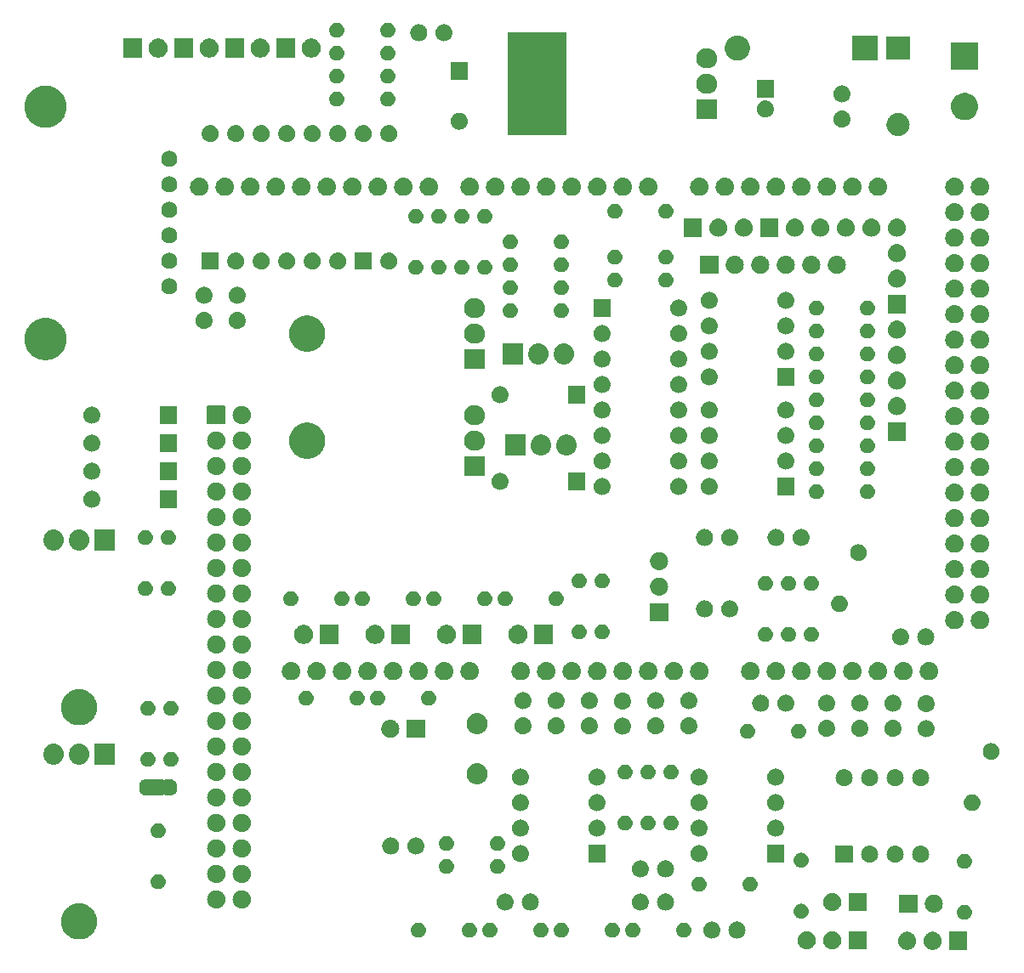
<source format=gts>
G04 #@! TF.GenerationSoftware,KiCad,Pcbnew,7.0.9*
G04 #@! TF.CreationDate,2024-08-07T13:19:32-07:00*
G04 #@! TF.ProjectId,v0.4.3d,76302e34-2e33-4642-9e6b-696361645f70,4d*
G04 #@! TF.SameCoordinates,Original*
G04 #@! TF.FileFunction,Soldermask,Top*
G04 #@! TF.FilePolarity,Negative*
%FSLAX46Y46*%
G04 Gerber Fmt 4.6, Leading zero omitted, Abs format (unit mm)*
G04 Created by KiCad (PCBNEW 7.0.9) date 2024-08-07 13:19:32*
%MOMM*%
%LPD*%
G01*
G04 APERTURE LIST*
G04 APERTURE END LIST*
G36*
X205223517Y-131234882D02*
G01*
X205240062Y-131245938D01*
X205251118Y-131262483D01*
X205255000Y-131282000D01*
X205255000Y-132982000D01*
X205251118Y-133001517D01*
X205240062Y-133018062D01*
X205223517Y-133029118D01*
X205204000Y-133033000D01*
X203504000Y-133033000D01*
X203484483Y-133029118D01*
X203467938Y-133018062D01*
X203456882Y-133001517D01*
X203453000Y-132982000D01*
X203453000Y-131282000D01*
X203456882Y-131262483D01*
X203467938Y-131245938D01*
X203484483Y-131234882D01*
X203504000Y-131231000D01*
X205204000Y-131231000D01*
X205223517Y-131234882D01*
G37*
G36*
X199317983Y-131235936D02*
G01*
X199368180Y-131235936D01*
X199411524Y-131245149D01*
X199449659Y-131248905D01*
X199497566Y-131263437D01*
X199552424Y-131275098D01*
X199587530Y-131290728D01*
X199618566Y-131300143D01*
X199667884Y-131326504D01*
X199724500Y-131351711D01*
X199750822Y-131370835D01*
X199774232Y-131383348D01*
X199821988Y-131422540D01*
X199876887Y-131462427D01*
X199894711Y-131482223D01*
X199910675Y-131495324D01*
X199953572Y-131547594D01*
X200002924Y-131602405D01*
X200013292Y-131620363D01*
X200022651Y-131631767D01*
X200057273Y-131696542D01*
X200097104Y-131765530D01*
X200101685Y-131779630D01*
X200105856Y-131787433D01*
X200128852Y-131863242D01*
X200155311Y-131944672D01*
X200156242Y-131953532D01*
X200157094Y-131956340D01*
X200165384Y-132040513D01*
X200175000Y-132132000D01*
X200165383Y-132223494D01*
X200157094Y-132307659D01*
X200156242Y-132310466D01*
X200155311Y-132319328D01*
X200128848Y-132400771D01*
X200105856Y-132476566D01*
X200101686Y-132484366D01*
X200097104Y-132498470D01*
X200057266Y-132567470D01*
X200022651Y-132632232D01*
X200013294Y-132643633D01*
X200002924Y-132661595D01*
X199953563Y-132716415D01*
X199910675Y-132768675D01*
X199894714Y-132781773D01*
X199876887Y-132801573D01*
X199821977Y-132841467D01*
X199774232Y-132880651D01*
X199750827Y-132893161D01*
X199724500Y-132912289D01*
X199667873Y-132937500D01*
X199618566Y-132963856D01*
X199587537Y-132973268D01*
X199552424Y-132988902D01*
X199497555Y-133000564D01*
X199449659Y-133015094D01*
X199411532Y-133018849D01*
X199368180Y-133028064D01*
X199317973Y-133028064D01*
X199274000Y-133032395D01*
X199230027Y-133028064D01*
X199179820Y-133028064D01*
X199136467Y-133018849D01*
X199098340Y-133015094D01*
X199050441Y-133000563D01*
X198995576Y-132988902D01*
X198960464Y-132973269D01*
X198929433Y-132963856D01*
X198880120Y-132937498D01*
X198823500Y-132912289D01*
X198797175Y-132893163D01*
X198773767Y-132880651D01*
X198726013Y-132841460D01*
X198671113Y-132801573D01*
X198653287Y-132781776D01*
X198637324Y-132768675D01*
X198594425Y-132716402D01*
X198545076Y-132661595D01*
X198534708Y-132643637D01*
X198525348Y-132632232D01*
X198490719Y-132567447D01*
X198450896Y-132498470D01*
X198446315Y-132484371D01*
X198442143Y-132476566D01*
X198419136Y-132400725D01*
X198392689Y-132319328D01*
X198391758Y-132310471D01*
X198390905Y-132307659D01*
X198382600Y-132223342D01*
X198373000Y-132132000D01*
X198382599Y-132040664D01*
X198390905Y-131956340D01*
X198391758Y-131953527D01*
X198392689Y-131944672D01*
X198419132Y-131863288D01*
X198442143Y-131787433D01*
X198446315Y-131779626D01*
X198450896Y-131765530D01*
X198490712Y-131696565D01*
X198525348Y-131631767D01*
X198534710Y-131620359D01*
X198545076Y-131602405D01*
X198594416Y-131547607D01*
X198637324Y-131495324D01*
X198653291Y-131482219D01*
X198671113Y-131462427D01*
X198726002Y-131422546D01*
X198773767Y-131383348D01*
X198797180Y-131370833D01*
X198823500Y-131351711D01*
X198880109Y-131326506D01*
X198929433Y-131300143D01*
X198960471Y-131290727D01*
X198995576Y-131275098D01*
X199050430Y-131263438D01*
X199098340Y-131248905D01*
X199136476Y-131245148D01*
X199179820Y-131235936D01*
X199230016Y-131235936D01*
X199274000Y-131231604D01*
X199317983Y-131235936D01*
G37*
G36*
X201857983Y-131235936D02*
G01*
X201908180Y-131235936D01*
X201951524Y-131245149D01*
X201989659Y-131248905D01*
X202037566Y-131263437D01*
X202092424Y-131275098D01*
X202127530Y-131290728D01*
X202158566Y-131300143D01*
X202207884Y-131326504D01*
X202264500Y-131351711D01*
X202290822Y-131370835D01*
X202314232Y-131383348D01*
X202361988Y-131422540D01*
X202416887Y-131462427D01*
X202434711Y-131482223D01*
X202450675Y-131495324D01*
X202493572Y-131547594D01*
X202542924Y-131602405D01*
X202553292Y-131620363D01*
X202562651Y-131631767D01*
X202597273Y-131696542D01*
X202637104Y-131765530D01*
X202641685Y-131779630D01*
X202645856Y-131787433D01*
X202668852Y-131863242D01*
X202695311Y-131944672D01*
X202696242Y-131953532D01*
X202697094Y-131956340D01*
X202705384Y-132040513D01*
X202715000Y-132132000D01*
X202705383Y-132223494D01*
X202697094Y-132307659D01*
X202696242Y-132310466D01*
X202695311Y-132319328D01*
X202668848Y-132400771D01*
X202645856Y-132476566D01*
X202641686Y-132484366D01*
X202637104Y-132498470D01*
X202597266Y-132567470D01*
X202562651Y-132632232D01*
X202553294Y-132643633D01*
X202542924Y-132661595D01*
X202493563Y-132716415D01*
X202450675Y-132768675D01*
X202434714Y-132781773D01*
X202416887Y-132801573D01*
X202361977Y-132841467D01*
X202314232Y-132880651D01*
X202290827Y-132893161D01*
X202264500Y-132912289D01*
X202207873Y-132937500D01*
X202158566Y-132963856D01*
X202127537Y-132973268D01*
X202092424Y-132988902D01*
X202037555Y-133000564D01*
X201989659Y-133015094D01*
X201951532Y-133018849D01*
X201908180Y-133028064D01*
X201857973Y-133028064D01*
X201814000Y-133032395D01*
X201770027Y-133028064D01*
X201719820Y-133028064D01*
X201676467Y-133018849D01*
X201638340Y-133015094D01*
X201590441Y-133000563D01*
X201535576Y-132988902D01*
X201500464Y-132973269D01*
X201469433Y-132963856D01*
X201420120Y-132937498D01*
X201363500Y-132912289D01*
X201337175Y-132893163D01*
X201313767Y-132880651D01*
X201266013Y-132841460D01*
X201211113Y-132801573D01*
X201193287Y-132781776D01*
X201177324Y-132768675D01*
X201134425Y-132716402D01*
X201085076Y-132661595D01*
X201074708Y-132643637D01*
X201065348Y-132632232D01*
X201030719Y-132567447D01*
X200990896Y-132498470D01*
X200986315Y-132484371D01*
X200982143Y-132476566D01*
X200959136Y-132400725D01*
X200932689Y-132319328D01*
X200931758Y-132310471D01*
X200930905Y-132307659D01*
X200922600Y-132223342D01*
X200913000Y-132132000D01*
X200922599Y-132040664D01*
X200930905Y-131956340D01*
X200931758Y-131953527D01*
X200932689Y-131944672D01*
X200959132Y-131863288D01*
X200982143Y-131787433D01*
X200986315Y-131779626D01*
X200990896Y-131765530D01*
X201030712Y-131696565D01*
X201065348Y-131631767D01*
X201074710Y-131620359D01*
X201085076Y-131602405D01*
X201134416Y-131547607D01*
X201177324Y-131495324D01*
X201193291Y-131482219D01*
X201211113Y-131462427D01*
X201266002Y-131422546D01*
X201313767Y-131383348D01*
X201337180Y-131370833D01*
X201363500Y-131351711D01*
X201420109Y-131326506D01*
X201469433Y-131300143D01*
X201500471Y-131290727D01*
X201535576Y-131275098D01*
X201590430Y-131263438D01*
X201638340Y-131248905D01*
X201676476Y-131245148D01*
X201719820Y-131235936D01*
X201770016Y-131235936D01*
X201814000Y-131231604D01*
X201857983Y-131235936D01*
G37*
G36*
X195223517Y-131182882D02*
G01*
X195240062Y-131193938D01*
X195251118Y-131210483D01*
X195255000Y-131230000D01*
X195255000Y-132930000D01*
X195251118Y-132949517D01*
X195240062Y-132966062D01*
X195223517Y-132977118D01*
X195204000Y-132981000D01*
X193504000Y-132981000D01*
X193484483Y-132977118D01*
X193467938Y-132966062D01*
X193456882Y-132949517D01*
X193453000Y-132930000D01*
X193453000Y-131230000D01*
X193456882Y-131210483D01*
X193467938Y-131193938D01*
X193484483Y-131182882D01*
X193504000Y-131179000D01*
X195204000Y-131179000D01*
X195223517Y-131182882D01*
G37*
G36*
X189317983Y-131183936D02*
G01*
X189368180Y-131183936D01*
X189411524Y-131193149D01*
X189449659Y-131196905D01*
X189497566Y-131211437D01*
X189552424Y-131223098D01*
X189587530Y-131238728D01*
X189618566Y-131248143D01*
X189667884Y-131274504D01*
X189724500Y-131299711D01*
X189750822Y-131318835D01*
X189774232Y-131331348D01*
X189821988Y-131370540D01*
X189876887Y-131410427D01*
X189894711Y-131430223D01*
X189910675Y-131443324D01*
X189953572Y-131495594D01*
X190002924Y-131550405D01*
X190013292Y-131568363D01*
X190022651Y-131579767D01*
X190057273Y-131644542D01*
X190097104Y-131713530D01*
X190101685Y-131727630D01*
X190105856Y-131735433D01*
X190128852Y-131811242D01*
X190155311Y-131892672D01*
X190156242Y-131901532D01*
X190157094Y-131904340D01*
X190165384Y-131988513D01*
X190175000Y-132080000D01*
X190165383Y-132171494D01*
X190157094Y-132255659D01*
X190156242Y-132258466D01*
X190155311Y-132267328D01*
X190128848Y-132348771D01*
X190105856Y-132424566D01*
X190101686Y-132432366D01*
X190097104Y-132446470D01*
X190057266Y-132515470D01*
X190022651Y-132580232D01*
X190013294Y-132591633D01*
X190002924Y-132609595D01*
X189953563Y-132664415D01*
X189910675Y-132716675D01*
X189894714Y-132729773D01*
X189876887Y-132749573D01*
X189821977Y-132789467D01*
X189774232Y-132828651D01*
X189750827Y-132841161D01*
X189724500Y-132860289D01*
X189667873Y-132885500D01*
X189618566Y-132911856D01*
X189587537Y-132921268D01*
X189552424Y-132936902D01*
X189497555Y-132948564D01*
X189449659Y-132963094D01*
X189411532Y-132966849D01*
X189368180Y-132976064D01*
X189317973Y-132976064D01*
X189274000Y-132980395D01*
X189230027Y-132976064D01*
X189179820Y-132976064D01*
X189136467Y-132966849D01*
X189098340Y-132963094D01*
X189050441Y-132948563D01*
X188995576Y-132936902D01*
X188960464Y-132921269D01*
X188929433Y-132911856D01*
X188880120Y-132885498D01*
X188823500Y-132860289D01*
X188797175Y-132841163D01*
X188773767Y-132828651D01*
X188726013Y-132789460D01*
X188671113Y-132749573D01*
X188653287Y-132729776D01*
X188637324Y-132716675D01*
X188594425Y-132664402D01*
X188545076Y-132609595D01*
X188534708Y-132591637D01*
X188525348Y-132580232D01*
X188490719Y-132515447D01*
X188450896Y-132446470D01*
X188446315Y-132432371D01*
X188442143Y-132424566D01*
X188419136Y-132348725D01*
X188392689Y-132267328D01*
X188391758Y-132258471D01*
X188390905Y-132255659D01*
X188382600Y-132171342D01*
X188373000Y-132080000D01*
X188382599Y-131988664D01*
X188390905Y-131904340D01*
X188391758Y-131901527D01*
X188392689Y-131892672D01*
X188419132Y-131811288D01*
X188442143Y-131735433D01*
X188446315Y-131727626D01*
X188450896Y-131713530D01*
X188490712Y-131644565D01*
X188525348Y-131579767D01*
X188534710Y-131568359D01*
X188545076Y-131550405D01*
X188594416Y-131495607D01*
X188637324Y-131443324D01*
X188653291Y-131430219D01*
X188671113Y-131410427D01*
X188726002Y-131370546D01*
X188773767Y-131331348D01*
X188797180Y-131318833D01*
X188823500Y-131299711D01*
X188880109Y-131274506D01*
X188929433Y-131248143D01*
X188960471Y-131238727D01*
X188995576Y-131223098D01*
X189050430Y-131211438D01*
X189098340Y-131196905D01*
X189136476Y-131193148D01*
X189179820Y-131183936D01*
X189230016Y-131183936D01*
X189274000Y-131179604D01*
X189317983Y-131183936D01*
G37*
G36*
X191857983Y-131183936D02*
G01*
X191908180Y-131183936D01*
X191951524Y-131193149D01*
X191989659Y-131196905D01*
X192037566Y-131211437D01*
X192092424Y-131223098D01*
X192127530Y-131238728D01*
X192158566Y-131248143D01*
X192207884Y-131274504D01*
X192264500Y-131299711D01*
X192290822Y-131318835D01*
X192314232Y-131331348D01*
X192361988Y-131370540D01*
X192416887Y-131410427D01*
X192434711Y-131430223D01*
X192450675Y-131443324D01*
X192493572Y-131495594D01*
X192542924Y-131550405D01*
X192553292Y-131568363D01*
X192562651Y-131579767D01*
X192597273Y-131644542D01*
X192637104Y-131713530D01*
X192641685Y-131727630D01*
X192645856Y-131735433D01*
X192668852Y-131811242D01*
X192695311Y-131892672D01*
X192696242Y-131901532D01*
X192697094Y-131904340D01*
X192705384Y-131988513D01*
X192715000Y-132080000D01*
X192705383Y-132171494D01*
X192697094Y-132255659D01*
X192696242Y-132258466D01*
X192695311Y-132267328D01*
X192668848Y-132348771D01*
X192645856Y-132424566D01*
X192641686Y-132432366D01*
X192637104Y-132446470D01*
X192597266Y-132515470D01*
X192562651Y-132580232D01*
X192553294Y-132591633D01*
X192542924Y-132609595D01*
X192493563Y-132664415D01*
X192450675Y-132716675D01*
X192434714Y-132729773D01*
X192416887Y-132749573D01*
X192361977Y-132789467D01*
X192314232Y-132828651D01*
X192290827Y-132841161D01*
X192264500Y-132860289D01*
X192207873Y-132885500D01*
X192158566Y-132911856D01*
X192127537Y-132921268D01*
X192092424Y-132936902D01*
X192037555Y-132948564D01*
X191989659Y-132963094D01*
X191951532Y-132966849D01*
X191908180Y-132976064D01*
X191857973Y-132976064D01*
X191814000Y-132980395D01*
X191770027Y-132976064D01*
X191719820Y-132976064D01*
X191676467Y-132966849D01*
X191638340Y-132963094D01*
X191590441Y-132948563D01*
X191535576Y-132936902D01*
X191500464Y-132921269D01*
X191469433Y-132911856D01*
X191420120Y-132885498D01*
X191363500Y-132860289D01*
X191337175Y-132841163D01*
X191313767Y-132828651D01*
X191266013Y-132789460D01*
X191211113Y-132749573D01*
X191193287Y-132729776D01*
X191177324Y-132716675D01*
X191134425Y-132664402D01*
X191085076Y-132609595D01*
X191074708Y-132591637D01*
X191065348Y-132580232D01*
X191030719Y-132515447D01*
X190990896Y-132446470D01*
X190986315Y-132432371D01*
X190982143Y-132424566D01*
X190959136Y-132348725D01*
X190932689Y-132267328D01*
X190931758Y-132258471D01*
X190930905Y-132255659D01*
X190922600Y-132171342D01*
X190913000Y-132080000D01*
X190922599Y-131988664D01*
X190930905Y-131904340D01*
X190931758Y-131901527D01*
X190932689Y-131892672D01*
X190959132Y-131811288D01*
X190982143Y-131735433D01*
X190986315Y-131727626D01*
X190990896Y-131713530D01*
X191030712Y-131644565D01*
X191065348Y-131579767D01*
X191074710Y-131568359D01*
X191085076Y-131550405D01*
X191134416Y-131495607D01*
X191177324Y-131443324D01*
X191193291Y-131430219D01*
X191211113Y-131410427D01*
X191266002Y-131370546D01*
X191313767Y-131331348D01*
X191337180Y-131318833D01*
X191363500Y-131299711D01*
X191420109Y-131274506D01*
X191469433Y-131248143D01*
X191500471Y-131238727D01*
X191535576Y-131223098D01*
X191590430Y-131211438D01*
X191638340Y-131196905D01*
X191676476Y-131193148D01*
X191719820Y-131183936D01*
X191770016Y-131183936D01*
X191814000Y-131179604D01*
X191857983Y-131183936D01*
G37*
G36*
X116905951Y-128402036D02*
G01*
X116974589Y-128402036D01*
X117036570Y-128411378D01*
X117096269Y-128415648D01*
X117167044Y-128431044D01*
X117240760Y-128442155D01*
X117294924Y-128458862D01*
X117347305Y-128470257D01*
X117421110Y-128497785D01*
X117497979Y-128521496D01*
X117543658Y-128543493D01*
X117588030Y-128560044D01*
X117662770Y-128600855D01*
X117740500Y-128638288D01*
X117777412Y-128663454D01*
X117813522Y-128683172D01*
X117886907Y-128738107D01*
X117962905Y-128789922D01*
X117991220Y-128816194D01*
X118019192Y-128837134D01*
X118088708Y-128906650D01*
X118160226Y-128973009D01*
X118180540Y-128998482D01*
X118200865Y-129018807D01*
X118263896Y-129103007D01*
X118328056Y-129183461D01*
X118341317Y-129206429D01*
X118354827Y-129224477D01*
X118408719Y-129323173D01*
X118462645Y-129416575D01*
X118470119Y-129435618D01*
X118477955Y-129449969D01*
X118520138Y-129563066D01*
X118560987Y-129667146D01*
X118564184Y-129681157D01*
X118567742Y-129690694D01*
X118595789Y-129819626D01*
X118620884Y-129929575D01*
X118621502Y-129937830D01*
X118622351Y-129941730D01*
X118633985Y-130104395D01*
X118641000Y-130198000D01*
X118633984Y-130291612D01*
X118622351Y-130454269D01*
X118621502Y-130458168D01*
X118620884Y-130466425D01*
X118595784Y-130576393D01*
X118567742Y-130705305D01*
X118564185Y-130714840D01*
X118560987Y-130728854D01*
X118520131Y-130832952D01*
X118477955Y-130946030D01*
X118470120Y-130960377D01*
X118462645Y-130979425D01*
X118408709Y-131072843D01*
X118354827Y-131171522D01*
X118341319Y-131189565D01*
X118328056Y-131212539D01*
X118263884Y-131293007D01*
X118200865Y-131377192D01*
X118180544Y-131397512D01*
X118160226Y-131422991D01*
X118088694Y-131489362D01*
X118019192Y-131558865D01*
X117991225Y-131579800D01*
X117962905Y-131606078D01*
X117886892Y-131657902D01*
X117813522Y-131712827D01*
X117777420Y-131732540D01*
X117740500Y-131757712D01*
X117662755Y-131795151D01*
X117588030Y-131835955D01*
X117543667Y-131852501D01*
X117497979Y-131874504D01*
X117421094Y-131898219D01*
X117347305Y-131925742D01*
X117294935Y-131937134D01*
X117240760Y-131953845D01*
X117167029Y-131964958D01*
X117096269Y-131980351D01*
X117036582Y-131984619D01*
X116974589Y-131993964D01*
X116905937Y-131993964D01*
X116840000Y-131998680D01*
X116774062Y-131993964D01*
X116705411Y-131993964D01*
X116643418Y-131984620D01*
X116583730Y-131980351D01*
X116512967Y-131964957D01*
X116439240Y-131953845D01*
X116385066Y-131937134D01*
X116332694Y-131925742D01*
X116258899Y-131898217D01*
X116182021Y-131874504D01*
X116136336Y-131852503D01*
X116091969Y-131835955D01*
X116017236Y-131795147D01*
X115939500Y-131757712D01*
X115902583Y-131732542D01*
X115866477Y-131712827D01*
X115793095Y-131657894D01*
X115717095Y-131606078D01*
X115688778Y-131579803D01*
X115660807Y-131558865D01*
X115591291Y-131489349D01*
X115519774Y-131422991D01*
X115499459Y-131397517D01*
X115479134Y-131377192D01*
X115416099Y-131292986D01*
X115351944Y-131212539D01*
X115338683Y-131189571D01*
X115325172Y-131171522D01*
X115271272Y-131072812D01*
X115217355Y-130979425D01*
X115209882Y-130960384D01*
X115202044Y-130946030D01*
X115159848Y-130832901D01*
X115119013Y-130728854D01*
X115115816Y-130714847D01*
X115112257Y-130705305D01*
X115084193Y-130576300D01*
X115059116Y-130466425D01*
X115058497Y-130458175D01*
X115057648Y-130454269D01*
X115045993Y-130291319D01*
X115039000Y-130198000D01*
X115045992Y-130104687D01*
X115057648Y-129941730D01*
X115058497Y-129937823D01*
X115059116Y-129929575D01*
X115084189Y-129819720D01*
X115112257Y-129690694D01*
X115115816Y-129681150D01*
X115119013Y-129667146D01*
X115159840Y-129563118D01*
X115202044Y-129449969D01*
X115209883Y-129435612D01*
X115217355Y-129416575D01*
X115271262Y-129323205D01*
X115325172Y-129224477D01*
X115338686Y-129206424D01*
X115351944Y-129183461D01*
X115416086Y-129103028D01*
X115479134Y-129018807D01*
X115499463Y-128998477D01*
X115519774Y-128973009D01*
X115591277Y-128906663D01*
X115660807Y-128837134D01*
X115688783Y-128816190D01*
X115717095Y-128789922D01*
X115793080Y-128738115D01*
X115866477Y-128683172D01*
X115902591Y-128663452D01*
X115939500Y-128638288D01*
X116017220Y-128600859D01*
X116091969Y-128560044D01*
X116136345Y-128543492D01*
X116182021Y-128521496D01*
X116258884Y-128497787D01*
X116332694Y-128470257D01*
X116385077Y-128458861D01*
X116439240Y-128442155D01*
X116512952Y-128431044D01*
X116583730Y-128415648D01*
X116643430Y-128411378D01*
X116705411Y-128402036D01*
X116774048Y-128402036D01*
X116840000Y-128397319D01*
X116905951Y-128402036D01*
G37*
G36*
X179873199Y-130217662D02*
G01*
X179920954Y-130217662D01*
X179962194Y-130226427D01*
X179997901Y-130229945D01*
X180042759Y-130243552D01*
X180094973Y-130254651D01*
X180128384Y-130269526D01*
X180157435Y-130278339D01*
X180203602Y-130303015D01*
X180257500Y-130327012D01*
X180282554Y-130345215D01*
X180304453Y-130356920D01*
X180349128Y-130393584D01*
X180401430Y-130431584D01*
X180418411Y-130450443D01*
X180433320Y-130462679D01*
X180473387Y-130511501D01*
X180520473Y-130563795D01*
X180530364Y-130580927D01*
X180539079Y-130591546D01*
X180571306Y-130651840D01*
X180609427Y-130717867D01*
X180613813Y-130731368D01*
X180617660Y-130738564D01*
X180638861Y-130808455D01*
X180664404Y-130887067D01*
X180665303Y-130895623D01*
X180666054Y-130898098D01*
X180673371Y-130972389D01*
X180683000Y-131064000D01*
X180673370Y-131155619D01*
X180666054Y-131229901D01*
X180665303Y-131232375D01*
X180664404Y-131240933D01*
X180638856Y-131319558D01*
X180617660Y-131389435D01*
X180613814Y-131396629D01*
X180609427Y-131410133D01*
X180571299Y-131476172D01*
X180539079Y-131536453D01*
X180530366Y-131547069D01*
X180520473Y-131564205D01*
X180473378Y-131616509D01*
X180433320Y-131665320D01*
X180418414Y-131677552D01*
X180401430Y-131696416D01*
X180349118Y-131734423D01*
X180304453Y-131771079D01*
X180282559Y-131782780D01*
X180257500Y-131800988D01*
X180203591Y-131824989D01*
X180157435Y-131849660D01*
X180128391Y-131858470D01*
X180094973Y-131873349D01*
X180042748Y-131884449D01*
X179997901Y-131898054D01*
X179962203Y-131901570D01*
X179920954Y-131910338D01*
X179873188Y-131910338D01*
X179832000Y-131914395D01*
X179790811Y-131910338D01*
X179743046Y-131910338D01*
X179701797Y-131901570D01*
X179666098Y-131898054D01*
X179621248Y-131884448D01*
X179569027Y-131873349D01*
X179535610Y-131858471D01*
X179506564Y-131849660D01*
X179460402Y-131824986D01*
X179406500Y-131800988D01*
X179381443Y-131782783D01*
X179359546Y-131771079D01*
X179314873Y-131734416D01*
X179262570Y-131696416D01*
X179245588Y-131677555D01*
X179230679Y-131665320D01*
X179190610Y-131616496D01*
X179143527Y-131564205D01*
X179133636Y-131547073D01*
X179124920Y-131536453D01*
X179092687Y-131476148D01*
X179054573Y-131410133D01*
X179050186Y-131396634D01*
X179046339Y-131389435D01*
X179025128Y-131319512D01*
X178999596Y-131240933D01*
X178998697Y-131232380D01*
X178997945Y-131229901D01*
X178990613Y-131155467D01*
X178981000Y-131064000D01*
X178990612Y-130972540D01*
X178997945Y-130898098D01*
X178998697Y-130895618D01*
X178999596Y-130887067D01*
X179025123Y-130808502D01*
X179046339Y-130738564D01*
X179050187Y-130731363D01*
X179054573Y-130717867D01*
X179092680Y-130651863D01*
X179124920Y-130591546D01*
X179133638Y-130580923D01*
X179143527Y-130563795D01*
X179190601Y-130511513D01*
X179230679Y-130462679D01*
X179245591Y-130450440D01*
X179262570Y-130431584D01*
X179314862Y-130393591D01*
X179359546Y-130356920D01*
X179381448Y-130345213D01*
X179406500Y-130327012D01*
X179460391Y-130303018D01*
X179506564Y-130278339D01*
X179535617Y-130269525D01*
X179569027Y-130254651D01*
X179621237Y-130243553D01*
X179666098Y-130229945D01*
X179701806Y-130226427D01*
X179743046Y-130217662D01*
X179790801Y-130217662D01*
X179832000Y-130213604D01*
X179873199Y-130217662D01*
G37*
G36*
X182373199Y-130217662D02*
G01*
X182420954Y-130217662D01*
X182462194Y-130226427D01*
X182497901Y-130229945D01*
X182542759Y-130243552D01*
X182594973Y-130254651D01*
X182628384Y-130269526D01*
X182657435Y-130278339D01*
X182703602Y-130303015D01*
X182757500Y-130327012D01*
X182782554Y-130345215D01*
X182804453Y-130356920D01*
X182849128Y-130393584D01*
X182901430Y-130431584D01*
X182918411Y-130450443D01*
X182933320Y-130462679D01*
X182973387Y-130511501D01*
X183020473Y-130563795D01*
X183030364Y-130580927D01*
X183039079Y-130591546D01*
X183071306Y-130651840D01*
X183109427Y-130717867D01*
X183113813Y-130731368D01*
X183117660Y-130738564D01*
X183138861Y-130808455D01*
X183164404Y-130887067D01*
X183165303Y-130895623D01*
X183166054Y-130898098D01*
X183173371Y-130972389D01*
X183183000Y-131064000D01*
X183173370Y-131155619D01*
X183166054Y-131229901D01*
X183165303Y-131232375D01*
X183164404Y-131240933D01*
X183138856Y-131319558D01*
X183117660Y-131389435D01*
X183113814Y-131396629D01*
X183109427Y-131410133D01*
X183071299Y-131476172D01*
X183039079Y-131536453D01*
X183030366Y-131547069D01*
X183020473Y-131564205D01*
X182973378Y-131616509D01*
X182933320Y-131665320D01*
X182918414Y-131677552D01*
X182901430Y-131696416D01*
X182849118Y-131734423D01*
X182804453Y-131771079D01*
X182782559Y-131782780D01*
X182757500Y-131800988D01*
X182703591Y-131824989D01*
X182657435Y-131849660D01*
X182628391Y-131858470D01*
X182594973Y-131873349D01*
X182542748Y-131884449D01*
X182497901Y-131898054D01*
X182462203Y-131901570D01*
X182420954Y-131910338D01*
X182373188Y-131910338D01*
X182332000Y-131914395D01*
X182290811Y-131910338D01*
X182243046Y-131910338D01*
X182201797Y-131901570D01*
X182166098Y-131898054D01*
X182121248Y-131884448D01*
X182069027Y-131873349D01*
X182035610Y-131858471D01*
X182006564Y-131849660D01*
X181960402Y-131824986D01*
X181906500Y-131800988D01*
X181881443Y-131782783D01*
X181859546Y-131771079D01*
X181814873Y-131734416D01*
X181762570Y-131696416D01*
X181745588Y-131677555D01*
X181730679Y-131665320D01*
X181690610Y-131616496D01*
X181643527Y-131564205D01*
X181633636Y-131547073D01*
X181624920Y-131536453D01*
X181592687Y-131476148D01*
X181554573Y-131410133D01*
X181550186Y-131396634D01*
X181546339Y-131389435D01*
X181525128Y-131319512D01*
X181499596Y-131240933D01*
X181498697Y-131232380D01*
X181497945Y-131229901D01*
X181490613Y-131155467D01*
X181481000Y-131064000D01*
X181490612Y-130972540D01*
X181497945Y-130898098D01*
X181498697Y-130895618D01*
X181499596Y-130887067D01*
X181525123Y-130808502D01*
X181546339Y-130738564D01*
X181550187Y-130731363D01*
X181554573Y-130717867D01*
X181592680Y-130651863D01*
X181624920Y-130591546D01*
X181633638Y-130580923D01*
X181643527Y-130563795D01*
X181690601Y-130511513D01*
X181730679Y-130462679D01*
X181745591Y-130450440D01*
X181762570Y-130431584D01*
X181814862Y-130393591D01*
X181859546Y-130356920D01*
X181881448Y-130345213D01*
X181906500Y-130327012D01*
X181960391Y-130303018D01*
X182006564Y-130278339D01*
X182035617Y-130269525D01*
X182069027Y-130254651D01*
X182121237Y-130243553D01*
X182166098Y-130229945D01*
X182201806Y-130226427D01*
X182243046Y-130217662D01*
X182290801Y-130217662D01*
X182332000Y-130213604D01*
X182373199Y-130217662D01*
G37*
G36*
X150664593Y-130317799D02*
G01*
X150700428Y-130317799D01*
X150740854Y-130326391D01*
X150789113Y-130331829D01*
X150824201Y-130344106D01*
X150853861Y-130350411D01*
X150896599Y-130369440D01*
X150947847Y-130387372D01*
X150974525Y-130404135D01*
X150997155Y-130414211D01*
X151039356Y-130444871D01*
X151090241Y-130476845D01*
X151108511Y-130495115D01*
X151124056Y-130506409D01*
X151162483Y-130549087D01*
X151209155Y-130595759D01*
X151219892Y-130612847D01*
X151229014Y-130622978D01*
X151260216Y-130677022D01*
X151298628Y-130738153D01*
X151303423Y-130751859D01*
X151307444Y-130758822D01*
X151328031Y-130822183D01*
X151354171Y-130896887D01*
X151355162Y-130905684D01*
X151355915Y-130908001D01*
X151362743Y-130972971D01*
X151373000Y-131064000D01*
X151362742Y-131155036D01*
X151355915Y-131219998D01*
X151355162Y-131222314D01*
X151354171Y-131231113D01*
X151328026Y-131305829D01*
X151307444Y-131369177D01*
X151303424Y-131376138D01*
X151298628Y-131389847D01*
X151260209Y-131450988D01*
X151229014Y-131505021D01*
X151219894Y-131515149D01*
X151209155Y-131532241D01*
X151162474Y-131578921D01*
X151124056Y-131621590D01*
X151108514Y-131632881D01*
X151090241Y-131651155D01*
X151039345Y-131683134D01*
X150997155Y-131713788D01*
X150974531Y-131723860D01*
X150947847Y-131740628D01*
X150896589Y-131758563D01*
X150853861Y-131777588D01*
X150824207Y-131783891D01*
X150789113Y-131796171D01*
X150740851Y-131801608D01*
X150700428Y-131810201D01*
X150664593Y-131810201D01*
X150622000Y-131815000D01*
X150579407Y-131810201D01*
X150543572Y-131810201D01*
X150503147Y-131801608D01*
X150454887Y-131796171D01*
X150419793Y-131783891D01*
X150390138Y-131777588D01*
X150347405Y-131758562D01*
X150296153Y-131740628D01*
X150269470Y-131723862D01*
X150246844Y-131713788D01*
X150204646Y-131683130D01*
X150153759Y-131651155D01*
X150135487Y-131632883D01*
X150119943Y-131621590D01*
X150081515Y-131578911D01*
X150034845Y-131532241D01*
X150024107Y-131515152D01*
X150014985Y-131505021D01*
X149983777Y-131450968D01*
X149945372Y-131389847D01*
X149940576Y-131376142D01*
X149936555Y-131369177D01*
X149915959Y-131305789D01*
X149889829Y-131231113D01*
X149888838Y-131222319D01*
X149888084Y-131219998D01*
X149881242Y-131154904D01*
X149871000Y-131064000D01*
X149881241Y-130973103D01*
X149888084Y-130908001D01*
X149888838Y-130905679D01*
X149889829Y-130896887D01*
X149915954Y-130822223D01*
X149936555Y-130758822D01*
X149940577Y-130751854D01*
X149945372Y-130738153D01*
X149983770Y-130677042D01*
X150014985Y-130622978D01*
X150024109Y-130612843D01*
X150034845Y-130595759D01*
X150081506Y-130549097D01*
X150119942Y-130506410D01*
X150135490Y-130495113D01*
X150153759Y-130476845D01*
X150204640Y-130444873D01*
X150246846Y-130414210D01*
X150269476Y-130404133D01*
X150296153Y-130387372D01*
X150347395Y-130369441D01*
X150390138Y-130350411D01*
X150419799Y-130344106D01*
X150454887Y-130331829D01*
X150503144Y-130326391D01*
X150543572Y-130317799D01*
X150579407Y-130317799D01*
X150622000Y-130313000D01*
X150664593Y-130317799D01*
G37*
G36*
X155744593Y-130317799D02*
G01*
X155780428Y-130317799D01*
X155820854Y-130326391D01*
X155869113Y-130331829D01*
X155904201Y-130344106D01*
X155933861Y-130350411D01*
X155976599Y-130369440D01*
X156027847Y-130387372D01*
X156054525Y-130404135D01*
X156077155Y-130414211D01*
X156119356Y-130444871D01*
X156170241Y-130476845D01*
X156188511Y-130495115D01*
X156204056Y-130506409D01*
X156242483Y-130549087D01*
X156289155Y-130595759D01*
X156299892Y-130612847D01*
X156309014Y-130622978D01*
X156340216Y-130677022D01*
X156378628Y-130738153D01*
X156383423Y-130751859D01*
X156387444Y-130758822D01*
X156408031Y-130822183D01*
X156434171Y-130896887D01*
X156435162Y-130905684D01*
X156435915Y-130908001D01*
X156442743Y-130972971D01*
X156453000Y-131064000D01*
X156442742Y-131155036D01*
X156435915Y-131219998D01*
X156435162Y-131222314D01*
X156434171Y-131231113D01*
X156408026Y-131305829D01*
X156387444Y-131369177D01*
X156383424Y-131376138D01*
X156378628Y-131389847D01*
X156340209Y-131450988D01*
X156309014Y-131505021D01*
X156299894Y-131515149D01*
X156289155Y-131532241D01*
X156242474Y-131578921D01*
X156204056Y-131621590D01*
X156188514Y-131632881D01*
X156170241Y-131651155D01*
X156119345Y-131683134D01*
X156077155Y-131713788D01*
X156054531Y-131723860D01*
X156027847Y-131740628D01*
X155976589Y-131758563D01*
X155933861Y-131777588D01*
X155904207Y-131783891D01*
X155869113Y-131796171D01*
X155820851Y-131801608D01*
X155780428Y-131810201D01*
X155744593Y-131810201D01*
X155702000Y-131815000D01*
X155659407Y-131810201D01*
X155623572Y-131810201D01*
X155583147Y-131801608D01*
X155534887Y-131796171D01*
X155499793Y-131783891D01*
X155470138Y-131777588D01*
X155427405Y-131758562D01*
X155376153Y-131740628D01*
X155349470Y-131723862D01*
X155326844Y-131713788D01*
X155284646Y-131683130D01*
X155233759Y-131651155D01*
X155215487Y-131632883D01*
X155199943Y-131621590D01*
X155161515Y-131578911D01*
X155114845Y-131532241D01*
X155104107Y-131515152D01*
X155094985Y-131505021D01*
X155063777Y-131450968D01*
X155025372Y-131389847D01*
X155020576Y-131376142D01*
X155016555Y-131369177D01*
X154995959Y-131305789D01*
X154969829Y-131231113D01*
X154968838Y-131222319D01*
X154968084Y-131219998D01*
X154961242Y-131154904D01*
X154951000Y-131064000D01*
X154961241Y-130973103D01*
X154968084Y-130908001D01*
X154968838Y-130905679D01*
X154969829Y-130896887D01*
X154995954Y-130822223D01*
X155016555Y-130758822D01*
X155020577Y-130751854D01*
X155025372Y-130738153D01*
X155063770Y-130677042D01*
X155094985Y-130622978D01*
X155104109Y-130612843D01*
X155114845Y-130595759D01*
X155161506Y-130549097D01*
X155199942Y-130506410D01*
X155215490Y-130495113D01*
X155233759Y-130476845D01*
X155284640Y-130444873D01*
X155326846Y-130414210D01*
X155349476Y-130404133D01*
X155376153Y-130387372D01*
X155427395Y-130369441D01*
X155470138Y-130350411D01*
X155499799Y-130344106D01*
X155534887Y-130331829D01*
X155583144Y-130326391D01*
X155623572Y-130317799D01*
X155659407Y-130317799D01*
X155702000Y-130313000D01*
X155744593Y-130317799D01*
G37*
G36*
X157776593Y-130317799D02*
G01*
X157812428Y-130317799D01*
X157852854Y-130326391D01*
X157901113Y-130331829D01*
X157936201Y-130344106D01*
X157965861Y-130350411D01*
X158008599Y-130369440D01*
X158059847Y-130387372D01*
X158086525Y-130404135D01*
X158109155Y-130414211D01*
X158151356Y-130444871D01*
X158202241Y-130476845D01*
X158220511Y-130495115D01*
X158236056Y-130506409D01*
X158274483Y-130549087D01*
X158321155Y-130595759D01*
X158331892Y-130612847D01*
X158341014Y-130622978D01*
X158372216Y-130677022D01*
X158410628Y-130738153D01*
X158415423Y-130751859D01*
X158419444Y-130758822D01*
X158440031Y-130822183D01*
X158466171Y-130896887D01*
X158467162Y-130905684D01*
X158467915Y-130908001D01*
X158474743Y-130972971D01*
X158485000Y-131064000D01*
X158474742Y-131155036D01*
X158467915Y-131219998D01*
X158467162Y-131222314D01*
X158466171Y-131231113D01*
X158440026Y-131305829D01*
X158419444Y-131369177D01*
X158415424Y-131376138D01*
X158410628Y-131389847D01*
X158372209Y-131450988D01*
X158341014Y-131505021D01*
X158331894Y-131515149D01*
X158321155Y-131532241D01*
X158274474Y-131578921D01*
X158236056Y-131621590D01*
X158220514Y-131632881D01*
X158202241Y-131651155D01*
X158151345Y-131683134D01*
X158109155Y-131713788D01*
X158086531Y-131723860D01*
X158059847Y-131740628D01*
X158008589Y-131758563D01*
X157965861Y-131777588D01*
X157936207Y-131783891D01*
X157901113Y-131796171D01*
X157852851Y-131801608D01*
X157812428Y-131810201D01*
X157776593Y-131810201D01*
X157734000Y-131815000D01*
X157691407Y-131810201D01*
X157655572Y-131810201D01*
X157615147Y-131801608D01*
X157566887Y-131796171D01*
X157531793Y-131783891D01*
X157502138Y-131777588D01*
X157459405Y-131758562D01*
X157408153Y-131740628D01*
X157381470Y-131723862D01*
X157358844Y-131713788D01*
X157316646Y-131683130D01*
X157265759Y-131651155D01*
X157247487Y-131632883D01*
X157231943Y-131621590D01*
X157193515Y-131578911D01*
X157146845Y-131532241D01*
X157136107Y-131515152D01*
X157126985Y-131505021D01*
X157095777Y-131450968D01*
X157057372Y-131389847D01*
X157052576Y-131376142D01*
X157048555Y-131369177D01*
X157027959Y-131305789D01*
X157001829Y-131231113D01*
X157000838Y-131222319D01*
X157000084Y-131219998D01*
X156993242Y-131154904D01*
X156983000Y-131064000D01*
X156993241Y-130973103D01*
X157000084Y-130908001D01*
X157000838Y-130905679D01*
X157001829Y-130896887D01*
X157027954Y-130822223D01*
X157048555Y-130758822D01*
X157052577Y-130751854D01*
X157057372Y-130738153D01*
X157095770Y-130677042D01*
X157126985Y-130622978D01*
X157136109Y-130612843D01*
X157146845Y-130595759D01*
X157193506Y-130549097D01*
X157231942Y-130506410D01*
X157247490Y-130495113D01*
X157265759Y-130476845D01*
X157316640Y-130444873D01*
X157358846Y-130414210D01*
X157381476Y-130404133D01*
X157408153Y-130387372D01*
X157459395Y-130369441D01*
X157502138Y-130350411D01*
X157531799Y-130344106D01*
X157566887Y-130331829D01*
X157615144Y-130326391D01*
X157655572Y-130317799D01*
X157691407Y-130317799D01*
X157734000Y-130313000D01*
X157776593Y-130317799D01*
G37*
G36*
X162856593Y-130317799D02*
G01*
X162892428Y-130317799D01*
X162932854Y-130326391D01*
X162981113Y-130331829D01*
X163016201Y-130344106D01*
X163045861Y-130350411D01*
X163088599Y-130369440D01*
X163139847Y-130387372D01*
X163166525Y-130404135D01*
X163189155Y-130414211D01*
X163231356Y-130444871D01*
X163282241Y-130476845D01*
X163300511Y-130495115D01*
X163316056Y-130506409D01*
X163354483Y-130549087D01*
X163401155Y-130595759D01*
X163411892Y-130612847D01*
X163421014Y-130622978D01*
X163452216Y-130677022D01*
X163490628Y-130738153D01*
X163495423Y-130751859D01*
X163499444Y-130758822D01*
X163520031Y-130822183D01*
X163546171Y-130896887D01*
X163547162Y-130905684D01*
X163547915Y-130908001D01*
X163554743Y-130972971D01*
X163565000Y-131064000D01*
X163554742Y-131155036D01*
X163547915Y-131219998D01*
X163547162Y-131222314D01*
X163546171Y-131231113D01*
X163520026Y-131305829D01*
X163499444Y-131369177D01*
X163495424Y-131376138D01*
X163490628Y-131389847D01*
X163452209Y-131450988D01*
X163421014Y-131505021D01*
X163411894Y-131515149D01*
X163401155Y-131532241D01*
X163354474Y-131578921D01*
X163316056Y-131621590D01*
X163300514Y-131632881D01*
X163282241Y-131651155D01*
X163231345Y-131683134D01*
X163189155Y-131713788D01*
X163166531Y-131723860D01*
X163139847Y-131740628D01*
X163088589Y-131758563D01*
X163045861Y-131777588D01*
X163016207Y-131783891D01*
X162981113Y-131796171D01*
X162932851Y-131801608D01*
X162892428Y-131810201D01*
X162856593Y-131810201D01*
X162814000Y-131815000D01*
X162771407Y-131810201D01*
X162735572Y-131810201D01*
X162695147Y-131801608D01*
X162646887Y-131796171D01*
X162611793Y-131783891D01*
X162582138Y-131777588D01*
X162539405Y-131758562D01*
X162488153Y-131740628D01*
X162461470Y-131723862D01*
X162438844Y-131713788D01*
X162396646Y-131683130D01*
X162345759Y-131651155D01*
X162327487Y-131632883D01*
X162311943Y-131621590D01*
X162273515Y-131578911D01*
X162226845Y-131532241D01*
X162216107Y-131515152D01*
X162206985Y-131505021D01*
X162175777Y-131450968D01*
X162137372Y-131389847D01*
X162132576Y-131376142D01*
X162128555Y-131369177D01*
X162107959Y-131305789D01*
X162081829Y-131231113D01*
X162080838Y-131222319D01*
X162080084Y-131219998D01*
X162073242Y-131154904D01*
X162063000Y-131064000D01*
X162073241Y-130973103D01*
X162080084Y-130908001D01*
X162080838Y-130905679D01*
X162081829Y-130896887D01*
X162107954Y-130822223D01*
X162128555Y-130758822D01*
X162132577Y-130751854D01*
X162137372Y-130738153D01*
X162175770Y-130677042D01*
X162206985Y-130622978D01*
X162216109Y-130612843D01*
X162226845Y-130595759D01*
X162273506Y-130549097D01*
X162311942Y-130506410D01*
X162327490Y-130495113D01*
X162345759Y-130476845D01*
X162396640Y-130444873D01*
X162438846Y-130414210D01*
X162461476Y-130404133D01*
X162488153Y-130387372D01*
X162539395Y-130369441D01*
X162582138Y-130350411D01*
X162611799Y-130344106D01*
X162646887Y-130331829D01*
X162695144Y-130326391D01*
X162735572Y-130317799D01*
X162771407Y-130317799D01*
X162814000Y-130313000D01*
X162856593Y-130317799D01*
G37*
G36*
X164888593Y-130317799D02*
G01*
X164924428Y-130317799D01*
X164964854Y-130326391D01*
X165013113Y-130331829D01*
X165048201Y-130344106D01*
X165077861Y-130350411D01*
X165120599Y-130369440D01*
X165171847Y-130387372D01*
X165198525Y-130404135D01*
X165221155Y-130414211D01*
X165263356Y-130444871D01*
X165314241Y-130476845D01*
X165332511Y-130495115D01*
X165348056Y-130506409D01*
X165386483Y-130549087D01*
X165433155Y-130595759D01*
X165443892Y-130612847D01*
X165453014Y-130622978D01*
X165484216Y-130677022D01*
X165522628Y-130738153D01*
X165527423Y-130751859D01*
X165531444Y-130758822D01*
X165552031Y-130822183D01*
X165578171Y-130896887D01*
X165579162Y-130905684D01*
X165579915Y-130908001D01*
X165586743Y-130972971D01*
X165597000Y-131064000D01*
X165586742Y-131155036D01*
X165579915Y-131219998D01*
X165579162Y-131222314D01*
X165578171Y-131231113D01*
X165552026Y-131305829D01*
X165531444Y-131369177D01*
X165527424Y-131376138D01*
X165522628Y-131389847D01*
X165484209Y-131450988D01*
X165453014Y-131505021D01*
X165443894Y-131515149D01*
X165433155Y-131532241D01*
X165386474Y-131578921D01*
X165348056Y-131621590D01*
X165332514Y-131632881D01*
X165314241Y-131651155D01*
X165263345Y-131683134D01*
X165221155Y-131713788D01*
X165198531Y-131723860D01*
X165171847Y-131740628D01*
X165120589Y-131758563D01*
X165077861Y-131777588D01*
X165048207Y-131783891D01*
X165013113Y-131796171D01*
X164964851Y-131801608D01*
X164924428Y-131810201D01*
X164888593Y-131810201D01*
X164846000Y-131815000D01*
X164803407Y-131810201D01*
X164767572Y-131810201D01*
X164727147Y-131801608D01*
X164678887Y-131796171D01*
X164643793Y-131783891D01*
X164614138Y-131777588D01*
X164571405Y-131758562D01*
X164520153Y-131740628D01*
X164493470Y-131723862D01*
X164470844Y-131713788D01*
X164428646Y-131683130D01*
X164377759Y-131651155D01*
X164359487Y-131632883D01*
X164343943Y-131621590D01*
X164305515Y-131578911D01*
X164258845Y-131532241D01*
X164248107Y-131515152D01*
X164238985Y-131505021D01*
X164207777Y-131450968D01*
X164169372Y-131389847D01*
X164164576Y-131376142D01*
X164160555Y-131369177D01*
X164139959Y-131305789D01*
X164113829Y-131231113D01*
X164112838Y-131222319D01*
X164112084Y-131219998D01*
X164105242Y-131154904D01*
X164095000Y-131064000D01*
X164105241Y-130973103D01*
X164112084Y-130908001D01*
X164112838Y-130905679D01*
X164113829Y-130896887D01*
X164139954Y-130822223D01*
X164160555Y-130758822D01*
X164164577Y-130751854D01*
X164169372Y-130738153D01*
X164207770Y-130677042D01*
X164238985Y-130622978D01*
X164248109Y-130612843D01*
X164258845Y-130595759D01*
X164305506Y-130549097D01*
X164343942Y-130506410D01*
X164359490Y-130495113D01*
X164377759Y-130476845D01*
X164428640Y-130444873D01*
X164470846Y-130414210D01*
X164493476Y-130404133D01*
X164520153Y-130387372D01*
X164571395Y-130369441D01*
X164614138Y-130350411D01*
X164643799Y-130344106D01*
X164678887Y-130331829D01*
X164727144Y-130326391D01*
X164767572Y-130317799D01*
X164803407Y-130317799D01*
X164846000Y-130313000D01*
X164888593Y-130317799D01*
G37*
G36*
X169968593Y-130317799D02*
G01*
X170004428Y-130317799D01*
X170044854Y-130326391D01*
X170093113Y-130331829D01*
X170128201Y-130344106D01*
X170157861Y-130350411D01*
X170200599Y-130369440D01*
X170251847Y-130387372D01*
X170278525Y-130404135D01*
X170301155Y-130414211D01*
X170343356Y-130444871D01*
X170394241Y-130476845D01*
X170412511Y-130495115D01*
X170428056Y-130506409D01*
X170466483Y-130549087D01*
X170513155Y-130595759D01*
X170523892Y-130612847D01*
X170533014Y-130622978D01*
X170564216Y-130677022D01*
X170602628Y-130738153D01*
X170607423Y-130751859D01*
X170611444Y-130758822D01*
X170632031Y-130822183D01*
X170658171Y-130896887D01*
X170659162Y-130905684D01*
X170659915Y-130908001D01*
X170666743Y-130972971D01*
X170677000Y-131064000D01*
X170666742Y-131155036D01*
X170659915Y-131219998D01*
X170659162Y-131222314D01*
X170658171Y-131231113D01*
X170632026Y-131305829D01*
X170611444Y-131369177D01*
X170607424Y-131376138D01*
X170602628Y-131389847D01*
X170564209Y-131450988D01*
X170533014Y-131505021D01*
X170523894Y-131515149D01*
X170513155Y-131532241D01*
X170466474Y-131578921D01*
X170428056Y-131621590D01*
X170412514Y-131632881D01*
X170394241Y-131651155D01*
X170343345Y-131683134D01*
X170301155Y-131713788D01*
X170278531Y-131723860D01*
X170251847Y-131740628D01*
X170200589Y-131758563D01*
X170157861Y-131777588D01*
X170128207Y-131783891D01*
X170093113Y-131796171D01*
X170044851Y-131801608D01*
X170004428Y-131810201D01*
X169968593Y-131810201D01*
X169926000Y-131815000D01*
X169883407Y-131810201D01*
X169847572Y-131810201D01*
X169807147Y-131801608D01*
X169758887Y-131796171D01*
X169723793Y-131783891D01*
X169694138Y-131777588D01*
X169651405Y-131758562D01*
X169600153Y-131740628D01*
X169573470Y-131723862D01*
X169550844Y-131713788D01*
X169508646Y-131683130D01*
X169457759Y-131651155D01*
X169439487Y-131632883D01*
X169423943Y-131621590D01*
X169385515Y-131578911D01*
X169338845Y-131532241D01*
X169328107Y-131515152D01*
X169318985Y-131505021D01*
X169287777Y-131450968D01*
X169249372Y-131389847D01*
X169244576Y-131376142D01*
X169240555Y-131369177D01*
X169219959Y-131305789D01*
X169193829Y-131231113D01*
X169192838Y-131222319D01*
X169192084Y-131219998D01*
X169185242Y-131154904D01*
X169175000Y-131064000D01*
X169185241Y-130973103D01*
X169192084Y-130908001D01*
X169192838Y-130905679D01*
X169193829Y-130896887D01*
X169219954Y-130822223D01*
X169240555Y-130758822D01*
X169244577Y-130751854D01*
X169249372Y-130738153D01*
X169287770Y-130677042D01*
X169318985Y-130622978D01*
X169328109Y-130612843D01*
X169338845Y-130595759D01*
X169385506Y-130549097D01*
X169423942Y-130506410D01*
X169439490Y-130495113D01*
X169457759Y-130476845D01*
X169508640Y-130444873D01*
X169550846Y-130414210D01*
X169573476Y-130404133D01*
X169600153Y-130387372D01*
X169651395Y-130369441D01*
X169694138Y-130350411D01*
X169723799Y-130344106D01*
X169758887Y-130331829D01*
X169807144Y-130326391D01*
X169847572Y-130317799D01*
X169883407Y-130317799D01*
X169926000Y-130313000D01*
X169968593Y-130317799D01*
G37*
G36*
X172000593Y-130317799D02*
G01*
X172036428Y-130317799D01*
X172076854Y-130326391D01*
X172125113Y-130331829D01*
X172160201Y-130344106D01*
X172189861Y-130350411D01*
X172232599Y-130369440D01*
X172283847Y-130387372D01*
X172310525Y-130404135D01*
X172333155Y-130414211D01*
X172375356Y-130444871D01*
X172426241Y-130476845D01*
X172444511Y-130495115D01*
X172460056Y-130506409D01*
X172498483Y-130549087D01*
X172545155Y-130595759D01*
X172555892Y-130612847D01*
X172565014Y-130622978D01*
X172596216Y-130677022D01*
X172634628Y-130738153D01*
X172639423Y-130751859D01*
X172643444Y-130758822D01*
X172664031Y-130822183D01*
X172690171Y-130896887D01*
X172691162Y-130905684D01*
X172691915Y-130908001D01*
X172698743Y-130972971D01*
X172709000Y-131064000D01*
X172698742Y-131155036D01*
X172691915Y-131219998D01*
X172691162Y-131222314D01*
X172690171Y-131231113D01*
X172664026Y-131305829D01*
X172643444Y-131369177D01*
X172639424Y-131376138D01*
X172634628Y-131389847D01*
X172596209Y-131450988D01*
X172565014Y-131505021D01*
X172555894Y-131515149D01*
X172545155Y-131532241D01*
X172498474Y-131578921D01*
X172460056Y-131621590D01*
X172444514Y-131632881D01*
X172426241Y-131651155D01*
X172375345Y-131683134D01*
X172333155Y-131713788D01*
X172310531Y-131723860D01*
X172283847Y-131740628D01*
X172232589Y-131758563D01*
X172189861Y-131777588D01*
X172160207Y-131783891D01*
X172125113Y-131796171D01*
X172076851Y-131801608D01*
X172036428Y-131810201D01*
X172000593Y-131810201D01*
X171958000Y-131815000D01*
X171915407Y-131810201D01*
X171879572Y-131810201D01*
X171839147Y-131801608D01*
X171790887Y-131796171D01*
X171755793Y-131783891D01*
X171726138Y-131777588D01*
X171683405Y-131758562D01*
X171632153Y-131740628D01*
X171605470Y-131723862D01*
X171582844Y-131713788D01*
X171540646Y-131683130D01*
X171489759Y-131651155D01*
X171471487Y-131632883D01*
X171455943Y-131621590D01*
X171417515Y-131578911D01*
X171370845Y-131532241D01*
X171360107Y-131515152D01*
X171350985Y-131505021D01*
X171319777Y-131450968D01*
X171281372Y-131389847D01*
X171276576Y-131376142D01*
X171272555Y-131369177D01*
X171251959Y-131305789D01*
X171225829Y-131231113D01*
X171224838Y-131222319D01*
X171224084Y-131219998D01*
X171217242Y-131154904D01*
X171207000Y-131064000D01*
X171217241Y-130973103D01*
X171224084Y-130908001D01*
X171224838Y-130905679D01*
X171225829Y-130896887D01*
X171251954Y-130822223D01*
X171272555Y-130758822D01*
X171276577Y-130751854D01*
X171281372Y-130738153D01*
X171319770Y-130677042D01*
X171350985Y-130622978D01*
X171360109Y-130612843D01*
X171370845Y-130595759D01*
X171417506Y-130549097D01*
X171455942Y-130506410D01*
X171471490Y-130495113D01*
X171489759Y-130476845D01*
X171540640Y-130444873D01*
X171582846Y-130414210D01*
X171605476Y-130404133D01*
X171632153Y-130387372D01*
X171683395Y-130369441D01*
X171726138Y-130350411D01*
X171755799Y-130344106D01*
X171790887Y-130331829D01*
X171839144Y-130326391D01*
X171879572Y-130317799D01*
X171915407Y-130317799D01*
X171958000Y-130313000D01*
X172000593Y-130317799D01*
G37*
G36*
X177080593Y-130317799D02*
G01*
X177116428Y-130317799D01*
X177156854Y-130326391D01*
X177205113Y-130331829D01*
X177240201Y-130344106D01*
X177269861Y-130350411D01*
X177312599Y-130369440D01*
X177363847Y-130387372D01*
X177390525Y-130404135D01*
X177413155Y-130414211D01*
X177455356Y-130444871D01*
X177506241Y-130476845D01*
X177524511Y-130495115D01*
X177540056Y-130506409D01*
X177578483Y-130549087D01*
X177625155Y-130595759D01*
X177635892Y-130612847D01*
X177645014Y-130622978D01*
X177676216Y-130677022D01*
X177714628Y-130738153D01*
X177719423Y-130751859D01*
X177723444Y-130758822D01*
X177744031Y-130822183D01*
X177770171Y-130896887D01*
X177771162Y-130905684D01*
X177771915Y-130908001D01*
X177778743Y-130972971D01*
X177789000Y-131064000D01*
X177778742Y-131155036D01*
X177771915Y-131219998D01*
X177771162Y-131222314D01*
X177770171Y-131231113D01*
X177744026Y-131305829D01*
X177723444Y-131369177D01*
X177719424Y-131376138D01*
X177714628Y-131389847D01*
X177676209Y-131450988D01*
X177645014Y-131505021D01*
X177635894Y-131515149D01*
X177625155Y-131532241D01*
X177578474Y-131578921D01*
X177540056Y-131621590D01*
X177524514Y-131632881D01*
X177506241Y-131651155D01*
X177455345Y-131683134D01*
X177413155Y-131713788D01*
X177390531Y-131723860D01*
X177363847Y-131740628D01*
X177312589Y-131758563D01*
X177269861Y-131777588D01*
X177240207Y-131783891D01*
X177205113Y-131796171D01*
X177156851Y-131801608D01*
X177116428Y-131810201D01*
X177080593Y-131810201D01*
X177038000Y-131815000D01*
X176995407Y-131810201D01*
X176959572Y-131810201D01*
X176919147Y-131801608D01*
X176870887Y-131796171D01*
X176835793Y-131783891D01*
X176806138Y-131777588D01*
X176763405Y-131758562D01*
X176712153Y-131740628D01*
X176685470Y-131723862D01*
X176662844Y-131713788D01*
X176620646Y-131683130D01*
X176569759Y-131651155D01*
X176551487Y-131632883D01*
X176535943Y-131621590D01*
X176497515Y-131578911D01*
X176450845Y-131532241D01*
X176440107Y-131515152D01*
X176430985Y-131505021D01*
X176399777Y-131450968D01*
X176361372Y-131389847D01*
X176356576Y-131376142D01*
X176352555Y-131369177D01*
X176331959Y-131305789D01*
X176305829Y-131231113D01*
X176304838Y-131222319D01*
X176304084Y-131219998D01*
X176297242Y-131154904D01*
X176287000Y-131064000D01*
X176297241Y-130973103D01*
X176304084Y-130908001D01*
X176304838Y-130905679D01*
X176305829Y-130896887D01*
X176331954Y-130822223D01*
X176352555Y-130758822D01*
X176356577Y-130751854D01*
X176361372Y-130738153D01*
X176399770Y-130677042D01*
X176430985Y-130622978D01*
X176440109Y-130612843D01*
X176450845Y-130595759D01*
X176497506Y-130549097D01*
X176535942Y-130506410D01*
X176551490Y-130495113D01*
X176569759Y-130476845D01*
X176620640Y-130444873D01*
X176662846Y-130414210D01*
X176685476Y-130404133D01*
X176712153Y-130387372D01*
X176763395Y-130369441D01*
X176806138Y-130350411D01*
X176835799Y-130344106D01*
X176870887Y-130331829D01*
X176919144Y-130326391D01*
X176959572Y-130317799D01*
X176995407Y-130317799D01*
X177038000Y-130313000D01*
X177080593Y-130317799D01*
G37*
G36*
X205020593Y-128539799D02*
G01*
X205056428Y-128539799D01*
X205096854Y-128548391D01*
X205145113Y-128553829D01*
X205180201Y-128566106D01*
X205209861Y-128572411D01*
X205252599Y-128591440D01*
X205303847Y-128609372D01*
X205330525Y-128626135D01*
X205353155Y-128636211D01*
X205395356Y-128666871D01*
X205446241Y-128698845D01*
X205464511Y-128717115D01*
X205480056Y-128728409D01*
X205518483Y-128771087D01*
X205565155Y-128817759D01*
X205575892Y-128834847D01*
X205585014Y-128844978D01*
X205616216Y-128899022D01*
X205654628Y-128960153D01*
X205659423Y-128973859D01*
X205663444Y-128980822D01*
X205684031Y-129044183D01*
X205710171Y-129118887D01*
X205711162Y-129127684D01*
X205711915Y-129130001D01*
X205718743Y-129194971D01*
X205729000Y-129286000D01*
X205718742Y-129377036D01*
X205711915Y-129441998D01*
X205711162Y-129444314D01*
X205710171Y-129453113D01*
X205684026Y-129527829D01*
X205663444Y-129591177D01*
X205659424Y-129598138D01*
X205654628Y-129611847D01*
X205616209Y-129672988D01*
X205585014Y-129727021D01*
X205575894Y-129737149D01*
X205565155Y-129754241D01*
X205518474Y-129800921D01*
X205480056Y-129843590D01*
X205464514Y-129854881D01*
X205446241Y-129873155D01*
X205395345Y-129905134D01*
X205353155Y-129935788D01*
X205330531Y-129945860D01*
X205303847Y-129962628D01*
X205252589Y-129980563D01*
X205209861Y-129999588D01*
X205180207Y-130005891D01*
X205145113Y-130018171D01*
X205096851Y-130023608D01*
X205056428Y-130032201D01*
X205020593Y-130032201D01*
X204978000Y-130037000D01*
X204935407Y-130032201D01*
X204899572Y-130032201D01*
X204859147Y-130023608D01*
X204810887Y-130018171D01*
X204775793Y-130005891D01*
X204746138Y-129999588D01*
X204703405Y-129980562D01*
X204652153Y-129962628D01*
X204625470Y-129945862D01*
X204602844Y-129935788D01*
X204560646Y-129905130D01*
X204509759Y-129873155D01*
X204491487Y-129854883D01*
X204475943Y-129843590D01*
X204437515Y-129800911D01*
X204390845Y-129754241D01*
X204380107Y-129737152D01*
X204370985Y-129727021D01*
X204339777Y-129672968D01*
X204301372Y-129611847D01*
X204296576Y-129598142D01*
X204292555Y-129591177D01*
X204271959Y-129527789D01*
X204245829Y-129453113D01*
X204244838Y-129444319D01*
X204244084Y-129441998D01*
X204237242Y-129376904D01*
X204227000Y-129286000D01*
X204237241Y-129195103D01*
X204244084Y-129130001D01*
X204244838Y-129127679D01*
X204245829Y-129118887D01*
X204271954Y-129044223D01*
X204292555Y-128980822D01*
X204296577Y-128973854D01*
X204301372Y-128960153D01*
X204339770Y-128899042D01*
X204370985Y-128844978D01*
X204380109Y-128834843D01*
X204390845Y-128817759D01*
X204437506Y-128771097D01*
X204475942Y-128728410D01*
X204491490Y-128717113D01*
X204509759Y-128698845D01*
X204560640Y-128666873D01*
X204602846Y-128636210D01*
X204625476Y-128626133D01*
X204652153Y-128609372D01*
X204703395Y-128591441D01*
X204746138Y-128572411D01*
X204775799Y-128566106D01*
X204810887Y-128553829D01*
X204859144Y-128548391D01*
X204899572Y-128539799D01*
X204935407Y-128539799D01*
X204978000Y-128535000D01*
X205020593Y-128539799D01*
G37*
G36*
X188764593Y-128439799D02*
G01*
X188800428Y-128439799D01*
X188840854Y-128448391D01*
X188889113Y-128453829D01*
X188924201Y-128466106D01*
X188953861Y-128472411D01*
X188996599Y-128491440D01*
X189047847Y-128509372D01*
X189074525Y-128526135D01*
X189097155Y-128536211D01*
X189139356Y-128566871D01*
X189190241Y-128598845D01*
X189208511Y-128617115D01*
X189224056Y-128628409D01*
X189262483Y-128671087D01*
X189309155Y-128717759D01*
X189319892Y-128734847D01*
X189329014Y-128744978D01*
X189360216Y-128799022D01*
X189398628Y-128860153D01*
X189403423Y-128873859D01*
X189407444Y-128880822D01*
X189428031Y-128944183D01*
X189454171Y-129018887D01*
X189455162Y-129027684D01*
X189455915Y-129030001D01*
X189462743Y-129094971D01*
X189473000Y-129186000D01*
X189462742Y-129277036D01*
X189455915Y-129341998D01*
X189455162Y-129344314D01*
X189454171Y-129353113D01*
X189428026Y-129427829D01*
X189407444Y-129491177D01*
X189403424Y-129498138D01*
X189398628Y-129511847D01*
X189360209Y-129572988D01*
X189329014Y-129627021D01*
X189319894Y-129637149D01*
X189309155Y-129654241D01*
X189262474Y-129700921D01*
X189224056Y-129743590D01*
X189208514Y-129754881D01*
X189190241Y-129773155D01*
X189139345Y-129805134D01*
X189097155Y-129835788D01*
X189074531Y-129845860D01*
X189047847Y-129862628D01*
X188996589Y-129880563D01*
X188953861Y-129899588D01*
X188924207Y-129905891D01*
X188889113Y-129918171D01*
X188840851Y-129923608D01*
X188800428Y-129932201D01*
X188764593Y-129932201D01*
X188722000Y-129937000D01*
X188679407Y-129932201D01*
X188643572Y-129932201D01*
X188603147Y-129923608D01*
X188554887Y-129918171D01*
X188519793Y-129905891D01*
X188490138Y-129899588D01*
X188447405Y-129880562D01*
X188396153Y-129862628D01*
X188369470Y-129845862D01*
X188346844Y-129835788D01*
X188304646Y-129805130D01*
X188253759Y-129773155D01*
X188235487Y-129754883D01*
X188219943Y-129743590D01*
X188181515Y-129700911D01*
X188134845Y-129654241D01*
X188124107Y-129637152D01*
X188114985Y-129627021D01*
X188083777Y-129572968D01*
X188045372Y-129511847D01*
X188040576Y-129498142D01*
X188036555Y-129491177D01*
X188015959Y-129427789D01*
X187989829Y-129353113D01*
X187988838Y-129344319D01*
X187988084Y-129341998D01*
X187981242Y-129276904D01*
X187971000Y-129186000D01*
X187981241Y-129095103D01*
X187988084Y-129030001D01*
X187988838Y-129027679D01*
X187989829Y-129018887D01*
X188015954Y-128944223D01*
X188036555Y-128880822D01*
X188040577Y-128873854D01*
X188045372Y-128860153D01*
X188083770Y-128799042D01*
X188114985Y-128744978D01*
X188124109Y-128734843D01*
X188134845Y-128717759D01*
X188181506Y-128671097D01*
X188219942Y-128628410D01*
X188235490Y-128617113D01*
X188253759Y-128598845D01*
X188304640Y-128566873D01*
X188346846Y-128536210D01*
X188369476Y-128526133D01*
X188396153Y-128509372D01*
X188447395Y-128491441D01*
X188490138Y-128472411D01*
X188519799Y-128466106D01*
X188554887Y-128453829D01*
X188603144Y-128448391D01*
X188643572Y-128439799D01*
X188679407Y-128439799D01*
X188722000Y-128435000D01*
X188764593Y-128439799D01*
G37*
G36*
X200259517Y-127534882D02*
G01*
X200276062Y-127545938D01*
X200287118Y-127562483D01*
X200291000Y-127582000D01*
X200291000Y-129282000D01*
X200287118Y-129301517D01*
X200276062Y-129318062D01*
X200259517Y-129329118D01*
X200240000Y-129333000D01*
X198540000Y-129333000D01*
X198520483Y-129329118D01*
X198503938Y-129318062D01*
X198492882Y-129301517D01*
X198489000Y-129282000D01*
X198489000Y-127582000D01*
X198492882Y-127562483D01*
X198503938Y-127545938D01*
X198520483Y-127534882D01*
X198540000Y-127531000D01*
X200240000Y-127531000D01*
X200259517Y-127534882D01*
G37*
G36*
X201973983Y-127535936D02*
G01*
X202024180Y-127535936D01*
X202067524Y-127545149D01*
X202105659Y-127548905D01*
X202153566Y-127563437D01*
X202208424Y-127575098D01*
X202243530Y-127590728D01*
X202274566Y-127600143D01*
X202323884Y-127626504D01*
X202380500Y-127651711D01*
X202406822Y-127670835D01*
X202430232Y-127683348D01*
X202477988Y-127722540D01*
X202532887Y-127762427D01*
X202550711Y-127782223D01*
X202566675Y-127795324D01*
X202609572Y-127847594D01*
X202658924Y-127902405D01*
X202669292Y-127920363D01*
X202678651Y-127931767D01*
X202713273Y-127996542D01*
X202753104Y-128065530D01*
X202757685Y-128079630D01*
X202761856Y-128087433D01*
X202784852Y-128163242D01*
X202811311Y-128244672D01*
X202812242Y-128253532D01*
X202813094Y-128256340D01*
X202821384Y-128340513D01*
X202831000Y-128432000D01*
X202821383Y-128523494D01*
X202813094Y-128607659D01*
X202812242Y-128610466D01*
X202811311Y-128619328D01*
X202784848Y-128700771D01*
X202761856Y-128776566D01*
X202757686Y-128784366D01*
X202753104Y-128798470D01*
X202713266Y-128867470D01*
X202678651Y-128932232D01*
X202669294Y-128943633D01*
X202658924Y-128961595D01*
X202609563Y-129016415D01*
X202566675Y-129068675D01*
X202550714Y-129081773D01*
X202532887Y-129101573D01*
X202477977Y-129141467D01*
X202430232Y-129180651D01*
X202406827Y-129193161D01*
X202380500Y-129212289D01*
X202323873Y-129237500D01*
X202274566Y-129263856D01*
X202243537Y-129273268D01*
X202208424Y-129288902D01*
X202153555Y-129300564D01*
X202105659Y-129315094D01*
X202067532Y-129318849D01*
X202024180Y-129328064D01*
X201973973Y-129328064D01*
X201930000Y-129332395D01*
X201886027Y-129328064D01*
X201835820Y-129328064D01*
X201792467Y-129318849D01*
X201754340Y-129315094D01*
X201706441Y-129300563D01*
X201651576Y-129288902D01*
X201616464Y-129273269D01*
X201585433Y-129263856D01*
X201536120Y-129237498D01*
X201479500Y-129212289D01*
X201453175Y-129193163D01*
X201429767Y-129180651D01*
X201382013Y-129141460D01*
X201327113Y-129101573D01*
X201309287Y-129081776D01*
X201293324Y-129068675D01*
X201250425Y-129016402D01*
X201201076Y-128961595D01*
X201190708Y-128943637D01*
X201181348Y-128932232D01*
X201146719Y-128867447D01*
X201106896Y-128798470D01*
X201102315Y-128784371D01*
X201098143Y-128776566D01*
X201075136Y-128700725D01*
X201048689Y-128619328D01*
X201047758Y-128610471D01*
X201046905Y-128607659D01*
X201038600Y-128523342D01*
X201029000Y-128432000D01*
X201038599Y-128340664D01*
X201046905Y-128256340D01*
X201047758Y-128253527D01*
X201048689Y-128244672D01*
X201075132Y-128163288D01*
X201098143Y-128087433D01*
X201102315Y-128079626D01*
X201106896Y-128065530D01*
X201146712Y-127996565D01*
X201181348Y-127931767D01*
X201190710Y-127920359D01*
X201201076Y-127902405D01*
X201250416Y-127847607D01*
X201293324Y-127795324D01*
X201309291Y-127782219D01*
X201327113Y-127762427D01*
X201382002Y-127722546D01*
X201429767Y-127683348D01*
X201453180Y-127670833D01*
X201479500Y-127651711D01*
X201536109Y-127626506D01*
X201585433Y-127600143D01*
X201616471Y-127590727D01*
X201651576Y-127575098D01*
X201706430Y-127563438D01*
X201754340Y-127548905D01*
X201792476Y-127545148D01*
X201835820Y-127535936D01*
X201886016Y-127535936D01*
X201930000Y-127531604D01*
X201973983Y-127535936D01*
G37*
G36*
X195223517Y-127372882D02*
G01*
X195240062Y-127383938D01*
X195251118Y-127400483D01*
X195255000Y-127420000D01*
X195255000Y-129120000D01*
X195251118Y-129139517D01*
X195240062Y-129156062D01*
X195223517Y-129167118D01*
X195204000Y-129171000D01*
X193504000Y-129171000D01*
X193484483Y-129167118D01*
X193467938Y-129156062D01*
X193456882Y-129139517D01*
X193453000Y-129120000D01*
X193453000Y-127420000D01*
X193456882Y-127400483D01*
X193467938Y-127383938D01*
X193484483Y-127372882D01*
X193504000Y-127369000D01*
X195204000Y-127369000D01*
X195223517Y-127372882D01*
G37*
G36*
X191857983Y-127373936D02*
G01*
X191908180Y-127373936D01*
X191951524Y-127383149D01*
X191989659Y-127386905D01*
X192037566Y-127401437D01*
X192092424Y-127413098D01*
X192127530Y-127428728D01*
X192158566Y-127438143D01*
X192207884Y-127464504D01*
X192264500Y-127489711D01*
X192290822Y-127508835D01*
X192314232Y-127521348D01*
X192361988Y-127560540D01*
X192416887Y-127600427D01*
X192434711Y-127620223D01*
X192450675Y-127633324D01*
X192493572Y-127685594D01*
X192542924Y-127740405D01*
X192553292Y-127758363D01*
X192562651Y-127769767D01*
X192597273Y-127834542D01*
X192637104Y-127903530D01*
X192641685Y-127917630D01*
X192645856Y-127925433D01*
X192668852Y-128001242D01*
X192695311Y-128082672D01*
X192696242Y-128091532D01*
X192697094Y-128094340D01*
X192705384Y-128178513D01*
X192715000Y-128270000D01*
X192705383Y-128361494D01*
X192697094Y-128445659D01*
X192696242Y-128448466D01*
X192695311Y-128457328D01*
X192668848Y-128538771D01*
X192645856Y-128614566D01*
X192641686Y-128622366D01*
X192637104Y-128636470D01*
X192597266Y-128705470D01*
X192562651Y-128770232D01*
X192553294Y-128781633D01*
X192542924Y-128799595D01*
X192493563Y-128854415D01*
X192450675Y-128906675D01*
X192434714Y-128919773D01*
X192416887Y-128939573D01*
X192361977Y-128979467D01*
X192314232Y-129018651D01*
X192290827Y-129031161D01*
X192264500Y-129050289D01*
X192207873Y-129075500D01*
X192158566Y-129101856D01*
X192127537Y-129111268D01*
X192092424Y-129126902D01*
X192037555Y-129138564D01*
X191989659Y-129153094D01*
X191951532Y-129156849D01*
X191908180Y-129166064D01*
X191857973Y-129166064D01*
X191814000Y-129170395D01*
X191770027Y-129166064D01*
X191719820Y-129166064D01*
X191676467Y-129156849D01*
X191638340Y-129153094D01*
X191590441Y-129138563D01*
X191535576Y-129126902D01*
X191500464Y-129111269D01*
X191469433Y-129101856D01*
X191420120Y-129075498D01*
X191363500Y-129050289D01*
X191337175Y-129031163D01*
X191313767Y-129018651D01*
X191266013Y-128979460D01*
X191211113Y-128939573D01*
X191193287Y-128919776D01*
X191177324Y-128906675D01*
X191134425Y-128854402D01*
X191085076Y-128799595D01*
X191074708Y-128781637D01*
X191065348Y-128770232D01*
X191030719Y-128705447D01*
X190990896Y-128636470D01*
X190986315Y-128622371D01*
X190982143Y-128614566D01*
X190959136Y-128538725D01*
X190932689Y-128457328D01*
X190931758Y-128448471D01*
X190930905Y-128445659D01*
X190922600Y-128361342D01*
X190913000Y-128270000D01*
X190922599Y-128178664D01*
X190930905Y-128094340D01*
X190931758Y-128091527D01*
X190932689Y-128082672D01*
X190959132Y-128001288D01*
X190982143Y-127925433D01*
X190986315Y-127917626D01*
X190990896Y-127903530D01*
X191030712Y-127834565D01*
X191065348Y-127769767D01*
X191074710Y-127758359D01*
X191085076Y-127740405D01*
X191134416Y-127685607D01*
X191177324Y-127633324D01*
X191193291Y-127620219D01*
X191211113Y-127600427D01*
X191266002Y-127560546D01*
X191313767Y-127521348D01*
X191337180Y-127508833D01*
X191363500Y-127489711D01*
X191420109Y-127464506D01*
X191469433Y-127438143D01*
X191500471Y-127428727D01*
X191535576Y-127413098D01*
X191590430Y-127401438D01*
X191638340Y-127386905D01*
X191676476Y-127383148D01*
X191719820Y-127373936D01*
X191770016Y-127373936D01*
X191814000Y-127369604D01*
X191857983Y-127373936D01*
G37*
G36*
X159299199Y-127423662D02*
G01*
X159346954Y-127423662D01*
X159388194Y-127432427D01*
X159423901Y-127435945D01*
X159468759Y-127449552D01*
X159520973Y-127460651D01*
X159554384Y-127475526D01*
X159583435Y-127484339D01*
X159629602Y-127509015D01*
X159683500Y-127533012D01*
X159708554Y-127551215D01*
X159730453Y-127562920D01*
X159775128Y-127599584D01*
X159827430Y-127637584D01*
X159844411Y-127656443D01*
X159859320Y-127668679D01*
X159899387Y-127717501D01*
X159946473Y-127769795D01*
X159956364Y-127786927D01*
X159965079Y-127797546D01*
X159997306Y-127857840D01*
X160035427Y-127923867D01*
X160039813Y-127937368D01*
X160043660Y-127944564D01*
X160064861Y-128014455D01*
X160090404Y-128093067D01*
X160091303Y-128101623D01*
X160092054Y-128104098D01*
X160099371Y-128178389D01*
X160109000Y-128270000D01*
X160099370Y-128361619D01*
X160092054Y-128435901D01*
X160091303Y-128438375D01*
X160090404Y-128446933D01*
X160064856Y-128525558D01*
X160043660Y-128595435D01*
X160039814Y-128602629D01*
X160035427Y-128616133D01*
X159997299Y-128682172D01*
X159965079Y-128742453D01*
X159956366Y-128753069D01*
X159946473Y-128770205D01*
X159899378Y-128822509D01*
X159859320Y-128871320D01*
X159844414Y-128883552D01*
X159827430Y-128902416D01*
X159775118Y-128940423D01*
X159730453Y-128977079D01*
X159708559Y-128988780D01*
X159683500Y-129006988D01*
X159629591Y-129030989D01*
X159583435Y-129055660D01*
X159554391Y-129064470D01*
X159520973Y-129079349D01*
X159468748Y-129090449D01*
X159423901Y-129104054D01*
X159388203Y-129107570D01*
X159346954Y-129116338D01*
X159299188Y-129116338D01*
X159258000Y-129120395D01*
X159216811Y-129116338D01*
X159169046Y-129116338D01*
X159127797Y-129107570D01*
X159092098Y-129104054D01*
X159047248Y-129090448D01*
X158995027Y-129079349D01*
X158961610Y-129064471D01*
X158932564Y-129055660D01*
X158886402Y-129030986D01*
X158832500Y-129006988D01*
X158807443Y-128988783D01*
X158785546Y-128977079D01*
X158740873Y-128940416D01*
X158688570Y-128902416D01*
X158671588Y-128883555D01*
X158656679Y-128871320D01*
X158616610Y-128822496D01*
X158569527Y-128770205D01*
X158559636Y-128753073D01*
X158550920Y-128742453D01*
X158518687Y-128682148D01*
X158480573Y-128616133D01*
X158476186Y-128602634D01*
X158472339Y-128595435D01*
X158451128Y-128525512D01*
X158425596Y-128446933D01*
X158424697Y-128438380D01*
X158423945Y-128435901D01*
X158416613Y-128361467D01*
X158407000Y-128270000D01*
X158416612Y-128178540D01*
X158423945Y-128104098D01*
X158424697Y-128101618D01*
X158425596Y-128093067D01*
X158451123Y-128014502D01*
X158472339Y-127944564D01*
X158476187Y-127937363D01*
X158480573Y-127923867D01*
X158518680Y-127857863D01*
X158550920Y-127797546D01*
X158559638Y-127786923D01*
X158569527Y-127769795D01*
X158616601Y-127717513D01*
X158656679Y-127668679D01*
X158671591Y-127656440D01*
X158688570Y-127637584D01*
X158740862Y-127599591D01*
X158785546Y-127562920D01*
X158807448Y-127551213D01*
X158832500Y-127533012D01*
X158886391Y-127509018D01*
X158932564Y-127484339D01*
X158961617Y-127475525D01*
X158995027Y-127460651D01*
X159047237Y-127449553D01*
X159092098Y-127435945D01*
X159127806Y-127432427D01*
X159169046Y-127423662D01*
X159216801Y-127423662D01*
X159258000Y-127419604D01*
X159299199Y-127423662D01*
G37*
G36*
X161799199Y-127423662D02*
G01*
X161846954Y-127423662D01*
X161888194Y-127432427D01*
X161923901Y-127435945D01*
X161968759Y-127449552D01*
X162020973Y-127460651D01*
X162054384Y-127475526D01*
X162083435Y-127484339D01*
X162129602Y-127509015D01*
X162183500Y-127533012D01*
X162208554Y-127551215D01*
X162230453Y-127562920D01*
X162275128Y-127599584D01*
X162327430Y-127637584D01*
X162344411Y-127656443D01*
X162359320Y-127668679D01*
X162399387Y-127717501D01*
X162446473Y-127769795D01*
X162456364Y-127786927D01*
X162465079Y-127797546D01*
X162497306Y-127857840D01*
X162535427Y-127923867D01*
X162539813Y-127937368D01*
X162543660Y-127944564D01*
X162564861Y-128014455D01*
X162590404Y-128093067D01*
X162591303Y-128101623D01*
X162592054Y-128104098D01*
X162599371Y-128178389D01*
X162609000Y-128270000D01*
X162599370Y-128361619D01*
X162592054Y-128435901D01*
X162591303Y-128438375D01*
X162590404Y-128446933D01*
X162564856Y-128525558D01*
X162543660Y-128595435D01*
X162539814Y-128602629D01*
X162535427Y-128616133D01*
X162497299Y-128682172D01*
X162465079Y-128742453D01*
X162456366Y-128753069D01*
X162446473Y-128770205D01*
X162399378Y-128822509D01*
X162359320Y-128871320D01*
X162344414Y-128883552D01*
X162327430Y-128902416D01*
X162275118Y-128940423D01*
X162230453Y-128977079D01*
X162208559Y-128988780D01*
X162183500Y-129006988D01*
X162129591Y-129030989D01*
X162083435Y-129055660D01*
X162054391Y-129064470D01*
X162020973Y-129079349D01*
X161968748Y-129090449D01*
X161923901Y-129104054D01*
X161888203Y-129107570D01*
X161846954Y-129116338D01*
X161799188Y-129116338D01*
X161758000Y-129120395D01*
X161716811Y-129116338D01*
X161669046Y-129116338D01*
X161627797Y-129107570D01*
X161592098Y-129104054D01*
X161547248Y-129090448D01*
X161495027Y-129079349D01*
X161461610Y-129064471D01*
X161432564Y-129055660D01*
X161386402Y-129030986D01*
X161332500Y-129006988D01*
X161307443Y-128988783D01*
X161285546Y-128977079D01*
X161240873Y-128940416D01*
X161188570Y-128902416D01*
X161171588Y-128883555D01*
X161156679Y-128871320D01*
X161116610Y-128822496D01*
X161069527Y-128770205D01*
X161059636Y-128753073D01*
X161050920Y-128742453D01*
X161018687Y-128682148D01*
X160980573Y-128616133D01*
X160976186Y-128602634D01*
X160972339Y-128595435D01*
X160951128Y-128525512D01*
X160925596Y-128446933D01*
X160924697Y-128438380D01*
X160923945Y-128435901D01*
X160916613Y-128361467D01*
X160907000Y-128270000D01*
X160916612Y-128178540D01*
X160923945Y-128104098D01*
X160924697Y-128101618D01*
X160925596Y-128093067D01*
X160951123Y-128014502D01*
X160972339Y-127944564D01*
X160976187Y-127937363D01*
X160980573Y-127923867D01*
X161018680Y-127857863D01*
X161050920Y-127797546D01*
X161059638Y-127786923D01*
X161069527Y-127769795D01*
X161116601Y-127717513D01*
X161156679Y-127668679D01*
X161171591Y-127656440D01*
X161188570Y-127637584D01*
X161240862Y-127599591D01*
X161285546Y-127562920D01*
X161307448Y-127551213D01*
X161332500Y-127533012D01*
X161386391Y-127509018D01*
X161432564Y-127484339D01*
X161461617Y-127475525D01*
X161495027Y-127460651D01*
X161547237Y-127449553D01*
X161592098Y-127435945D01*
X161627806Y-127432427D01*
X161669046Y-127423662D01*
X161716801Y-127423662D01*
X161758000Y-127419604D01*
X161799199Y-127423662D01*
G37*
G36*
X172761199Y-127423662D02*
G01*
X172808954Y-127423662D01*
X172850194Y-127432427D01*
X172885901Y-127435945D01*
X172930759Y-127449552D01*
X172982973Y-127460651D01*
X173016384Y-127475526D01*
X173045435Y-127484339D01*
X173091602Y-127509015D01*
X173145500Y-127533012D01*
X173170554Y-127551215D01*
X173192453Y-127562920D01*
X173237128Y-127599584D01*
X173289430Y-127637584D01*
X173306411Y-127656443D01*
X173321320Y-127668679D01*
X173361387Y-127717501D01*
X173408473Y-127769795D01*
X173418364Y-127786927D01*
X173427079Y-127797546D01*
X173459306Y-127857840D01*
X173497427Y-127923867D01*
X173501813Y-127937368D01*
X173505660Y-127944564D01*
X173526861Y-128014455D01*
X173552404Y-128093067D01*
X173553303Y-128101623D01*
X173554054Y-128104098D01*
X173561371Y-128178389D01*
X173571000Y-128270000D01*
X173561370Y-128361619D01*
X173554054Y-128435901D01*
X173553303Y-128438375D01*
X173552404Y-128446933D01*
X173526856Y-128525558D01*
X173505660Y-128595435D01*
X173501814Y-128602629D01*
X173497427Y-128616133D01*
X173459299Y-128682172D01*
X173427079Y-128742453D01*
X173418366Y-128753069D01*
X173408473Y-128770205D01*
X173361378Y-128822509D01*
X173321320Y-128871320D01*
X173306414Y-128883552D01*
X173289430Y-128902416D01*
X173237118Y-128940423D01*
X173192453Y-128977079D01*
X173170559Y-128988780D01*
X173145500Y-129006988D01*
X173091591Y-129030989D01*
X173045435Y-129055660D01*
X173016391Y-129064470D01*
X172982973Y-129079349D01*
X172930748Y-129090449D01*
X172885901Y-129104054D01*
X172850203Y-129107570D01*
X172808954Y-129116338D01*
X172761188Y-129116338D01*
X172720000Y-129120395D01*
X172678811Y-129116338D01*
X172631046Y-129116338D01*
X172589797Y-129107570D01*
X172554098Y-129104054D01*
X172509248Y-129090448D01*
X172457027Y-129079349D01*
X172423610Y-129064471D01*
X172394564Y-129055660D01*
X172348402Y-129030986D01*
X172294500Y-129006988D01*
X172269443Y-128988783D01*
X172247546Y-128977079D01*
X172202873Y-128940416D01*
X172150570Y-128902416D01*
X172133588Y-128883555D01*
X172118679Y-128871320D01*
X172078610Y-128822496D01*
X172031527Y-128770205D01*
X172021636Y-128753073D01*
X172012920Y-128742453D01*
X171980687Y-128682148D01*
X171942573Y-128616133D01*
X171938186Y-128602634D01*
X171934339Y-128595435D01*
X171913128Y-128525512D01*
X171887596Y-128446933D01*
X171886697Y-128438380D01*
X171885945Y-128435901D01*
X171878613Y-128361467D01*
X171869000Y-128270000D01*
X171878612Y-128178540D01*
X171885945Y-128104098D01*
X171886697Y-128101618D01*
X171887596Y-128093067D01*
X171913123Y-128014502D01*
X171934339Y-127944564D01*
X171938187Y-127937363D01*
X171942573Y-127923867D01*
X171980680Y-127857863D01*
X172012920Y-127797546D01*
X172021638Y-127786923D01*
X172031527Y-127769795D01*
X172078601Y-127717513D01*
X172118679Y-127668679D01*
X172133591Y-127656440D01*
X172150570Y-127637584D01*
X172202862Y-127599591D01*
X172247546Y-127562920D01*
X172269448Y-127551213D01*
X172294500Y-127533012D01*
X172348391Y-127509018D01*
X172394564Y-127484339D01*
X172423617Y-127475525D01*
X172457027Y-127460651D01*
X172509237Y-127449553D01*
X172554098Y-127435945D01*
X172589806Y-127432427D01*
X172631046Y-127423662D01*
X172678801Y-127423662D01*
X172720000Y-127419604D01*
X172761199Y-127423662D01*
G37*
G36*
X175261199Y-127423662D02*
G01*
X175308954Y-127423662D01*
X175350194Y-127432427D01*
X175385901Y-127435945D01*
X175430759Y-127449552D01*
X175482973Y-127460651D01*
X175516384Y-127475526D01*
X175545435Y-127484339D01*
X175591602Y-127509015D01*
X175645500Y-127533012D01*
X175670554Y-127551215D01*
X175692453Y-127562920D01*
X175737128Y-127599584D01*
X175789430Y-127637584D01*
X175806411Y-127656443D01*
X175821320Y-127668679D01*
X175861387Y-127717501D01*
X175908473Y-127769795D01*
X175918364Y-127786927D01*
X175927079Y-127797546D01*
X175959306Y-127857840D01*
X175997427Y-127923867D01*
X176001813Y-127937368D01*
X176005660Y-127944564D01*
X176026861Y-128014455D01*
X176052404Y-128093067D01*
X176053303Y-128101623D01*
X176054054Y-128104098D01*
X176061371Y-128178389D01*
X176071000Y-128270000D01*
X176061370Y-128361619D01*
X176054054Y-128435901D01*
X176053303Y-128438375D01*
X176052404Y-128446933D01*
X176026856Y-128525558D01*
X176005660Y-128595435D01*
X176001814Y-128602629D01*
X175997427Y-128616133D01*
X175959299Y-128682172D01*
X175927079Y-128742453D01*
X175918366Y-128753069D01*
X175908473Y-128770205D01*
X175861378Y-128822509D01*
X175821320Y-128871320D01*
X175806414Y-128883552D01*
X175789430Y-128902416D01*
X175737118Y-128940423D01*
X175692453Y-128977079D01*
X175670559Y-128988780D01*
X175645500Y-129006988D01*
X175591591Y-129030989D01*
X175545435Y-129055660D01*
X175516391Y-129064470D01*
X175482973Y-129079349D01*
X175430748Y-129090449D01*
X175385901Y-129104054D01*
X175350203Y-129107570D01*
X175308954Y-129116338D01*
X175261188Y-129116338D01*
X175220000Y-129120395D01*
X175178811Y-129116338D01*
X175131046Y-129116338D01*
X175089797Y-129107570D01*
X175054098Y-129104054D01*
X175009248Y-129090448D01*
X174957027Y-129079349D01*
X174923610Y-129064471D01*
X174894564Y-129055660D01*
X174848402Y-129030986D01*
X174794500Y-129006988D01*
X174769443Y-128988783D01*
X174747546Y-128977079D01*
X174702873Y-128940416D01*
X174650570Y-128902416D01*
X174633588Y-128883555D01*
X174618679Y-128871320D01*
X174578610Y-128822496D01*
X174531527Y-128770205D01*
X174521636Y-128753073D01*
X174512920Y-128742453D01*
X174480687Y-128682148D01*
X174442573Y-128616133D01*
X174438186Y-128602634D01*
X174434339Y-128595435D01*
X174413128Y-128525512D01*
X174387596Y-128446933D01*
X174386697Y-128438380D01*
X174385945Y-128435901D01*
X174378613Y-128361467D01*
X174369000Y-128270000D01*
X174378612Y-128178540D01*
X174385945Y-128104098D01*
X174386697Y-128101618D01*
X174387596Y-128093067D01*
X174413123Y-128014502D01*
X174434339Y-127944564D01*
X174438187Y-127937363D01*
X174442573Y-127923867D01*
X174480680Y-127857863D01*
X174512920Y-127797546D01*
X174521638Y-127786923D01*
X174531527Y-127769795D01*
X174578601Y-127717513D01*
X174618679Y-127668679D01*
X174633591Y-127656440D01*
X174650570Y-127637584D01*
X174702862Y-127599591D01*
X174747546Y-127562920D01*
X174769448Y-127551213D01*
X174794500Y-127533012D01*
X174848391Y-127509018D01*
X174894564Y-127484339D01*
X174923617Y-127475525D01*
X174957027Y-127460651D01*
X175009237Y-127449553D01*
X175054098Y-127435945D01*
X175089806Y-127432427D01*
X175131046Y-127423662D01*
X175178801Y-127423662D01*
X175220000Y-127419604D01*
X175261199Y-127423662D01*
G37*
G36*
X130544732Y-127090410D02*
G01*
X130595602Y-127090410D01*
X130639530Y-127099747D01*
X130678309Y-127103567D01*
X130727029Y-127118346D01*
X130782627Y-127130164D01*
X130818202Y-127146003D01*
X130849773Y-127155580D01*
X130899944Y-127182396D01*
X130957300Y-127207933D01*
X130983963Y-127227305D01*
X131007787Y-127240039D01*
X131056388Y-127279925D01*
X131111987Y-127320320D01*
X131130038Y-127340367D01*
X131146292Y-127353707D01*
X131189971Y-127406930D01*
X131239927Y-127462412D01*
X131250422Y-127480590D01*
X131259960Y-127492212D01*
X131295235Y-127558209D01*
X131335529Y-127627999D01*
X131340165Y-127642267D01*
X131344419Y-127650226D01*
X131367873Y-127727545D01*
X131394614Y-127809844D01*
X131395555Y-127818799D01*
X131396432Y-127821690D01*
X131404974Y-127908419D01*
X131414600Y-128000000D01*
X131404973Y-128091588D01*
X131396432Y-128178309D01*
X131395555Y-128181198D01*
X131394614Y-128190156D01*
X131367868Y-128272468D01*
X131344419Y-128349773D01*
X131340165Y-128357730D01*
X131335529Y-128372001D01*
X131295228Y-128441803D01*
X131259960Y-128507787D01*
X131250424Y-128519406D01*
X131239927Y-128537588D01*
X131189962Y-128593079D01*
X131146292Y-128646292D01*
X131130041Y-128659628D01*
X131111987Y-128679680D01*
X131056378Y-128720082D01*
X131007787Y-128759960D01*
X130983968Y-128772690D01*
X130957300Y-128792067D01*
X130899933Y-128817608D01*
X130849773Y-128844419D01*
X130818209Y-128853993D01*
X130782627Y-128869836D01*
X130727018Y-128881656D01*
X130678309Y-128896432D01*
X130639539Y-128900250D01*
X130595602Y-128909590D01*
X130544722Y-128909590D01*
X130500000Y-128913995D01*
X130455278Y-128909590D01*
X130404398Y-128909590D01*
X130360461Y-128900250D01*
X130321690Y-128896432D01*
X130272978Y-128881655D01*
X130217373Y-128869836D01*
X130181792Y-128853994D01*
X130150226Y-128844419D01*
X130100060Y-128817605D01*
X130042700Y-128792067D01*
X130016033Y-128772692D01*
X129992212Y-128759960D01*
X129943613Y-128720075D01*
X129888013Y-128679680D01*
X129869961Y-128659631D01*
X129853707Y-128646292D01*
X129810026Y-128593066D01*
X129760073Y-128537588D01*
X129749578Y-128519410D01*
X129740039Y-128507787D01*
X129704757Y-128441779D01*
X129664471Y-128372001D01*
X129659835Y-128357734D01*
X129655580Y-128349773D01*
X129632116Y-128272422D01*
X129605386Y-128190156D01*
X129604445Y-128181203D01*
X129603567Y-128178309D01*
X129595010Y-128091437D01*
X129585400Y-128000000D01*
X129595009Y-127908570D01*
X129603567Y-127821690D01*
X129604445Y-127818794D01*
X129605386Y-127809844D01*
X129632111Y-127727591D01*
X129655580Y-127650226D01*
X129659836Y-127642262D01*
X129664471Y-127627999D01*
X129704750Y-127558232D01*
X129740039Y-127492212D01*
X129749580Y-127480585D01*
X129760073Y-127462412D01*
X129810016Y-127406943D01*
X129853707Y-127353707D01*
X129869964Y-127340364D01*
X129888013Y-127320320D01*
X129943602Y-127279931D01*
X129992212Y-127240039D01*
X130016039Y-127227303D01*
X130042700Y-127207933D01*
X130100049Y-127182399D01*
X130150226Y-127155580D01*
X130181799Y-127146002D01*
X130217373Y-127130164D01*
X130272967Y-127118346D01*
X130321690Y-127103567D01*
X130360470Y-127099747D01*
X130404398Y-127090410D01*
X130455268Y-127090410D01*
X130500000Y-127086004D01*
X130544732Y-127090410D01*
G37*
G36*
X133084732Y-127090410D02*
G01*
X133135602Y-127090410D01*
X133179530Y-127099747D01*
X133218309Y-127103567D01*
X133267029Y-127118346D01*
X133322627Y-127130164D01*
X133358202Y-127146003D01*
X133389773Y-127155580D01*
X133439944Y-127182396D01*
X133497300Y-127207933D01*
X133523963Y-127227305D01*
X133547787Y-127240039D01*
X133596388Y-127279925D01*
X133651987Y-127320320D01*
X133670038Y-127340367D01*
X133686292Y-127353707D01*
X133729971Y-127406930D01*
X133779927Y-127462412D01*
X133790422Y-127480590D01*
X133799960Y-127492212D01*
X133835235Y-127558209D01*
X133875529Y-127627999D01*
X133880165Y-127642267D01*
X133884419Y-127650226D01*
X133907873Y-127727545D01*
X133934614Y-127809844D01*
X133935555Y-127818799D01*
X133936432Y-127821690D01*
X133944974Y-127908419D01*
X133954600Y-128000000D01*
X133944973Y-128091588D01*
X133936432Y-128178309D01*
X133935555Y-128181198D01*
X133934614Y-128190156D01*
X133907868Y-128272468D01*
X133884419Y-128349773D01*
X133880165Y-128357730D01*
X133875529Y-128372001D01*
X133835228Y-128441803D01*
X133799960Y-128507787D01*
X133790424Y-128519406D01*
X133779927Y-128537588D01*
X133729962Y-128593079D01*
X133686292Y-128646292D01*
X133670041Y-128659628D01*
X133651987Y-128679680D01*
X133596378Y-128720082D01*
X133547787Y-128759960D01*
X133523968Y-128772690D01*
X133497300Y-128792067D01*
X133439933Y-128817608D01*
X133389773Y-128844419D01*
X133358209Y-128853993D01*
X133322627Y-128869836D01*
X133267018Y-128881656D01*
X133218309Y-128896432D01*
X133179539Y-128900250D01*
X133135602Y-128909590D01*
X133084722Y-128909590D01*
X133040000Y-128913995D01*
X132995278Y-128909590D01*
X132944398Y-128909590D01*
X132900461Y-128900250D01*
X132861690Y-128896432D01*
X132812978Y-128881655D01*
X132757373Y-128869836D01*
X132721792Y-128853994D01*
X132690226Y-128844419D01*
X132640060Y-128817605D01*
X132582700Y-128792067D01*
X132556033Y-128772692D01*
X132532212Y-128759960D01*
X132483613Y-128720075D01*
X132428013Y-128679680D01*
X132409961Y-128659631D01*
X132393707Y-128646292D01*
X132350026Y-128593066D01*
X132300073Y-128537588D01*
X132289578Y-128519410D01*
X132280039Y-128507787D01*
X132244757Y-128441779D01*
X132204471Y-128372001D01*
X132199835Y-128357734D01*
X132195580Y-128349773D01*
X132172116Y-128272422D01*
X132145386Y-128190156D01*
X132144445Y-128181203D01*
X132143567Y-128178309D01*
X132135010Y-128091437D01*
X132125400Y-128000000D01*
X132135009Y-127908570D01*
X132143567Y-127821690D01*
X132144445Y-127818794D01*
X132145386Y-127809844D01*
X132172111Y-127727591D01*
X132195580Y-127650226D01*
X132199836Y-127642262D01*
X132204471Y-127627999D01*
X132244750Y-127558232D01*
X132280039Y-127492212D01*
X132289580Y-127480585D01*
X132300073Y-127462412D01*
X132350016Y-127406943D01*
X132393707Y-127353707D01*
X132409964Y-127340364D01*
X132428013Y-127320320D01*
X132483602Y-127279931D01*
X132532212Y-127240039D01*
X132556039Y-127227303D01*
X132582700Y-127207933D01*
X132640049Y-127182399D01*
X132690226Y-127155580D01*
X132721799Y-127146002D01*
X132757373Y-127130164D01*
X132812967Y-127118346D01*
X132861690Y-127103567D01*
X132900470Y-127099747D01*
X132944398Y-127090410D01*
X132995268Y-127090410D01*
X133040000Y-127086004D01*
X133084732Y-127090410D01*
G37*
G36*
X178604593Y-125745799D02*
G01*
X178640428Y-125745799D01*
X178680854Y-125754391D01*
X178729113Y-125759829D01*
X178764201Y-125772106D01*
X178793861Y-125778411D01*
X178836599Y-125797440D01*
X178887847Y-125815372D01*
X178914525Y-125832135D01*
X178937155Y-125842211D01*
X178979356Y-125872871D01*
X179030241Y-125904845D01*
X179048511Y-125923115D01*
X179064056Y-125934409D01*
X179102483Y-125977087D01*
X179149155Y-126023759D01*
X179159892Y-126040847D01*
X179169014Y-126050978D01*
X179200216Y-126105022D01*
X179238628Y-126166153D01*
X179243423Y-126179859D01*
X179247444Y-126186822D01*
X179268031Y-126250183D01*
X179294171Y-126324887D01*
X179295162Y-126333684D01*
X179295915Y-126336001D01*
X179302743Y-126400971D01*
X179313000Y-126492000D01*
X179302742Y-126583036D01*
X179295915Y-126647998D01*
X179295162Y-126650314D01*
X179294171Y-126659113D01*
X179268026Y-126733829D01*
X179247444Y-126797177D01*
X179243424Y-126804138D01*
X179238628Y-126817847D01*
X179200209Y-126878988D01*
X179169014Y-126933021D01*
X179159894Y-126943149D01*
X179149155Y-126960241D01*
X179102474Y-127006921D01*
X179064056Y-127049590D01*
X179048514Y-127060881D01*
X179030241Y-127079155D01*
X178979345Y-127111134D01*
X178937155Y-127141788D01*
X178914531Y-127151860D01*
X178887847Y-127168628D01*
X178836589Y-127186563D01*
X178793861Y-127205588D01*
X178764207Y-127211891D01*
X178729113Y-127224171D01*
X178680851Y-127229608D01*
X178640428Y-127238201D01*
X178604593Y-127238201D01*
X178562000Y-127243000D01*
X178519407Y-127238201D01*
X178483572Y-127238201D01*
X178443147Y-127229608D01*
X178394887Y-127224171D01*
X178359793Y-127211891D01*
X178330138Y-127205588D01*
X178287405Y-127186562D01*
X178236153Y-127168628D01*
X178209470Y-127151862D01*
X178186844Y-127141788D01*
X178144646Y-127111130D01*
X178093759Y-127079155D01*
X178075487Y-127060883D01*
X178059943Y-127049590D01*
X178021515Y-127006911D01*
X177974845Y-126960241D01*
X177964107Y-126943152D01*
X177954985Y-126933021D01*
X177923777Y-126878968D01*
X177885372Y-126817847D01*
X177880576Y-126804142D01*
X177876555Y-126797177D01*
X177855959Y-126733789D01*
X177829829Y-126659113D01*
X177828838Y-126650319D01*
X177828084Y-126647998D01*
X177821242Y-126582904D01*
X177811000Y-126492000D01*
X177821241Y-126401103D01*
X177828084Y-126336001D01*
X177828838Y-126333679D01*
X177829829Y-126324887D01*
X177855954Y-126250223D01*
X177876555Y-126186822D01*
X177880577Y-126179854D01*
X177885372Y-126166153D01*
X177923770Y-126105042D01*
X177954985Y-126050978D01*
X177964109Y-126040843D01*
X177974845Y-126023759D01*
X178021506Y-125977097D01*
X178059942Y-125934410D01*
X178075490Y-125923113D01*
X178093759Y-125904845D01*
X178144640Y-125872873D01*
X178186846Y-125842210D01*
X178209476Y-125832133D01*
X178236153Y-125815372D01*
X178287395Y-125797441D01*
X178330138Y-125778411D01*
X178359799Y-125772106D01*
X178394887Y-125759829D01*
X178443144Y-125754391D01*
X178483572Y-125745799D01*
X178519407Y-125745799D01*
X178562000Y-125741000D01*
X178604593Y-125745799D01*
G37*
G36*
X183684593Y-125745799D02*
G01*
X183720428Y-125745799D01*
X183760854Y-125754391D01*
X183809113Y-125759829D01*
X183844201Y-125772106D01*
X183873861Y-125778411D01*
X183916599Y-125797440D01*
X183967847Y-125815372D01*
X183994525Y-125832135D01*
X184017155Y-125842211D01*
X184059356Y-125872871D01*
X184110241Y-125904845D01*
X184128511Y-125923115D01*
X184144056Y-125934409D01*
X184182483Y-125977087D01*
X184229155Y-126023759D01*
X184239892Y-126040847D01*
X184249014Y-126050978D01*
X184280216Y-126105022D01*
X184318628Y-126166153D01*
X184323423Y-126179859D01*
X184327444Y-126186822D01*
X184348031Y-126250183D01*
X184374171Y-126324887D01*
X184375162Y-126333684D01*
X184375915Y-126336001D01*
X184382743Y-126400971D01*
X184393000Y-126492000D01*
X184382742Y-126583036D01*
X184375915Y-126647998D01*
X184375162Y-126650314D01*
X184374171Y-126659113D01*
X184348026Y-126733829D01*
X184327444Y-126797177D01*
X184323424Y-126804138D01*
X184318628Y-126817847D01*
X184280209Y-126878988D01*
X184249014Y-126933021D01*
X184239894Y-126943149D01*
X184229155Y-126960241D01*
X184182474Y-127006921D01*
X184144056Y-127049590D01*
X184128514Y-127060881D01*
X184110241Y-127079155D01*
X184059345Y-127111134D01*
X184017155Y-127141788D01*
X183994531Y-127151860D01*
X183967847Y-127168628D01*
X183916589Y-127186563D01*
X183873861Y-127205588D01*
X183844207Y-127211891D01*
X183809113Y-127224171D01*
X183760851Y-127229608D01*
X183720428Y-127238201D01*
X183684593Y-127238201D01*
X183642000Y-127243000D01*
X183599407Y-127238201D01*
X183563572Y-127238201D01*
X183523147Y-127229608D01*
X183474887Y-127224171D01*
X183439793Y-127211891D01*
X183410138Y-127205588D01*
X183367405Y-127186562D01*
X183316153Y-127168628D01*
X183289470Y-127151862D01*
X183266844Y-127141788D01*
X183224646Y-127111130D01*
X183173759Y-127079155D01*
X183155487Y-127060883D01*
X183139943Y-127049590D01*
X183101515Y-127006911D01*
X183054845Y-126960241D01*
X183044107Y-126943152D01*
X183034985Y-126933021D01*
X183003777Y-126878968D01*
X182965372Y-126817847D01*
X182960576Y-126804142D01*
X182956555Y-126797177D01*
X182935959Y-126733789D01*
X182909829Y-126659113D01*
X182908838Y-126650319D01*
X182908084Y-126647998D01*
X182901242Y-126582904D01*
X182891000Y-126492000D01*
X182901241Y-126401103D01*
X182908084Y-126336001D01*
X182908838Y-126333679D01*
X182909829Y-126324887D01*
X182935954Y-126250223D01*
X182956555Y-126186822D01*
X182960577Y-126179854D01*
X182965372Y-126166153D01*
X183003770Y-126105042D01*
X183034985Y-126050978D01*
X183044109Y-126040843D01*
X183054845Y-126023759D01*
X183101506Y-125977097D01*
X183139942Y-125934410D01*
X183155490Y-125923113D01*
X183173759Y-125904845D01*
X183224640Y-125872873D01*
X183266846Y-125842210D01*
X183289476Y-125832133D01*
X183316153Y-125815372D01*
X183367395Y-125797441D01*
X183410138Y-125778411D01*
X183439799Y-125772106D01*
X183474887Y-125759829D01*
X183523144Y-125754391D01*
X183563572Y-125745799D01*
X183599407Y-125745799D01*
X183642000Y-125741000D01*
X183684593Y-125745799D01*
G37*
G36*
X124756593Y-125491799D02*
G01*
X124792428Y-125491799D01*
X124832854Y-125500391D01*
X124881113Y-125505829D01*
X124916201Y-125518106D01*
X124945861Y-125524411D01*
X124988599Y-125543440D01*
X125039847Y-125561372D01*
X125066525Y-125578135D01*
X125089155Y-125588211D01*
X125131356Y-125618871D01*
X125182241Y-125650845D01*
X125200511Y-125669115D01*
X125216056Y-125680409D01*
X125254483Y-125723087D01*
X125301155Y-125769759D01*
X125311892Y-125786847D01*
X125321014Y-125796978D01*
X125352216Y-125851022D01*
X125390628Y-125912153D01*
X125395423Y-125925859D01*
X125399444Y-125932822D01*
X125420031Y-125996183D01*
X125446171Y-126070887D01*
X125447162Y-126079684D01*
X125447915Y-126082001D01*
X125454743Y-126146971D01*
X125465000Y-126238000D01*
X125454742Y-126329036D01*
X125447915Y-126393998D01*
X125447162Y-126396314D01*
X125446171Y-126405113D01*
X125420026Y-126479829D01*
X125399444Y-126543177D01*
X125395424Y-126550138D01*
X125390628Y-126563847D01*
X125352209Y-126624988D01*
X125321014Y-126679021D01*
X125311894Y-126689149D01*
X125301155Y-126706241D01*
X125254474Y-126752921D01*
X125216056Y-126795590D01*
X125200514Y-126806881D01*
X125182241Y-126825155D01*
X125131345Y-126857134D01*
X125089155Y-126887788D01*
X125066531Y-126897860D01*
X125039847Y-126914628D01*
X124988589Y-126932563D01*
X124945861Y-126951588D01*
X124916207Y-126957891D01*
X124881113Y-126970171D01*
X124832851Y-126975608D01*
X124792428Y-126984201D01*
X124756593Y-126984201D01*
X124714000Y-126989000D01*
X124671407Y-126984201D01*
X124635572Y-126984201D01*
X124595147Y-126975608D01*
X124546887Y-126970171D01*
X124511793Y-126957891D01*
X124482138Y-126951588D01*
X124439405Y-126932562D01*
X124388153Y-126914628D01*
X124361470Y-126897862D01*
X124338844Y-126887788D01*
X124296646Y-126857130D01*
X124245759Y-126825155D01*
X124227487Y-126806883D01*
X124211943Y-126795590D01*
X124173515Y-126752911D01*
X124126845Y-126706241D01*
X124116107Y-126689152D01*
X124106985Y-126679021D01*
X124075777Y-126624968D01*
X124037372Y-126563847D01*
X124032576Y-126550142D01*
X124028555Y-126543177D01*
X124007959Y-126479789D01*
X123981829Y-126405113D01*
X123980838Y-126396319D01*
X123980084Y-126393998D01*
X123973242Y-126328904D01*
X123963000Y-126238000D01*
X123973241Y-126147103D01*
X123980084Y-126082001D01*
X123980838Y-126079679D01*
X123981829Y-126070887D01*
X124007954Y-125996223D01*
X124028555Y-125932822D01*
X124032577Y-125925854D01*
X124037372Y-125912153D01*
X124075770Y-125851042D01*
X124106985Y-125796978D01*
X124116109Y-125786843D01*
X124126845Y-125769759D01*
X124173506Y-125723097D01*
X124211942Y-125680410D01*
X124227490Y-125669113D01*
X124245759Y-125650845D01*
X124296640Y-125618873D01*
X124338846Y-125588210D01*
X124361476Y-125578133D01*
X124388153Y-125561372D01*
X124439395Y-125543441D01*
X124482138Y-125524411D01*
X124511799Y-125518106D01*
X124546887Y-125505829D01*
X124595144Y-125500391D01*
X124635572Y-125491799D01*
X124671407Y-125491799D01*
X124714000Y-125487000D01*
X124756593Y-125491799D01*
G37*
G36*
X130544732Y-124550410D02*
G01*
X130595602Y-124550410D01*
X130639530Y-124559747D01*
X130678309Y-124563567D01*
X130727029Y-124578346D01*
X130782627Y-124590164D01*
X130818202Y-124606003D01*
X130849773Y-124615580D01*
X130899944Y-124642396D01*
X130957300Y-124667933D01*
X130983963Y-124687305D01*
X131007787Y-124700039D01*
X131056388Y-124739925D01*
X131111987Y-124780320D01*
X131130038Y-124800367D01*
X131146292Y-124813707D01*
X131189971Y-124866930D01*
X131239927Y-124922412D01*
X131250422Y-124940590D01*
X131259960Y-124952212D01*
X131295235Y-125018209D01*
X131335529Y-125087999D01*
X131340165Y-125102267D01*
X131344419Y-125110226D01*
X131367873Y-125187545D01*
X131394614Y-125269844D01*
X131395555Y-125278799D01*
X131396432Y-125281690D01*
X131404974Y-125368419D01*
X131414600Y-125460000D01*
X131404973Y-125551588D01*
X131396432Y-125638309D01*
X131395555Y-125641198D01*
X131394614Y-125650156D01*
X131367868Y-125732468D01*
X131344419Y-125809773D01*
X131340165Y-125817730D01*
X131335529Y-125832001D01*
X131295228Y-125901803D01*
X131259960Y-125967787D01*
X131250424Y-125979406D01*
X131239927Y-125997588D01*
X131189962Y-126053079D01*
X131146292Y-126106292D01*
X131130041Y-126119628D01*
X131111987Y-126139680D01*
X131056378Y-126180082D01*
X131007787Y-126219960D01*
X130983968Y-126232690D01*
X130957300Y-126252067D01*
X130899933Y-126277608D01*
X130849773Y-126304419D01*
X130818209Y-126313993D01*
X130782627Y-126329836D01*
X130727018Y-126341656D01*
X130678309Y-126356432D01*
X130639539Y-126360250D01*
X130595602Y-126369590D01*
X130544722Y-126369590D01*
X130500000Y-126373995D01*
X130455278Y-126369590D01*
X130404398Y-126369590D01*
X130360461Y-126360250D01*
X130321690Y-126356432D01*
X130272978Y-126341655D01*
X130217373Y-126329836D01*
X130181792Y-126313994D01*
X130150226Y-126304419D01*
X130100060Y-126277605D01*
X130042700Y-126252067D01*
X130016033Y-126232692D01*
X129992212Y-126219960D01*
X129943613Y-126180075D01*
X129888013Y-126139680D01*
X129869961Y-126119631D01*
X129853707Y-126106292D01*
X129810026Y-126053066D01*
X129760073Y-125997588D01*
X129749578Y-125979410D01*
X129740039Y-125967787D01*
X129704757Y-125901779D01*
X129664471Y-125832001D01*
X129659835Y-125817734D01*
X129655580Y-125809773D01*
X129632116Y-125732422D01*
X129605386Y-125650156D01*
X129604445Y-125641203D01*
X129603567Y-125638309D01*
X129595010Y-125551437D01*
X129585400Y-125460000D01*
X129595009Y-125368570D01*
X129603567Y-125281690D01*
X129604445Y-125278794D01*
X129605386Y-125269844D01*
X129632111Y-125187591D01*
X129655580Y-125110226D01*
X129659836Y-125102262D01*
X129664471Y-125087999D01*
X129704750Y-125018232D01*
X129740039Y-124952212D01*
X129749580Y-124940585D01*
X129760073Y-124922412D01*
X129810016Y-124866943D01*
X129853707Y-124813707D01*
X129869964Y-124800364D01*
X129888013Y-124780320D01*
X129943602Y-124739931D01*
X129992212Y-124700039D01*
X130016039Y-124687303D01*
X130042700Y-124667933D01*
X130100049Y-124642399D01*
X130150226Y-124615580D01*
X130181799Y-124606002D01*
X130217373Y-124590164D01*
X130272967Y-124578346D01*
X130321690Y-124563567D01*
X130360470Y-124559747D01*
X130404398Y-124550410D01*
X130455268Y-124550410D01*
X130500000Y-124546004D01*
X130544732Y-124550410D01*
G37*
G36*
X133084732Y-124550410D02*
G01*
X133135602Y-124550410D01*
X133179530Y-124559747D01*
X133218309Y-124563567D01*
X133267029Y-124578346D01*
X133322627Y-124590164D01*
X133358202Y-124606003D01*
X133389773Y-124615580D01*
X133439944Y-124642396D01*
X133497300Y-124667933D01*
X133523963Y-124687305D01*
X133547787Y-124700039D01*
X133596388Y-124739925D01*
X133651987Y-124780320D01*
X133670038Y-124800367D01*
X133686292Y-124813707D01*
X133729971Y-124866930D01*
X133779927Y-124922412D01*
X133790422Y-124940590D01*
X133799960Y-124952212D01*
X133835235Y-125018209D01*
X133875529Y-125087999D01*
X133880165Y-125102267D01*
X133884419Y-125110226D01*
X133907873Y-125187545D01*
X133934614Y-125269844D01*
X133935555Y-125278799D01*
X133936432Y-125281690D01*
X133944974Y-125368419D01*
X133954600Y-125460000D01*
X133944973Y-125551588D01*
X133936432Y-125638309D01*
X133935555Y-125641198D01*
X133934614Y-125650156D01*
X133907868Y-125732468D01*
X133884419Y-125809773D01*
X133880165Y-125817730D01*
X133875529Y-125832001D01*
X133835228Y-125901803D01*
X133799960Y-125967787D01*
X133790424Y-125979406D01*
X133779927Y-125997588D01*
X133729962Y-126053079D01*
X133686292Y-126106292D01*
X133670041Y-126119628D01*
X133651987Y-126139680D01*
X133596378Y-126180082D01*
X133547787Y-126219960D01*
X133523968Y-126232690D01*
X133497300Y-126252067D01*
X133439933Y-126277608D01*
X133389773Y-126304419D01*
X133358209Y-126313993D01*
X133322627Y-126329836D01*
X133267018Y-126341656D01*
X133218309Y-126356432D01*
X133179539Y-126360250D01*
X133135602Y-126369590D01*
X133084722Y-126369590D01*
X133040000Y-126373995D01*
X132995278Y-126369590D01*
X132944398Y-126369590D01*
X132900461Y-126360250D01*
X132861690Y-126356432D01*
X132812978Y-126341655D01*
X132757373Y-126329836D01*
X132721792Y-126313994D01*
X132690226Y-126304419D01*
X132640060Y-126277605D01*
X132582700Y-126252067D01*
X132556033Y-126232692D01*
X132532212Y-126219960D01*
X132483613Y-126180075D01*
X132428013Y-126139680D01*
X132409961Y-126119631D01*
X132393707Y-126106292D01*
X132350026Y-126053066D01*
X132300073Y-125997588D01*
X132289578Y-125979410D01*
X132280039Y-125967787D01*
X132244757Y-125901779D01*
X132204471Y-125832001D01*
X132199835Y-125817734D01*
X132195580Y-125809773D01*
X132172116Y-125732422D01*
X132145386Y-125650156D01*
X132144445Y-125641203D01*
X132143567Y-125638309D01*
X132135010Y-125551437D01*
X132125400Y-125460000D01*
X132135009Y-125368570D01*
X132143567Y-125281690D01*
X132144445Y-125278794D01*
X132145386Y-125269844D01*
X132172111Y-125187591D01*
X132195580Y-125110226D01*
X132199836Y-125102262D01*
X132204471Y-125087999D01*
X132244750Y-125018232D01*
X132280039Y-124952212D01*
X132289580Y-124940585D01*
X132300073Y-124922412D01*
X132350016Y-124866943D01*
X132393707Y-124813707D01*
X132409964Y-124800364D01*
X132428013Y-124780320D01*
X132483602Y-124739931D01*
X132532212Y-124700039D01*
X132556039Y-124687303D01*
X132582700Y-124667933D01*
X132640049Y-124642399D01*
X132690226Y-124615580D01*
X132721799Y-124606002D01*
X132757373Y-124590164D01*
X132812967Y-124578346D01*
X132861690Y-124563567D01*
X132900470Y-124559747D01*
X132944398Y-124550410D01*
X132995268Y-124550410D01*
X133040000Y-124546004D01*
X133084732Y-124550410D01*
G37*
G36*
X172761199Y-124121662D02*
G01*
X172808954Y-124121662D01*
X172850194Y-124130427D01*
X172885901Y-124133945D01*
X172930759Y-124147552D01*
X172982973Y-124158651D01*
X173016384Y-124173526D01*
X173045435Y-124182339D01*
X173091602Y-124207015D01*
X173145500Y-124231012D01*
X173170554Y-124249215D01*
X173192453Y-124260920D01*
X173237128Y-124297584D01*
X173289430Y-124335584D01*
X173306411Y-124354443D01*
X173321320Y-124366679D01*
X173361387Y-124415501D01*
X173408473Y-124467795D01*
X173418364Y-124484927D01*
X173427079Y-124495546D01*
X173459306Y-124555840D01*
X173497427Y-124621867D01*
X173501813Y-124635368D01*
X173505660Y-124642564D01*
X173526861Y-124712455D01*
X173552404Y-124791067D01*
X173553303Y-124799623D01*
X173554054Y-124802098D01*
X173561371Y-124876389D01*
X173571000Y-124968000D01*
X173561370Y-125059619D01*
X173554054Y-125133901D01*
X173553303Y-125136375D01*
X173552404Y-125144933D01*
X173526856Y-125223558D01*
X173505660Y-125293435D01*
X173501814Y-125300629D01*
X173497427Y-125314133D01*
X173459299Y-125380172D01*
X173427079Y-125440453D01*
X173418366Y-125451069D01*
X173408473Y-125468205D01*
X173361378Y-125520509D01*
X173321320Y-125569320D01*
X173306414Y-125581552D01*
X173289430Y-125600416D01*
X173237118Y-125638423D01*
X173192453Y-125675079D01*
X173170559Y-125686780D01*
X173145500Y-125704988D01*
X173091591Y-125728989D01*
X173045435Y-125753660D01*
X173016391Y-125762470D01*
X172982973Y-125777349D01*
X172930748Y-125788449D01*
X172885901Y-125802054D01*
X172850203Y-125805570D01*
X172808954Y-125814338D01*
X172761188Y-125814338D01*
X172720000Y-125818395D01*
X172678811Y-125814338D01*
X172631046Y-125814338D01*
X172589797Y-125805570D01*
X172554098Y-125802054D01*
X172509248Y-125788448D01*
X172457027Y-125777349D01*
X172423610Y-125762471D01*
X172394564Y-125753660D01*
X172348402Y-125728986D01*
X172294500Y-125704988D01*
X172269443Y-125686783D01*
X172247546Y-125675079D01*
X172202873Y-125638416D01*
X172150570Y-125600416D01*
X172133588Y-125581555D01*
X172118679Y-125569320D01*
X172078610Y-125520496D01*
X172031527Y-125468205D01*
X172021636Y-125451073D01*
X172012920Y-125440453D01*
X171980687Y-125380148D01*
X171942573Y-125314133D01*
X171938186Y-125300634D01*
X171934339Y-125293435D01*
X171913128Y-125223512D01*
X171887596Y-125144933D01*
X171886697Y-125136380D01*
X171885945Y-125133901D01*
X171878613Y-125059467D01*
X171869000Y-124968000D01*
X171878612Y-124876540D01*
X171885945Y-124802098D01*
X171886697Y-124799618D01*
X171887596Y-124791067D01*
X171913123Y-124712502D01*
X171934339Y-124642564D01*
X171938187Y-124635363D01*
X171942573Y-124621867D01*
X171980680Y-124555863D01*
X172012920Y-124495546D01*
X172021638Y-124484923D01*
X172031527Y-124467795D01*
X172078601Y-124415513D01*
X172118679Y-124366679D01*
X172133591Y-124354440D01*
X172150570Y-124335584D01*
X172202862Y-124297591D01*
X172247546Y-124260920D01*
X172269448Y-124249213D01*
X172294500Y-124231012D01*
X172348391Y-124207018D01*
X172394564Y-124182339D01*
X172423617Y-124173525D01*
X172457027Y-124158651D01*
X172509237Y-124147553D01*
X172554098Y-124133945D01*
X172589806Y-124130427D01*
X172631046Y-124121662D01*
X172678801Y-124121662D01*
X172720000Y-124117604D01*
X172761199Y-124121662D01*
G37*
G36*
X175261199Y-124121662D02*
G01*
X175308954Y-124121662D01*
X175350194Y-124130427D01*
X175385901Y-124133945D01*
X175430759Y-124147552D01*
X175482973Y-124158651D01*
X175516384Y-124173526D01*
X175545435Y-124182339D01*
X175591602Y-124207015D01*
X175645500Y-124231012D01*
X175670554Y-124249215D01*
X175692453Y-124260920D01*
X175737128Y-124297584D01*
X175789430Y-124335584D01*
X175806411Y-124354443D01*
X175821320Y-124366679D01*
X175861387Y-124415501D01*
X175908473Y-124467795D01*
X175918364Y-124484927D01*
X175927079Y-124495546D01*
X175959306Y-124555840D01*
X175997427Y-124621867D01*
X176001813Y-124635368D01*
X176005660Y-124642564D01*
X176026861Y-124712455D01*
X176052404Y-124791067D01*
X176053303Y-124799623D01*
X176054054Y-124802098D01*
X176061371Y-124876389D01*
X176071000Y-124968000D01*
X176061370Y-125059619D01*
X176054054Y-125133901D01*
X176053303Y-125136375D01*
X176052404Y-125144933D01*
X176026856Y-125223558D01*
X176005660Y-125293435D01*
X176001814Y-125300629D01*
X175997427Y-125314133D01*
X175959299Y-125380172D01*
X175927079Y-125440453D01*
X175918366Y-125451069D01*
X175908473Y-125468205D01*
X175861378Y-125520509D01*
X175821320Y-125569320D01*
X175806414Y-125581552D01*
X175789430Y-125600416D01*
X175737118Y-125638423D01*
X175692453Y-125675079D01*
X175670559Y-125686780D01*
X175645500Y-125704988D01*
X175591591Y-125728989D01*
X175545435Y-125753660D01*
X175516391Y-125762470D01*
X175482973Y-125777349D01*
X175430748Y-125788449D01*
X175385901Y-125802054D01*
X175350203Y-125805570D01*
X175308954Y-125814338D01*
X175261188Y-125814338D01*
X175220000Y-125818395D01*
X175178811Y-125814338D01*
X175131046Y-125814338D01*
X175089797Y-125805570D01*
X175054098Y-125802054D01*
X175009248Y-125788448D01*
X174957027Y-125777349D01*
X174923610Y-125762471D01*
X174894564Y-125753660D01*
X174848402Y-125728986D01*
X174794500Y-125704988D01*
X174769443Y-125686783D01*
X174747546Y-125675079D01*
X174702873Y-125638416D01*
X174650570Y-125600416D01*
X174633588Y-125581555D01*
X174618679Y-125569320D01*
X174578610Y-125520496D01*
X174531527Y-125468205D01*
X174521636Y-125451073D01*
X174512920Y-125440453D01*
X174480687Y-125380148D01*
X174442573Y-125314133D01*
X174438186Y-125300634D01*
X174434339Y-125293435D01*
X174413128Y-125223512D01*
X174387596Y-125144933D01*
X174386697Y-125136380D01*
X174385945Y-125133901D01*
X174378613Y-125059467D01*
X174369000Y-124968000D01*
X174378612Y-124876540D01*
X174385945Y-124802098D01*
X174386697Y-124799618D01*
X174387596Y-124791067D01*
X174413123Y-124712502D01*
X174434339Y-124642564D01*
X174438187Y-124635363D01*
X174442573Y-124621867D01*
X174480680Y-124555863D01*
X174512920Y-124495546D01*
X174521638Y-124484923D01*
X174531527Y-124467795D01*
X174578601Y-124415513D01*
X174618679Y-124366679D01*
X174633591Y-124354440D01*
X174650570Y-124335584D01*
X174702862Y-124297591D01*
X174747546Y-124260920D01*
X174769448Y-124249213D01*
X174794500Y-124231012D01*
X174848391Y-124207018D01*
X174894564Y-124182339D01*
X174923617Y-124173525D01*
X174957027Y-124158651D01*
X175009237Y-124147553D01*
X175054098Y-124133945D01*
X175089806Y-124130427D01*
X175131046Y-124121662D01*
X175178801Y-124121662D01*
X175220000Y-124117604D01*
X175261199Y-124121662D01*
G37*
G36*
X153458593Y-123967799D02*
G01*
X153494428Y-123967799D01*
X153534854Y-123976391D01*
X153583113Y-123981829D01*
X153618201Y-123994106D01*
X153647861Y-124000411D01*
X153690599Y-124019440D01*
X153741847Y-124037372D01*
X153768525Y-124054135D01*
X153791155Y-124064211D01*
X153833356Y-124094871D01*
X153884241Y-124126845D01*
X153902511Y-124145115D01*
X153918056Y-124156409D01*
X153956483Y-124199087D01*
X154003155Y-124245759D01*
X154013892Y-124262847D01*
X154023014Y-124272978D01*
X154054216Y-124327022D01*
X154092628Y-124388153D01*
X154097423Y-124401859D01*
X154101444Y-124408822D01*
X154122031Y-124472183D01*
X154148171Y-124546887D01*
X154149162Y-124555684D01*
X154149915Y-124558001D01*
X154156743Y-124622971D01*
X154167000Y-124714000D01*
X154156742Y-124805036D01*
X154149915Y-124869998D01*
X154149162Y-124872314D01*
X154148171Y-124881113D01*
X154122026Y-124955829D01*
X154101444Y-125019177D01*
X154097424Y-125026138D01*
X154092628Y-125039847D01*
X154054209Y-125100988D01*
X154023014Y-125155021D01*
X154013894Y-125165149D01*
X154003155Y-125182241D01*
X153956474Y-125228921D01*
X153918056Y-125271590D01*
X153902514Y-125282881D01*
X153884241Y-125301155D01*
X153833345Y-125333134D01*
X153791155Y-125363788D01*
X153768531Y-125373860D01*
X153741847Y-125390628D01*
X153690589Y-125408563D01*
X153647861Y-125427588D01*
X153618207Y-125433891D01*
X153583113Y-125446171D01*
X153534851Y-125451608D01*
X153494428Y-125460201D01*
X153458593Y-125460201D01*
X153416000Y-125465000D01*
X153373407Y-125460201D01*
X153337572Y-125460201D01*
X153297147Y-125451608D01*
X153248887Y-125446171D01*
X153213793Y-125433891D01*
X153184138Y-125427588D01*
X153141405Y-125408562D01*
X153090153Y-125390628D01*
X153063470Y-125373862D01*
X153040844Y-125363788D01*
X152998646Y-125333130D01*
X152947759Y-125301155D01*
X152929487Y-125282883D01*
X152913943Y-125271590D01*
X152875515Y-125228911D01*
X152828845Y-125182241D01*
X152818107Y-125165152D01*
X152808985Y-125155021D01*
X152777777Y-125100968D01*
X152739372Y-125039847D01*
X152734576Y-125026142D01*
X152730555Y-125019177D01*
X152709959Y-124955789D01*
X152683829Y-124881113D01*
X152682838Y-124872319D01*
X152682084Y-124869998D01*
X152675242Y-124804904D01*
X152665000Y-124714000D01*
X152675241Y-124623103D01*
X152682084Y-124558001D01*
X152682838Y-124555679D01*
X152683829Y-124546887D01*
X152709954Y-124472223D01*
X152730555Y-124408822D01*
X152734577Y-124401854D01*
X152739372Y-124388153D01*
X152777770Y-124327042D01*
X152808985Y-124272978D01*
X152818109Y-124262843D01*
X152828845Y-124245759D01*
X152875506Y-124199097D01*
X152913942Y-124156410D01*
X152929490Y-124145113D01*
X152947759Y-124126845D01*
X152998640Y-124094873D01*
X153040846Y-124064210D01*
X153063476Y-124054133D01*
X153090153Y-124037372D01*
X153141395Y-124019441D01*
X153184138Y-124000411D01*
X153213799Y-123994106D01*
X153248887Y-123981829D01*
X153297144Y-123976391D01*
X153337572Y-123967799D01*
X153373407Y-123967799D01*
X153416000Y-123963000D01*
X153458593Y-123967799D01*
G37*
G36*
X158538593Y-123967799D02*
G01*
X158574428Y-123967799D01*
X158614854Y-123976391D01*
X158663113Y-123981829D01*
X158698201Y-123994106D01*
X158727861Y-124000411D01*
X158770599Y-124019440D01*
X158821847Y-124037372D01*
X158848525Y-124054135D01*
X158871155Y-124064211D01*
X158913356Y-124094871D01*
X158964241Y-124126845D01*
X158982511Y-124145115D01*
X158998056Y-124156409D01*
X159036483Y-124199087D01*
X159083155Y-124245759D01*
X159093892Y-124262847D01*
X159103014Y-124272978D01*
X159134216Y-124327022D01*
X159172628Y-124388153D01*
X159177423Y-124401859D01*
X159181444Y-124408822D01*
X159202031Y-124472183D01*
X159228171Y-124546887D01*
X159229162Y-124555684D01*
X159229915Y-124558001D01*
X159236743Y-124622971D01*
X159247000Y-124714000D01*
X159236742Y-124805036D01*
X159229915Y-124869998D01*
X159229162Y-124872314D01*
X159228171Y-124881113D01*
X159202026Y-124955829D01*
X159181444Y-125019177D01*
X159177424Y-125026138D01*
X159172628Y-125039847D01*
X159134209Y-125100988D01*
X159103014Y-125155021D01*
X159093894Y-125165149D01*
X159083155Y-125182241D01*
X159036474Y-125228921D01*
X158998056Y-125271590D01*
X158982514Y-125282881D01*
X158964241Y-125301155D01*
X158913345Y-125333134D01*
X158871155Y-125363788D01*
X158848531Y-125373860D01*
X158821847Y-125390628D01*
X158770589Y-125408563D01*
X158727861Y-125427588D01*
X158698207Y-125433891D01*
X158663113Y-125446171D01*
X158614851Y-125451608D01*
X158574428Y-125460201D01*
X158538593Y-125460201D01*
X158496000Y-125465000D01*
X158453407Y-125460201D01*
X158417572Y-125460201D01*
X158377147Y-125451608D01*
X158328887Y-125446171D01*
X158293793Y-125433891D01*
X158264138Y-125427588D01*
X158221405Y-125408562D01*
X158170153Y-125390628D01*
X158143470Y-125373862D01*
X158120844Y-125363788D01*
X158078646Y-125333130D01*
X158027759Y-125301155D01*
X158009487Y-125282883D01*
X157993943Y-125271590D01*
X157955515Y-125228911D01*
X157908845Y-125182241D01*
X157898107Y-125165152D01*
X157888985Y-125155021D01*
X157857777Y-125100968D01*
X157819372Y-125039847D01*
X157814576Y-125026142D01*
X157810555Y-125019177D01*
X157789959Y-124955789D01*
X157763829Y-124881113D01*
X157762838Y-124872319D01*
X157762084Y-124869998D01*
X157755242Y-124804904D01*
X157745000Y-124714000D01*
X157755241Y-124623103D01*
X157762084Y-124558001D01*
X157762838Y-124555679D01*
X157763829Y-124546887D01*
X157789954Y-124472223D01*
X157810555Y-124408822D01*
X157814577Y-124401854D01*
X157819372Y-124388153D01*
X157857770Y-124327042D01*
X157888985Y-124272978D01*
X157898109Y-124262843D01*
X157908845Y-124245759D01*
X157955506Y-124199097D01*
X157993942Y-124156410D01*
X158009490Y-124145113D01*
X158027759Y-124126845D01*
X158078640Y-124094873D01*
X158120846Y-124064210D01*
X158143476Y-124054133D01*
X158170153Y-124037372D01*
X158221395Y-124019441D01*
X158264138Y-124000411D01*
X158293799Y-123994106D01*
X158328887Y-123981829D01*
X158377144Y-123976391D01*
X158417572Y-123967799D01*
X158453407Y-123967799D01*
X158496000Y-123963000D01*
X158538593Y-123967799D01*
G37*
G36*
X205020593Y-123459799D02*
G01*
X205056428Y-123459799D01*
X205096854Y-123468391D01*
X205145113Y-123473829D01*
X205180201Y-123486106D01*
X205209861Y-123492411D01*
X205252599Y-123511440D01*
X205303847Y-123529372D01*
X205330525Y-123546135D01*
X205353155Y-123556211D01*
X205395356Y-123586871D01*
X205446241Y-123618845D01*
X205464511Y-123637115D01*
X205480056Y-123648409D01*
X205518483Y-123691087D01*
X205565155Y-123737759D01*
X205575892Y-123754847D01*
X205585014Y-123764978D01*
X205616216Y-123819022D01*
X205654628Y-123880153D01*
X205659423Y-123893859D01*
X205663444Y-123900822D01*
X205684031Y-123964183D01*
X205710171Y-124038887D01*
X205711162Y-124047684D01*
X205711915Y-124050001D01*
X205718743Y-124114971D01*
X205729000Y-124206000D01*
X205718742Y-124297036D01*
X205711915Y-124361998D01*
X205711162Y-124364314D01*
X205710171Y-124373113D01*
X205684026Y-124447829D01*
X205663444Y-124511177D01*
X205659424Y-124518138D01*
X205654628Y-124531847D01*
X205616209Y-124592988D01*
X205585014Y-124647021D01*
X205575894Y-124657149D01*
X205565155Y-124674241D01*
X205518474Y-124720921D01*
X205480056Y-124763590D01*
X205464514Y-124774881D01*
X205446241Y-124793155D01*
X205395345Y-124825134D01*
X205353155Y-124855788D01*
X205330531Y-124865860D01*
X205303847Y-124882628D01*
X205252589Y-124900563D01*
X205209861Y-124919588D01*
X205180207Y-124925891D01*
X205145113Y-124938171D01*
X205096851Y-124943608D01*
X205056428Y-124952201D01*
X205020593Y-124952201D01*
X204978000Y-124957000D01*
X204935407Y-124952201D01*
X204899572Y-124952201D01*
X204859147Y-124943608D01*
X204810887Y-124938171D01*
X204775793Y-124925891D01*
X204746138Y-124919588D01*
X204703405Y-124900562D01*
X204652153Y-124882628D01*
X204625470Y-124865862D01*
X204602844Y-124855788D01*
X204560646Y-124825130D01*
X204509759Y-124793155D01*
X204491487Y-124774883D01*
X204475943Y-124763590D01*
X204437515Y-124720911D01*
X204390845Y-124674241D01*
X204380107Y-124657152D01*
X204370985Y-124647021D01*
X204339777Y-124592968D01*
X204301372Y-124531847D01*
X204296576Y-124518142D01*
X204292555Y-124511177D01*
X204271959Y-124447789D01*
X204245829Y-124373113D01*
X204244838Y-124364319D01*
X204244084Y-124361998D01*
X204237242Y-124296904D01*
X204227000Y-124206000D01*
X204237241Y-124115103D01*
X204244084Y-124050001D01*
X204244838Y-124047679D01*
X204245829Y-124038887D01*
X204271954Y-123964223D01*
X204292555Y-123900822D01*
X204296577Y-123893854D01*
X204301372Y-123880153D01*
X204339770Y-123819042D01*
X204370985Y-123764978D01*
X204380109Y-123754843D01*
X204390845Y-123737759D01*
X204437506Y-123691097D01*
X204475942Y-123648410D01*
X204491490Y-123637113D01*
X204509759Y-123618845D01*
X204560640Y-123586873D01*
X204602846Y-123556210D01*
X204625476Y-123546133D01*
X204652153Y-123529372D01*
X204703395Y-123511441D01*
X204746138Y-123492411D01*
X204775799Y-123486106D01*
X204810887Y-123473829D01*
X204859144Y-123468391D01*
X204899572Y-123459799D01*
X204935407Y-123459799D01*
X204978000Y-123455000D01*
X205020593Y-123459799D01*
G37*
G36*
X188764593Y-123359799D02*
G01*
X188800428Y-123359799D01*
X188840854Y-123368391D01*
X188889113Y-123373829D01*
X188924201Y-123386106D01*
X188953861Y-123392411D01*
X188996599Y-123411440D01*
X189047847Y-123429372D01*
X189074525Y-123446135D01*
X189097155Y-123456211D01*
X189139356Y-123486871D01*
X189190241Y-123518845D01*
X189208511Y-123537115D01*
X189224056Y-123548409D01*
X189262483Y-123591087D01*
X189309155Y-123637759D01*
X189319892Y-123654847D01*
X189329014Y-123664978D01*
X189360216Y-123719022D01*
X189398628Y-123780153D01*
X189403423Y-123793859D01*
X189407444Y-123800822D01*
X189428031Y-123864183D01*
X189454171Y-123938887D01*
X189455162Y-123947684D01*
X189455915Y-123950001D01*
X189462743Y-124014971D01*
X189473000Y-124106000D01*
X189462742Y-124197036D01*
X189455915Y-124261998D01*
X189455162Y-124264314D01*
X189454171Y-124273113D01*
X189428026Y-124347829D01*
X189407444Y-124411177D01*
X189403424Y-124418138D01*
X189398628Y-124431847D01*
X189360209Y-124492988D01*
X189329014Y-124547021D01*
X189319894Y-124557149D01*
X189309155Y-124574241D01*
X189262474Y-124620921D01*
X189224056Y-124663590D01*
X189208514Y-124674881D01*
X189190241Y-124693155D01*
X189139345Y-124725134D01*
X189097155Y-124755788D01*
X189074531Y-124765860D01*
X189047847Y-124782628D01*
X188996589Y-124800563D01*
X188953861Y-124819588D01*
X188924207Y-124825891D01*
X188889113Y-124838171D01*
X188840851Y-124843608D01*
X188800428Y-124852201D01*
X188764593Y-124852201D01*
X188722000Y-124857000D01*
X188679407Y-124852201D01*
X188643572Y-124852201D01*
X188603147Y-124843608D01*
X188554887Y-124838171D01*
X188519793Y-124825891D01*
X188490138Y-124819588D01*
X188447405Y-124800562D01*
X188396153Y-124782628D01*
X188369470Y-124765862D01*
X188346844Y-124755788D01*
X188304646Y-124725130D01*
X188253759Y-124693155D01*
X188235487Y-124674883D01*
X188219943Y-124663590D01*
X188181515Y-124620911D01*
X188134845Y-124574241D01*
X188124107Y-124557152D01*
X188114985Y-124547021D01*
X188083777Y-124492968D01*
X188045372Y-124431847D01*
X188040576Y-124418142D01*
X188036555Y-124411177D01*
X188015959Y-124347789D01*
X187989829Y-124273113D01*
X187988838Y-124264319D01*
X187988084Y-124261998D01*
X187981242Y-124196904D01*
X187971000Y-124106000D01*
X187981241Y-124015103D01*
X187988084Y-123950001D01*
X187988838Y-123947679D01*
X187989829Y-123938887D01*
X188015954Y-123864223D01*
X188036555Y-123800822D01*
X188040577Y-123793854D01*
X188045372Y-123780153D01*
X188083770Y-123719042D01*
X188114985Y-123664978D01*
X188124109Y-123654843D01*
X188134845Y-123637759D01*
X188181506Y-123591097D01*
X188219942Y-123548410D01*
X188235490Y-123537113D01*
X188253759Y-123518845D01*
X188304640Y-123486873D01*
X188346846Y-123456210D01*
X188369476Y-123446133D01*
X188396153Y-123429372D01*
X188447395Y-123411441D01*
X188490138Y-123392411D01*
X188519799Y-123386106D01*
X188554887Y-123373829D01*
X188603144Y-123368391D01*
X188643572Y-123359799D01*
X188679407Y-123359799D01*
X188722000Y-123355000D01*
X188764593Y-123359799D01*
G37*
G36*
X193819517Y-122652882D02*
G01*
X193836062Y-122663938D01*
X193847118Y-122680483D01*
X193851000Y-122700000D01*
X193851000Y-124300000D01*
X193847118Y-124319517D01*
X193836062Y-124336062D01*
X193819517Y-124347118D01*
X193800000Y-124351000D01*
X192200000Y-124351000D01*
X192180483Y-124347118D01*
X192163938Y-124336062D01*
X192152882Y-124319517D01*
X192149000Y-124300000D01*
X192149000Y-122700000D01*
X192152882Y-122680483D01*
X192163938Y-122663938D01*
X192180483Y-122652882D01*
X192200000Y-122649000D01*
X193800000Y-122649000D01*
X193819517Y-122652882D01*
G37*
G36*
X195581199Y-122653662D02*
G01*
X195628954Y-122653662D01*
X195670194Y-122662427D01*
X195705901Y-122665945D01*
X195750759Y-122679552D01*
X195802973Y-122690651D01*
X195836384Y-122705526D01*
X195865435Y-122714339D01*
X195911602Y-122739015D01*
X195965500Y-122763012D01*
X195990554Y-122781215D01*
X196012453Y-122792920D01*
X196057128Y-122829584D01*
X196109430Y-122867584D01*
X196126411Y-122886443D01*
X196141320Y-122898679D01*
X196181387Y-122947501D01*
X196228473Y-122999795D01*
X196238364Y-123016927D01*
X196247079Y-123027546D01*
X196279306Y-123087840D01*
X196317427Y-123153867D01*
X196321813Y-123167368D01*
X196325660Y-123174564D01*
X196346861Y-123244455D01*
X196372404Y-123323067D01*
X196373303Y-123331623D01*
X196374054Y-123334098D01*
X196381371Y-123408389D01*
X196391000Y-123500000D01*
X196381370Y-123591619D01*
X196374054Y-123665901D01*
X196373303Y-123668375D01*
X196372404Y-123676933D01*
X196346856Y-123755558D01*
X196325660Y-123825435D01*
X196321814Y-123832629D01*
X196317427Y-123846133D01*
X196279299Y-123912172D01*
X196247079Y-123972453D01*
X196238366Y-123983069D01*
X196228473Y-124000205D01*
X196181378Y-124052509D01*
X196141320Y-124101320D01*
X196126414Y-124113552D01*
X196109430Y-124132416D01*
X196057118Y-124170423D01*
X196012453Y-124207079D01*
X195990559Y-124218780D01*
X195965500Y-124236988D01*
X195911591Y-124260989D01*
X195865435Y-124285660D01*
X195836391Y-124294470D01*
X195802973Y-124309349D01*
X195750748Y-124320449D01*
X195705901Y-124334054D01*
X195670203Y-124337570D01*
X195628954Y-124346338D01*
X195581188Y-124346338D01*
X195540000Y-124350395D01*
X195498811Y-124346338D01*
X195451046Y-124346338D01*
X195409797Y-124337570D01*
X195374098Y-124334054D01*
X195329248Y-124320448D01*
X195277027Y-124309349D01*
X195243610Y-124294471D01*
X195214564Y-124285660D01*
X195168402Y-124260986D01*
X195114500Y-124236988D01*
X195089443Y-124218783D01*
X195067546Y-124207079D01*
X195022873Y-124170416D01*
X194970570Y-124132416D01*
X194953588Y-124113555D01*
X194938679Y-124101320D01*
X194898610Y-124052496D01*
X194851527Y-124000205D01*
X194841636Y-123983073D01*
X194832920Y-123972453D01*
X194800687Y-123912148D01*
X194762573Y-123846133D01*
X194758186Y-123832634D01*
X194754339Y-123825435D01*
X194733128Y-123755512D01*
X194707596Y-123676933D01*
X194706697Y-123668380D01*
X194705945Y-123665901D01*
X194698613Y-123591467D01*
X194689000Y-123500000D01*
X194698612Y-123408540D01*
X194705945Y-123334098D01*
X194706697Y-123331618D01*
X194707596Y-123323067D01*
X194733123Y-123244502D01*
X194754339Y-123174564D01*
X194758187Y-123167363D01*
X194762573Y-123153867D01*
X194800680Y-123087863D01*
X194832920Y-123027546D01*
X194841638Y-123016923D01*
X194851527Y-122999795D01*
X194898601Y-122947513D01*
X194938679Y-122898679D01*
X194953591Y-122886440D01*
X194970570Y-122867584D01*
X195022862Y-122829591D01*
X195067546Y-122792920D01*
X195089448Y-122781213D01*
X195114500Y-122763012D01*
X195168391Y-122739018D01*
X195214564Y-122714339D01*
X195243617Y-122705525D01*
X195277027Y-122690651D01*
X195329237Y-122679553D01*
X195374098Y-122665945D01*
X195409806Y-122662427D01*
X195451046Y-122653662D01*
X195498801Y-122653662D01*
X195540000Y-122649604D01*
X195581199Y-122653662D01*
G37*
G36*
X198121199Y-122653662D02*
G01*
X198168954Y-122653662D01*
X198210194Y-122662427D01*
X198245901Y-122665945D01*
X198290759Y-122679552D01*
X198342973Y-122690651D01*
X198376384Y-122705526D01*
X198405435Y-122714339D01*
X198451602Y-122739015D01*
X198505500Y-122763012D01*
X198530554Y-122781215D01*
X198552453Y-122792920D01*
X198597128Y-122829584D01*
X198649430Y-122867584D01*
X198666411Y-122886443D01*
X198681320Y-122898679D01*
X198721387Y-122947501D01*
X198768473Y-122999795D01*
X198778364Y-123016927D01*
X198787079Y-123027546D01*
X198819306Y-123087840D01*
X198857427Y-123153867D01*
X198861813Y-123167368D01*
X198865660Y-123174564D01*
X198886861Y-123244455D01*
X198912404Y-123323067D01*
X198913303Y-123331623D01*
X198914054Y-123334098D01*
X198921371Y-123408389D01*
X198931000Y-123500000D01*
X198921370Y-123591619D01*
X198914054Y-123665901D01*
X198913303Y-123668375D01*
X198912404Y-123676933D01*
X198886856Y-123755558D01*
X198865660Y-123825435D01*
X198861814Y-123832629D01*
X198857427Y-123846133D01*
X198819299Y-123912172D01*
X198787079Y-123972453D01*
X198778366Y-123983069D01*
X198768473Y-124000205D01*
X198721378Y-124052509D01*
X198681320Y-124101320D01*
X198666414Y-124113552D01*
X198649430Y-124132416D01*
X198597118Y-124170423D01*
X198552453Y-124207079D01*
X198530559Y-124218780D01*
X198505500Y-124236988D01*
X198451591Y-124260989D01*
X198405435Y-124285660D01*
X198376391Y-124294470D01*
X198342973Y-124309349D01*
X198290748Y-124320449D01*
X198245901Y-124334054D01*
X198210203Y-124337570D01*
X198168954Y-124346338D01*
X198121188Y-124346338D01*
X198080000Y-124350395D01*
X198038811Y-124346338D01*
X197991046Y-124346338D01*
X197949797Y-124337570D01*
X197914098Y-124334054D01*
X197869248Y-124320448D01*
X197817027Y-124309349D01*
X197783610Y-124294471D01*
X197754564Y-124285660D01*
X197708402Y-124260986D01*
X197654500Y-124236988D01*
X197629443Y-124218783D01*
X197607546Y-124207079D01*
X197562873Y-124170416D01*
X197510570Y-124132416D01*
X197493588Y-124113555D01*
X197478679Y-124101320D01*
X197438610Y-124052496D01*
X197391527Y-124000205D01*
X197381636Y-123983073D01*
X197372920Y-123972453D01*
X197340687Y-123912148D01*
X197302573Y-123846133D01*
X197298186Y-123832634D01*
X197294339Y-123825435D01*
X197273128Y-123755512D01*
X197247596Y-123676933D01*
X197246697Y-123668380D01*
X197245945Y-123665901D01*
X197238613Y-123591467D01*
X197229000Y-123500000D01*
X197238612Y-123408540D01*
X197245945Y-123334098D01*
X197246697Y-123331618D01*
X197247596Y-123323067D01*
X197273123Y-123244502D01*
X197294339Y-123174564D01*
X197298187Y-123167363D01*
X197302573Y-123153867D01*
X197340680Y-123087863D01*
X197372920Y-123027546D01*
X197381638Y-123016923D01*
X197391527Y-122999795D01*
X197438601Y-122947513D01*
X197478679Y-122898679D01*
X197493591Y-122886440D01*
X197510570Y-122867584D01*
X197562862Y-122829591D01*
X197607546Y-122792920D01*
X197629448Y-122781213D01*
X197654500Y-122763012D01*
X197708391Y-122739018D01*
X197754564Y-122714339D01*
X197783617Y-122705525D01*
X197817027Y-122690651D01*
X197869237Y-122679553D01*
X197914098Y-122665945D01*
X197949806Y-122662427D01*
X197991046Y-122653662D01*
X198038801Y-122653662D01*
X198080000Y-122649604D01*
X198121199Y-122653662D01*
G37*
G36*
X200661199Y-122653662D02*
G01*
X200708954Y-122653662D01*
X200750194Y-122662427D01*
X200785901Y-122665945D01*
X200830759Y-122679552D01*
X200882973Y-122690651D01*
X200916384Y-122705526D01*
X200945435Y-122714339D01*
X200991602Y-122739015D01*
X201045500Y-122763012D01*
X201070554Y-122781215D01*
X201092453Y-122792920D01*
X201137128Y-122829584D01*
X201189430Y-122867584D01*
X201206411Y-122886443D01*
X201221320Y-122898679D01*
X201261387Y-122947501D01*
X201308473Y-122999795D01*
X201318364Y-123016927D01*
X201327079Y-123027546D01*
X201359306Y-123087840D01*
X201397427Y-123153867D01*
X201401813Y-123167368D01*
X201405660Y-123174564D01*
X201426861Y-123244455D01*
X201452404Y-123323067D01*
X201453303Y-123331623D01*
X201454054Y-123334098D01*
X201461371Y-123408389D01*
X201471000Y-123500000D01*
X201461370Y-123591619D01*
X201454054Y-123665901D01*
X201453303Y-123668375D01*
X201452404Y-123676933D01*
X201426856Y-123755558D01*
X201405660Y-123825435D01*
X201401814Y-123832629D01*
X201397427Y-123846133D01*
X201359299Y-123912172D01*
X201327079Y-123972453D01*
X201318366Y-123983069D01*
X201308473Y-124000205D01*
X201261378Y-124052509D01*
X201221320Y-124101320D01*
X201206414Y-124113552D01*
X201189430Y-124132416D01*
X201137118Y-124170423D01*
X201092453Y-124207079D01*
X201070559Y-124218780D01*
X201045500Y-124236988D01*
X200991591Y-124260989D01*
X200945435Y-124285660D01*
X200916391Y-124294470D01*
X200882973Y-124309349D01*
X200830748Y-124320449D01*
X200785901Y-124334054D01*
X200750203Y-124337570D01*
X200708954Y-124346338D01*
X200661188Y-124346338D01*
X200620000Y-124350395D01*
X200578811Y-124346338D01*
X200531046Y-124346338D01*
X200489797Y-124337570D01*
X200454098Y-124334054D01*
X200409248Y-124320448D01*
X200357027Y-124309349D01*
X200323610Y-124294471D01*
X200294564Y-124285660D01*
X200248402Y-124260986D01*
X200194500Y-124236988D01*
X200169443Y-124218783D01*
X200147546Y-124207079D01*
X200102873Y-124170416D01*
X200050570Y-124132416D01*
X200033588Y-124113555D01*
X200018679Y-124101320D01*
X199978610Y-124052496D01*
X199931527Y-124000205D01*
X199921636Y-123983073D01*
X199912920Y-123972453D01*
X199880687Y-123912148D01*
X199842573Y-123846133D01*
X199838186Y-123832634D01*
X199834339Y-123825435D01*
X199813128Y-123755512D01*
X199787596Y-123676933D01*
X199786697Y-123668380D01*
X199785945Y-123665901D01*
X199778613Y-123591467D01*
X199769000Y-123500000D01*
X199778612Y-123408540D01*
X199785945Y-123334098D01*
X199786697Y-123331618D01*
X199787596Y-123323067D01*
X199813123Y-123244502D01*
X199834339Y-123174564D01*
X199838187Y-123167363D01*
X199842573Y-123153867D01*
X199880680Y-123087863D01*
X199912920Y-123027546D01*
X199921638Y-123016923D01*
X199931527Y-122999795D01*
X199978601Y-122947513D01*
X200018679Y-122898679D01*
X200033591Y-122886440D01*
X200050570Y-122867584D01*
X200102862Y-122829591D01*
X200147546Y-122792920D01*
X200169448Y-122781213D01*
X200194500Y-122763012D01*
X200248391Y-122739018D01*
X200294564Y-122714339D01*
X200323617Y-122705525D01*
X200357027Y-122690651D01*
X200409237Y-122679553D01*
X200454098Y-122665945D01*
X200489806Y-122662427D01*
X200531046Y-122653662D01*
X200578801Y-122653662D01*
X200620000Y-122649604D01*
X200661199Y-122653662D01*
G37*
G36*
X169221517Y-122596882D02*
G01*
X169238062Y-122607938D01*
X169249118Y-122624483D01*
X169253000Y-122644000D01*
X169253000Y-124244000D01*
X169249118Y-124263517D01*
X169238062Y-124280062D01*
X169221517Y-124291118D01*
X169202000Y-124295000D01*
X167602000Y-124295000D01*
X167582483Y-124291118D01*
X167565938Y-124280062D01*
X167554882Y-124263517D01*
X167551000Y-124244000D01*
X167551000Y-122644000D01*
X167554882Y-122624483D01*
X167565938Y-122607938D01*
X167582483Y-122596882D01*
X167602000Y-122593000D01*
X169202000Y-122593000D01*
X169221517Y-122596882D01*
G37*
G36*
X187001517Y-122596882D02*
G01*
X187018062Y-122607938D01*
X187029118Y-122624483D01*
X187033000Y-122644000D01*
X187033000Y-124244000D01*
X187029118Y-124263517D01*
X187018062Y-124280062D01*
X187001517Y-124291118D01*
X186982000Y-124295000D01*
X185382000Y-124295000D01*
X185362483Y-124291118D01*
X185345938Y-124280062D01*
X185334882Y-124263517D01*
X185331000Y-124244000D01*
X185331000Y-122644000D01*
X185334882Y-122624483D01*
X185345938Y-122607938D01*
X185362483Y-122596882D01*
X185382000Y-122593000D01*
X186982000Y-122593000D01*
X187001517Y-122596882D01*
G37*
G36*
X160823199Y-122597662D02*
G01*
X160870954Y-122597662D01*
X160912194Y-122606427D01*
X160947901Y-122609945D01*
X160992759Y-122623552D01*
X161044973Y-122634651D01*
X161078384Y-122649526D01*
X161107435Y-122658339D01*
X161153602Y-122683015D01*
X161207500Y-122707012D01*
X161232554Y-122725215D01*
X161254453Y-122736920D01*
X161299128Y-122773584D01*
X161351430Y-122811584D01*
X161368411Y-122830443D01*
X161383320Y-122842679D01*
X161423387Y-122891501D01*
X161470473Y-122943795D01*
X161480364Y-122960927D01*
X161489079Y-122971546D01*
X161521306Y-123031840D01*
X161559427Y-123097867D01*
X161563813Y-123111368D01*
X161567660Y-123118564D01*
X161588861Y-123188455D01*
X161614404Y-123267067D01*
X161615303Y-123275623D01*
X161616054Y-123278098D01*
X161623371Y-123352389D01*
X161633000Y-123444000D01*
X161623370Y-123535619D01*
X161616054Y-123609901D01*
X161615303Y-123612375D01*
X161614404Y-123620933D01*
X161588856Y-123699558D01*
X161567660Y-123769435D01*
X161563814Y-123776629D01*
X161559427Y-123790133D01*
X161521299Y-123856172D01*
X161489079Y-123916453D01*
X161480366Y-123927069D01*
X161470473Y-123944205D01*
X161423378Y-123996509D01*
X161383320Y-124045320D01*
X161368414Y-124057552D01*
X161351430Y-124076416D01*
X161299118Y-124114423D01*
X161254453Y-124151079D01*
X161232559Y-124162780D01*
X161207500Y-124180988D01*
X161153591Y-124204989D01*
X161107435Y-124229660D01*
X161078391Y-124238470D01*
X161044973Y-124253349D01*
X160992748Y-124264449D01*
X160947901Y-124278054D01*
X160912203Y-124281570D01*
X160870954Y-124290338D01*
X160823188Y-124290338D01*
X160782000Y-124294395D01*
X160740811Y-124290338D01*
X160693046Y-124290338D01*
X160651797Y-124281570D01*
X160616098Y-124278054D01*
X160571248Y-124264448D01*
X160519027Y-124253349D01*
X160485610Y-124238471D01*
X160456564Y-124229660D01*
X160410402Y-124204986D01*
X160356500Y-124180988D01*
X160331443Y-124162783D01*
X160309546Y-124151079D01*
X160264873Y-124114416D01*
X160212570Y-124076416D01*
X160195588Y-124057555D01*
X160180679Y-124045320D01*
X160140610Y-123996496D01*
X160093527Y-123944205D01*
X160083636Y-123927073D01*
X160074920Y-123916453D01*
X160042687Y-123856148D01*
X160004573Y-123790133D01*
X160000186Y-123776634D01*
X159996339Y-123769435D01*
X159975128Y-123699512D01*
X159949596Y-123620933D01*
X159948697Y-123612380D01*
X159947945Y-123609901D01*
X159940613Y-123535467D01*
X159931000Y-123444000D01*
X159940612Y-123352540D01*
X159947945Y-123278098D01*
X159948697Y-123275618D01*
X159949596Y-123267067D01*
X159975123Y-123188502D01*
X159996339Y-123118564D01*
X160000187Y-123111363D01*
X160004573Y-123097867D01*
X160042680Y-123031863D01*
X160074920Y-122971546D01*
X160083638Y-122960923D01*
X160093527Y-122943795D01*
X160140601Y-122891513D01*
X160180679Y-122842679D01*
X160195591Y-122830440D01*
X160212570Y-122811584D01*
X160264862Y-122773591D01*
X160309546Y-122736920D01*
X160331448Y-122725213D01*
X160356500Y-122707012D01*
X160410391Y-122683018D01*
X160456564Y-122658339D01*
X160485617Y-122649525D01*
X160519027Y-122634651D01*
X160571237Y-122623553D01*
X160616098Y-122609945D01*
X160651806Y-122606427D01*
X160693046Y-122597662D01*
X160740801Y-122597662D01*
X160782000Y-122593604D01*
X160823199Y-122597662D01*
G37*
G36*
X178603199Y-122597662D02*
G01*
X178650954Y-122597662D01*
X178692194Y-122606427D01*
X178727901Y-122609945D01*
X178772759Y-122623552D01*
X178824973Y-122634651D01*
X178858384Y-122649526D01*
X178887435Y-122658339D01*
X178933602Y-122683015D01*
X178987500Y-122707012D01*
X179012554Y-122725215D01*
X179034453Y-122736920D01*
X179079128Y-122773584D01*
X179131430Y-122811584D01*
X179148411Y-122830443D01*
X179163320Y-122842679D01*
X179203387Y-122891501D01*
X179250473Y-122943795D01*
X179260364Y-122960927D01*
X179269079Y-122971546D01*
X179301306Y-123031840D01*
X179339427Y-123097867D01*
X179343813Y-123111368D01*
X179347660Y-123118564D01*
X179368861Y-123188455D01*
X179394404Y-123267067D01*
X179395303Y-123275623D01*
X179396054Y-123278098D01*
X179403371Y-123352389D01*
X179413000Y-123444000D01*
X179403370Y-123535619D01*
X179396054Y-123609901D01*
X179395303Y-123612375D01*
X179394404Y-123620933D01*
X179368856Y-123699558D01*
X179347660Y-123769435D01*
X179343814Y-123776629D01*
X179339427Y-123790133D01*
X179301299Y-123856172D01*
X179269079Y-123916453D01*
X179260366Y-123927069D01*
X179250473Y-123944205D01*
X179203378Y-123996509D01*
X179163320Y-124045320D01*
X179148414Y-124057552D01*
X179131430Y-124076416D01*
X179079118Y-124114423D01*
X179034453Y-124151079D01*
X179012559Y-124162780D01*
X178987500Y-124180988D01*
X178933591Y-124204989D01*
X178887435Y-124229660D01*
X178858391Y-124238470D01*
X178824973Y-124253349D01*
X178772748Y-124264449D01*
X178727901Y-124278054D01*
X178692203Y-124281570D01*
X178650954Y-124290338D01*
X178603188Y-124290338D01*
X178562000Y-124294395D01*
X178520811Y-124290338D01*
X178473046Y-124290338D01*
X178431797Y-124281570D01*
X178396098Y-124278054D01*
X178351248Y-124264448D01*
X178299027Y-124253349D01*
X178265610Y-124238471D01*
X178236564Y-124229660D01*
X178190402Y-124204986D01*
X178136500Y-124180988D01*
X178111443Y-124162783D01*
X178089546Y-124151079D01*
X178044873Y-124114416D01*
X177992570Y-124076416D01*
X177975588Y-124057555D01*
X177960679Y-124045320D01*
X177920610Y-123996496D01*
X177873527Y-123944205D01*
X177863636Y-123927073D01*
X177854920Y-123916453D01*
X177822687Y-123856148D01*
X177784573Y-123790133D01*
X177780186Y-123776634D01*
X177776339Y-123769435D01*
X177755128Y-123699512D01*
X177729596Y-123620933D01*
X177728697Y-123612380D01*
X177727945Y-123609901D01*
X177720613Y-123535467D01*
X177711000Y-123444000D01*
X177720612Y-123352540D01*
X177727945Y-123278098D01*
X177728697Y-123275618D01*
X177729596Y-123267067D01*
X177755123Y-123188502D01*
X177776339Y-123118564D01*
X177780187Y-123111363D01*
X177784573Y-123097867D01*
X177822680Y-123031863D01*
X177854920Y-122971546D01*
X177863638Y-122960923D01*
X177873527Y-122943795D01*
X177920601Y-122891513D01*
X177960679Y-122842679D01*
X177975591Y-122830440D01*
X177992570Y-122811584D01*
X178044862Y-122773591D01*
X178089546Y-122736920D01*
X178111448Y-122725213D01*
X178136500Y-122707012D01*
X178190391Y-122683018D01*
X178236564Y-122658339D01*
X178265617Y-122649525D01*
X178299027Y-122634651D01*
X178351237Y-122623553D01*
X178396098Y-122609945D01*
X178431806Y-122606427D01*
X178473046Y-122597662D01*
X178520801Y-122597662D01*
X178562000Y-122593604D01*
X178603199Y-122597662D01*
G37*
G36*
X130544732Y-122010410D02*
G01*
X130595602Y-122010410D01*
X130639530Y-122019747D01*
X130678309Y-122023567D01*
X130727029Y-122038346D01*
X130782627Y-122050164D01*
X130818202Y-122066003D01*
X130849773Y-122075580D01*
X130899944Y-122102396D01*
X130957300Y-122127933D01*
X130983963Y-122147305D01*
X131007787Y-122160039D01*
X131056388Y-122199925D01*
X131111987Y-122240320D01*
X131130038Y-122260367D01*
X131146292Y-122273707D01*
X131189971Y-122326930D01*
X131239927Y-122382412D01*
X131250422Y-122400590D01*
X131259960Y-122412212D01*
X131295235Y-122478209D01*
X131335529Y-122547999D01*
X131340165Y-122562267D01*
X131344419Y-122570226D01*
X131367873Y-122647545D01*
X131394614Y-122729844D01*
X131395555Y-122738799D01*
X131396432Y-122741690D01*
X131404974Y-122828419D01*
X131414600Y-122920000D01*
X131404973Y-123011588D01*
X131396432Y-123098309D01*
X131395555Y-123101198D01*
X131394614Y-123110156D01*
X131367868Y-123192468D01*
X131344419Y-123269773D01*
X131340165Y-123277730D01*
X131335529Y-123292001D01*
X131295228Y-123361803D01*
X131259960Y-123427787D01*
X131250424Y-123439406D01*
X131239927Y-123457588D01*
X131189962Y-123513079D01*
X131146292Y-123566292D01*
X131130041Y-123579628D01*
X131111987Y-123599680D01*
X131056378Y-123640082D01*
X131007787Y-123679960D01*
X130983968Y-123692690D01*
X130957300Y-123712067D01*
X130899933Y-123737608D01*
X130849773Y-123764419D01*
X130818209Y-123773993D01*
X130782627Y-123789836D01*
X130727018Y-123801656D01*
X130678309Y-123816432D01*
X130639539Y-123820250D01*
X130595602Y-123829590D01*
X130544722Y-123829590D01*
X130500000Y-123833995D01*
X130455278Y-123829590D01*
X130404398Y-123829590D01*
X130360461Y-123820250D01*
X130321690Y-123816432D01*
X130272978Y-123801655D01*
X130217373Y-123789836D01*
X130181792Y-123773994D01*
X130150226Y-123764419D01*
X130100060Y-123737605D01*
X130042700Y-123712067D01*
X130016033Y-123692692D01*
X129992212Y-123679960D01*
X129943613Y-123640075D01*
X129888013Y-123599680D01*
X129869961Y-123579631D01*
X129853707Y-123566292D01*
X129810026Y-123513066D01*
X129760073Y-123457588D01*
X129749578Y-123439410D01*
X129740039Y-123427787D01*
X129704757Y-123361779D01*
X129664471Y-123292001D01*
X129659835Y-123277734D01*
X129655580Y-123269773D01*
X129632116Y-123192422D01*
X129605386Y-123110156D01*
X129604445Y-123101203D01*
X129603567Y-123098309D01*
X129595010Y-123011437D01*
X129585400Y-122920000D01*
X129595009Y-122828570D01*
X129603567Y-122741690D01*
X129604445Y-122738794D01*
X129605386Y-122729844D01*
X129632111Y-122647591D01*
X129655580Y-122570226D01*
X129659836Y-122562262D01*
X129664471Y-122547999D01*
X129704750Y-122478232D01*
X129740039Y-122412212D01*
X129749580Y-122400585D01*
X129760073Y-122382412D01*
X129810016Y-122326943D01*
X129853707Y-122273707D01*
X129869964Y-122260364D01*
X129888013Y-122240320D01*
X129943602Y-122199931D01*
X129992212Y-122160039D01*
X130016039Y-122147303D01*
X130042700Y-122127933D01*
X130100049Y-122102399D01*
X130150226Y-122075580D01*
X130181799Y-122066002D01*
X130217373Y-122050164D01*
X130272967Y-122038346D01*
X130321690Y-122023567D01*
X130360470Y-122019747D01*
X130404398Y-122010410D01*
X130455268Y-122010410D01*
X130500000Y-122006004D01*
X130544732Y-122010410D01*
G37*
G36*
X133084732Y-122010410D02*
G01*
X133135602Y-122010410D01*
X133179530Y-122019747D01*
X133218309Y-122023567D01*
X133267029Y-122038346D01*
X133322627Y-122050164D01*
X133358202Y-122066003D01*
X133389773Y-122075580D01*
X133439944Y-122102396D01*
X133497300Y-122127933D01*
X133523963Y-122147305D01*
X133547787Y-122160039D01*
X133596388Y-122199925D01*
X133651987Y-122240320D01*
X133670038Y-122260367D01*
X133686292Y-122273707D01*
X133729971Y-122326930D01*
X133779927Y-122382412D01*
X133790422Y-122400590D01*
X133799960Y-122412212D01*
X133835235Y-122478209D01*
X133875529Y-122547999D01*
X133880165Y-122562267D01*
X133884419Y-122570226D01*
X133907873Y-122647545D01*
X133934614Y-122729844D01*
X133935555Y-122738799D01*
X133936432Y-122741690D01*
X133944974Y-122828419D01*
X133954600Y-122920000D01*
X133944973Y-123011588D01*
X133936432Y-123098309D01*
X133935555Y-123101198D01*
X133934614Y-123110156D01*
X133907868Y-123192468D01*
X133884419Y-123269773D01*
X133880165Y-123277730D01*
X133875529Y-123292001D01*
X133835228Y-123361803D01*
X133799960Y-123427787D01*
X133790424Y-123439406D01*
X133779927Y-123457588D01*
X133729962Y-123513079D01*
X133686292Y-123566292D01*
X133670041Y-123579628D01*
X133651987Y-123599680D01*
X133596378Y-123640082D01*
X133547787Y-123679960D01*
X133523968Y-123692690D01*
X133497300Y-123712067D01*
X133439933Y-123737608D01*
X133389773Y-123764419D01*
X133358209Y-123773993D01*
X133322627Y-123789836D01*
X133267018Y-123801656D01*
X133218309Y-123816432D01*
X133179539Y-123820250D01*
X133135602Y-123829590D01*
X133084722Y-123829590D01*
X133040000Y-123833995D01*
X132995278Y-123829590D01*
X132944398Y-123829590D01*
X132900461Y-123820250D01*
X132861690Y-123816432D01*
X132812978Y-123801655D01*
X132757373Y-123789836D01*
X132721792Y-123773994D01*
X132690226Y-123764419D01*
X132640060Y-123737605D01*
X132582700Y-123712067D01*
X132556033Y-123692692D01*
X132532212Y-123679960D01*
X132483613Y-123640075D01*
X132428013Y-123599680D01*
X132409961Y-123579631D01*
X132393707Y-123566292D01*
X132350026Y-123513066D01*
X132300073Y-123457588D01*
X132289578Y-123439410D01*
X132280039Y-123427787D01*
X132244757Y-123361779D01*
X132204471Y-123292001D01*
X132199835Y-123277734D01*
X132195580Y-123269773D01*
X132172116Y-123192422D01*
X132145386Y-123110156D01*
X132144445Y-123101203D01*
X132143567Y-123098309D01*
X132135010Y-123011437D01*
X132125400Y-122920000D01*
X132135009Y-122828570D01*
X132143567Y-122741690D01*
X132144445Y-122738794D01*
X132145386Y-122729844D01*
X132172111Y-122647591D01*
X132195580Y-122570226D01*
X132199836Y-122562262D01*
X132204471Y-122547999D01*
X132244750Y-122478232D01*
X132280039Y-122412212D01*
X132289580Y-122400585D01*
X132300073Y-122382412D01*
X132350016Y-122326943D01*
X132393707Y-122273707D01*
X132409964Y-122260364D01*
X132428013Y-122240320D01*
X132483602Y-122199931D01*
X132532212Y-122160039D01*
X132556039Y-122147303D01*
X132582700Y-122127933D01*
X132640049Y-122102399D01*
X132690226Y-122075580D01*
X132721799Y-122066002D01*
X132757373Y-122050164D01*
X132812967Y-122038346D01*
X132861690Y-122023567D01*
X132900470Y-122019747D01*
X132944398Y-122010410D01*
X132995268Y-122010410D01*
X133040000Y-122006004D01*
X133084732Y-122010410D01*
G37*
G36*
X147909199Y-121835662D02*
G01*
X147956954Y-121835662D01*
X147998194Y-121844427D01*
X148033901Y-121847945D01*
X148078759Y-121861552D01*
X148130973Y-121872651D01*
X148164384Y-121887526D01*
X148193435Y-121896339D01*
X148239602Y-121921015D01*
X148293500Y-121945012D01*
X148318554Y-121963215D01*
X148340453Y-121974920D01*
X148385128Y-122011584D01*
X148437430Y-122049584D01*
X148454411Y-122068443D01*
X148469320Y-122080679D01*
X148509387Y-122129501D01*
X148556473Y-122181795D01*
X148566364Y-122198927D01*
X148575079Y-122209546D01*
X148607306Y-122269840D01*
X148645427Y-122335867D01*
X148649813Y-122349368D01*
X148653660Y-122356564D01*
X148674861Y-122426455D01*
X148700404Y-122505067D01*
X148701303Y-122513623D01*
X148702054Y-122516098D01*
X148709371Y-122590389D01*
X148719000Y-122682000D01*
X148709370Y-122773619D01*
X148702054Y-122847901D01*
X148701303Y-122850375D01*
X148700404Y-122858933D01*
X148674856Y-122937558D01*
X148653660Y-123007435D01*
X148649814Y-123014629D01*
X148645427Y-123028133D01*
X148607299Y-123094172D01*
X148575079Y-123154453D01*
X148566366Y-123165069D01*
X148556473Y-123182205D01*
X148509378Y-123234509D01*
X148469320Y-123283320D01*
X148454414Y-123295552D01*
X148437430Y-123314416D01*
X148385118Y-123352423D01*
X148340453Y-123389079D01*
X148318559Y-123400780D01*
X148293500Y-123418988D01*
X148239591Y-123442989D01*
X148193435Y-123467660D01*
X148164391Y-123476470D01*
X148130973Y-123491349D01*
X148078748Y-123502449D01*
X148033901Y-123516054D01*
X147998203Y-123519570D01*
X147956954Y-123528338D01*
X147909188Y-123528338D01*
X147868000Y-123532395D01*
X147826811Y-123528338D01*
X147779046Y-123528338D01*
X147737797Y-123519570D01*
X147702098Y-123516054D01*
X147657248Y-123502448D01*
X147605027Y-123491349D01*
X147571610Y-123476471D01*
X147542564Y-123467660D01*
X147496402Y-123442986D01*
X147442500Y-123418988D01*
X147417443Y-123400783D01*
X147395546Y-123389079D01*
X147350873Y-123352416D01*
X147298570Y-123314416D01*
X147281588Y-123295555D01*
X147266679Y-123283320D01*
X147226610Y-123234496D01*
X147179527Y-123182205D01*
X147169636Y-123165073D01*
X147160920Y-123154453D01*
X147128687Y-123094148D01*
X147090573Y-123028133D01*
X147086186Y-123014634D01*
X147082339Y-123007435D01*
X147061128Y-122937512D01*
X147035596Y-122858933D01*
X147034697Y-122850380D01*
X147033945Y-122847901D01*
X147026613Y-122773467D01*
X147017000Y-122682000D01*
X147026612Y-122590540D01*
X147033945Y-122516098D01*
X147034697Y-122513618D01*
X147035596Y-122505067D01*
X147061123Y-122426502D01*
X147082339Y-122356564D01*
X147086187Y-122349363D01*
X147090573Y-122335867D01*
X147128680Y-122269863D01*
X147160920Y-122209546D01*
X147169638Y-122198923D01*
X147179527Y-122181795D01*
X147226601Y-122129513D01*
X147266679Y-122080679D01*
X147281591Y-122068440D01*
X147298570Y-122049584D01*
X147350862Y-122011591D01*
X147395546Y-121974920D01*
X147417448Y-121963213D01*
X147442500Y-121945012D01*
X147496391Y-121921018D01*
X147542564Y-121896339D01*
X147571617Y-121887525D01*
X147605027Y-121872651D01*
X147657237Y-121861553D01*
X147702098Y-121847945D01*
X147737806Y-121844427D01*
X147779046Y-121835662D01*
X147826801Y-121835662D01*
X147868000Y-121831604D01*
X147909199Y-121835662D01*
G37*
G36*
X150409199Y-121835662D02*
G01*
X150456954Y-121835662D01*
X150498194Y-121844427D01*
X150533901Y-121847945D01*
X150578759Y-121861552D01*
X150630973Y-121872651D01*
X150664384Y-121887526D01*
X150693435Y-121896339D01*
X150739602Y-121921015D01*
X150793500Y-121945012D01*
X150818554Y-121963215D01*
X150840453Y-121974920D01*
X150885128Y-122011584D01*
X150937430Y-122049584D01*
X150954411Y-122068443D01*
X150969320Y-122080679D01*
X151009387Y-122129501D01*
X151056473Y-122181795D01*
X151066364Y-122198927D01*
X151075079Y-122209546D01*
X151107306Y-122269840D01*
X151145427Y-122335867D01*
X151149813Y-122349368D01*
X151153660Y-122356564D01*
X151174861Y-122426455D01*
X151200404Y-122505067D01*
X151201303Y-122513623D01*
X151202054Y-122516098D01*
X151209371Y-122590389D01*
X151219000Y-122682000D01*
X151209370Y-122773619D01*
X151202054Y-122847901D01*
X151201303Y-122850375D01*
X151200404Y-122858933D01*
X151174856Y-122937558D01*
X151153660Y-123007435D01*
X151149814Y-123014629D01*
X151145427Y-123028133D01*
X151107299Y-123094172D01*
X151075079Y-123154453D01*
X151066366Y-123165069D01*
X151056473Y-123182205D01*
X151009378Y-123234509D01*
X150969320Y-123283320D01*
X150954414Y-123295552D01*
X150937430Y-123314416D01*
X150885118Y-123352423D01*
X150840453Y-123389079D01*
X150818559Y-123400780D01*
X150793500Y-123418988D01*
X150739591Y-123442989D01*
X150693435Y-123467660D01*
X150664391Y-123476470D01*
X150630973Y-123491349D01*
X150578748Y-123502449D01*
X150533901Y-123516054D01*
X150498203Y-123519570D01*
X150456954Y-123528338D01*
X150409188Y-123528338D01*
X150368000Y-123532395D01*
X150326811Y-123528338D01*
X150279046Y-123528338D01*
X150237797Y-123519570D01*
X150202098Y-123516054D01*
X150157248Y-123502448D01*
X150105027Y-123491349D01*
X150071610Y-123476471D01*
X150042564Y-123467660D01*
X149996402Y-123442986D01*
X149942500Y-123418988D01*
X149917443Y-123400783D01*
X149895546Y-123389079D01*
X149850873Y-123352416D01*
X149798570Y-123314416D01*
X149781588Y-123295555D01*
X149766679Y-123283320D01*
X149726610Y-123234496D01*
X149679527Y-123182205D01*
X149669636Y-123165073D01*
X149660920Y-123154453D01*
X149628687Y-123094148D01*
X149590573Y-123028133D01*
X149586186Y-123014634D01*
X149582339Y-123007435D01*
X149561128Y-122937512D01*
X149535596Y-122858933D01*
X149534697Y-122850380D01*
X149533945Y-122847901D01*
X149526613Y-122773467D01*
X149517000Y-122682000D01*
X149526612Y-122590540D01*
X149533945Y-122516098D01*
X149534697Y-122513618D01*
X149535596Y-122505067D01*
X149561123Y-122426502D01*
X149582339Y-122356564D01*
X149586187Y-122349363D01*
X149590573Y-122335867D01*
X149628680Y-122269863D01*
X149660920Y-122209546D01*
X149669638Y-122198923D01*
X149679527Y-122181795D01*
X149726601Y-122129513D01*
X149766679Y-122080679D01*
X149781591Y-122068440D01*
X149798570Y-122049584D01*
X149850862Y-122011591D01*
X149895546Y-121974920D01*
X149917448Y-121963213D01*
X149942500Y-121945012D01*
X149996391Y-121921018D01*
X150042564Y-121896339D01*
X150071617Y-121887525D01*
X150105027Y-121872651D01*
X150157237Y-121861553D01*
X150202098Y-121847945D01*
X150237806Y-121844427D01*
X150279046Y-121835662D01*
X150326801Y-121835662D01*
X150368000Y-121831604D01*
X150409199Y-121835662D01*
G37*
G36*
X153458593Y-121681799D02*
G01*
X153494428Y-121681799D01*
X153534854Y-121690391D01*
X153583113Y-121695829D01*
X153618201Y-121708106D01*
X153647861Y-121714411D01*
X153690599Y-121733440D01*
X153741847Y-121751372D01*
X153768525Y-121768135D01*
X153791155Y-121778211D01*
X153833356Y-121808871D01*
X153884241Y-121840845D01*
X153902511Y-121859115D01*
X153918056Y-121870409D01*
X153956483Y-121913087D01*
X154003155Y-121959759D01*
X154013892Y-121976847D01*
X154023014Y-121986978D01*
X154054216Y-122041022D01*
X154092628Y-122102153D01*
X154097423Y-122115859D01*
X154101444Y-122122822D01*
X154122031Y-122186183D01*
X154148171Y-122260887D01*
X154149162Y-122269684D01*
X154149915Y-122272001D01*
X154156743Y-122336971D01*
X154167000Y-122428000D01*
X154156742Y-122519036D01*
X154149915Y-122583998D01*
X154149162Y-122586314D01*
X154148171Y-122595113D01*
X154122026Y-122669829D01*
X154101444Y-122733177D01*
X154097424Y-122740138D01*
X154092628Y-122753847D01*
X154054209Y-122814988D01*
X154023014Y-122869021D01*
X154013894Y-122879149D01*
X154003155Y-122896241D01*
X153956474Y-122942921D01*
X153918056Y-122985590D01*
X153902514Y-122996881D01*
X153884241Y-123015155D01*
X153833345Y-123047134D01*
X153791155Y-123077788D01*
X153768531Y-123087860D01*
X153741847Y-123104628D01*
X153690589Y-123122563D01*
X153647861Y-123141588D01*
X153618207Y-123147891D01*
X153583113Y-123160171D01*
X153534851Y-123165608D01*
X153494428Y-123174201D01*
X153458593Y-123174201D01*
X153416000Y-123179000D01*
X153373407Y-123174201D01*
X153337572Y-123174201D01*
X153297147Y-123165608D01*
X153248887Y-123160171D01*
X153213793Y-123147891D01*
X153184138Y-123141588D01*
X153141405Y-123122562D01*
X153090153Y-123104628D01*
X153063470Y-123087862D01*
X153040844Y-123077788D01*
X152998646Y-123047130D01*
X152947759Y-123015155D01*
X152929487Y-122996883D01*
X152913943Y-122985590D01*
X152875515Y-122942911D01*
X152828845Y-122896241D01*
X152818107Y-122879152D01*
X152808985Y-122869021D01*
X152777777Y-122814968D01*
X152739372Y-122753847D01*
X152734576Y-122740142D01*
X152730555Y-122733177D01*
X152709959Y-122669789D01*
X152683829Y-122595113D01*
X152682838Y-122586319D01*
X152682084Y-122583998D01*
X152675242Y-122518904D01*
X152665000Y-122428000D01*
X152675241Y-122337103D01*
X152682084Y-122272001D01*
X152682838Y-122269679D01*
X152683829Y-122260887D01*
X152709954Y-122186223D01*
X152730555Y-122122822D01*
X152734577Y-122115854D01*
X152739372Y-122102153D01*
X152777770Y-122041042D01*
X152808985Y-121986978D01*
X152818109Y-121976843D01*
X152828845Y-121959759D01*
X152875506Y-121913097D01*
X152913942Y-121870410D01*
X152929490Y-121859113D01*
X152947759Y-121840845D01*
X152998640Y-121808873D01*
X153040846Y-121778210D01*
X153063476Y-121768133D01*
X153090153Y-121751372D01*
X153141395Y-121733441D01*
X153184138Y-121714411D01*
X153213799Y-121708106D01*
X153248887Y-121695829D01*
X153297144Y-121690391D01*
X153337572Y-121681799D01*
X153373407Y-121681799D01*
X153416000Y-121677000D01*
X153458593Y-121681799D01*
G37*
G36*
X158538593Y-121681799D02*
G01*
X158574428Y-121681799D01*
X158614854Y-121690391D01*
X158663113Y-121695829D01*
X158698201Y-121708106D01*
X158727861Y-121714411D01*
X158770599Y-121733440D01*
X158821847Y-121751372D01*
X158848525Y-121768135D01*
X158871155Y-121778211D01*
X158913356Y-121808871D01*
X158964241Y-121840845D01*
X158982511Y-121859115D01*
X158998056Y-121870409D01*
X159036483Y-121913087D01*
X159083155Y-121959759D01*
X159093892Y-121976847D01*
X159103014Y-121986978D01*
X159134216Y-122041022D01*
X159172628Y-122102153D01*
X159177423Y-122115859D01*
X159181444Y-122122822D01*
X159202031Y-122186183D01*
X159228171Y-122260887D01*
X159229162Y-122269684D01*
X159229915Y-122272001D01*
X159236743Y-122336971D01*
X159247000Y-122428000D01*
X159236742Y-122519036D01*
X159229915Y-122583998D01*
X159229162Y-122586314D01*
X159228171Y-122595113D01*
X159202026Y-122669829D01*
X159181444Y-122733177D01*
X159177424Y-122740138D01*
X159172628Y-122753847D01*
X159134209Y-122814988D01*
X159103014Y-122869021D01*
X159093894Y-122879149D01*
X159083155Y-122896241D01*
X159036474Y-122942921D01*
X158998056Y-122985590D01*
X158982514Y-122996881D01*
X158964241Y-123015155D01*
X158913345Y-123047134D01*
X158871155Y-123077788D01*
X158848531Y-123087860D01*
X158821847Y-123104628D01*
X158770589Y-123122563D01*
X158727861Y-123141588D01*
X158698207Y-123147891D01*
X158663113Y-123160171D01*
X158614851Y-123165608D01*
X158574428Y-123174201D01*
X158538593Y-123174201D01*
X158496000Y-123179000D01*
X158453407Y-123174201D01*
X158417572Y-123174201D01*
X158377147Y-123165608D01*
X158328887Y-123160171D01*
X158293793Y-123147891D01*
X158264138Y-123141588D01*
X158221405Y-123122562D01*
X158170153Y-123104628D01*
X158143470Y-123087862D01*
X158120844Y-123077788D01*
X158078646Y-123047130D01*
X158027759Y-123015155D01*
X158009487Y-122996883D01*
X157993943Y-122985590D01*
X157955515Y-122942911D01*
X157908845Y-122896241D01*
X157898107Y-122879152D01*
X157888985Y-122869021D01*
X157857777Y-122814968D01*
X157819372Y-122753847D01*
X157814576Y-122740142D01*
X157810555Y-122733177D01*
X157789959Y-122669789D01*
X157763829Y-122595113D01*
X157762838Y-122586319D01*
X157762084Y-122583998D01*
X157755242Y-122518904D01*
X157745000Y-122428000D01*
X157755241Y-122337103D01*
X157762084Y-122272001D01*
X157762838Y-122269679D01*
X157763829Y-122260887D01*
X157789954Y-122186223D01*
X157810555Y-122122822D01*
X157814577Y-122115854D01*
X157819372Y-122102153D01*
X157857770Y-122041042D01*
X157888985Y-121986978D01*
X157898109Y-121976843D01*
X157908845Y-121959759D01*
X157955506Y-121913097D01*
X157993942Y-121870410D01*
X158009490Y-121859113D01*
X158027759Y-121840845D01*
X158078640Y-121808873D01*
X158120846Y-121778210D01*
X158143476Y-121768133D01*
X158170153Y-121751372D01*
X158221395Y-121733441D01*
X158264138Y-121714411D01*
X158293799Y-121708106D01*
X158328887Y-121695829D01*
X158377144Y-121690391D01*
X158417572Y-121681799D01*
X158453407Y-121681799D01*
X158496000Y-121677000D01*
X158538593Y-121681799D01*
G37*
G36*
X124756593Y-120411799D02*
G01*
X124792428Y-120411799D01*
X124832854Y-120420391D01*
X124881113Y-120425829D01*
X124916201Y-120438106D01*
X124945861Y-120444411D01*
X124988599Y-120463440D01*
X125039847Y-120481372D01*
X125066525Y-120498135D01*
X125089155Y-120508211D01*
X125131356Y-120538871D01*
X125182241Y-120570845D01*
X125200511Y-120589115D01*
X125216056Y-120600409D01*
X125254483Y-120643087D01*
X125301155Y-120689759D01*
X125311892Y-120706847D01*
X125321014Y-120716978D01*
X125352216Y-120771022D01*
X125390628Y-120832153D01*
X125395423Y-120845859D01*
X125399444Y-120852822D01*
X125420031Y-120916183D01*
X125446171Y-120990887D01*
X125447162Y-120999684D01*
X125447915Y-121002001D01*
X125454743Y-121066971D01*
X125465000Y-121158000D01*
X125454742Y-121249036D01*
X125447915Y-121313998D01*
X125447162Y-121316314D01*
X125446171Y-121325113D01*
X125420026Y-121399829D01*
X125399444Y-121463177D01*
X125395424Y-121470138D01*
X125390628Y-121483847D01*
X125352209Y-121544988D01*
X125321014Y-121599021D01*
X125311894Y-121609149D01*
X125301155Y-121626241D01*
X125254474Y-121672921D01*
X125216056Y-121715590D01*
X125200514Y-121726881D01*
X125182241Y-121745155D01*
X125131345Y-121777134D01*
X125089155Y-121807788D01*
X125066531Y-121817860D01*
X125039847Y-121834628D01*
X124988589Y-121852563D01*
X124945861Y-121871588D01*
X124916207Y-121877891D01*
X124881113Y-121890171D01*
X124832851Y-121895608D01*
X124792428Y-121904201D01*
X124756593Y-121904201D01*
X124714000Y-121909000D01*
X124671407Y-121904201D01*
X124635572Y-121904201D01*
X124595147Y-121895608D01*
X124546887Y-121890171D01*
X124511793Y-121877891D01*
X124482138Y-121871588D01*
X124439405Y-121852562D01*
X124388153Y-121834628D01*
X124361470Y-121817862D01*
X124338844Y-121807788D01*
X124296646Y-121777130D01*
X124245759Y-121745155D01*
X124227487Y-121726883D01*
X124211943Y-121715590D01*
X124173515Y-121672911D01*
X124126845Y-121626241D01*
X124116107Y-121609152D01*
X124106985Y-121599021D01*
X124075777Y-121544968D01*
X124037372Y-121483847D01*
X124032576Y-121470142D01*
X124028555Y-121463177D01*
X124007959Y-121399789D01*
X123981829Y-121325113D01*
X123980838Y-121316319D01*
X123980084Y-121313998D01*
X123973242Y-121248904D01*
X123963000Y-121158000D01*
X123973241Y-121067103D01*
X123980084Y-121002001D01*
X123980838Y-120999679D01*
X123981829Y-120990887D01*
X124007954Y-120916223D01*
X124028555Y-120852822D01*
X124032577Y-120845854D01*
X124037372Y-120832153D01*
X124075770Y-120771042D01*
X124106985Y-120716978D01*
X124116109Y-120706843D01*
X124126845Y-120689759D01*
X124173506Y-120643097D01*
X124211942Y-120600410D01*
X124227490Y-120589113D01*
X124245759Y-120570845D01*
X124296640Y-120538873D01*
X124338846Y-120508210D01*
X124361476Y-120498133D01*
X124388153Y-120481372D01*
X124439395Y-120463441D01*
X124482138Y-120444411D01*
X124511799Y-120438106D01*
X124546887Y-120425829D01*
X124595144Y-120420391D01*
X124635572Y-120411799D01*
X124671407Y-120411799D01*
X124714000Y-120407000D01*
X124756593Y-120411799D01*
G37*
G36*
X160823199Y-120057662D02*
G01*
X160870954Y-120057662D01*
X160912194Y-120066427D01*
X160947901Y-120069945D01*
X160992759Y-120083552D01*
X161044973Y-120094651D01*
X161078384Y-120109526D01*
X161107435Y-120118339D01*
X161153602Y-120143015D01*
X161207500Y-120167012D01*
X161232554Y-120185215D01*
X161254453Y-120196920D01*
X161299128Y-120233584D01*
X161351430Y-120271584D01*
X161368411Y-120290443D01*
X161383320Y-120302679D01*
X161423387Y-120351501D01*
X161470473Y-120403795D01*
X161480364Y-120420927D01*
X161489079Y-120431546D01*
X161521306Y-120491840D01*
X161559427Y-120557867D01*
X161563813Y-120571368D01*
X161567660Y-120578564D01*
X161588861Y-120648455D01*
X161614404Y-120727067D01*
X161615303Y-120735623D01*
X161616054Y-120738098D01*
X161623371Y-120812389D01*
X161633000Y-120904000D01*
X161623370Y-120995619D01*
X161616054Y-121069901D01*
X161615303Y-121072375D01*
X161614404Y-121080933D01*
X161588856Y-121159558D01*
X161567660Y-121229435D01*
X161563814Y-121236629D01*
X161559427Y-121250133D01*
X161521299Y-121316172D01*
X161489079Y-121376453D01*
X161480366Y-121387069D01*
X161470473Y-121404205D01*
X161423378Y-121456509D01*
X161383320Y-121505320D01*
X161368414Y-121517552D01*
X161351430Y-121536416D01*
X161299118Y-121574423D01*
X161254453Y-121611079D01*
X161232559Y-121622780D01*
X161207500Y-121640988D01*
X161153591Y-121664989D01*
X161107435Y-121689660D01*
X161078391Y-121698470D01*
X161044973Y-121713349D01*
X160992748Y-121724449D01*
X160947901Y-121738054D01*
X160912203Y-121741570D01*
X160870954Y-121750338D01*
X160823188Y-121750338D01*
X160782000Y-121754395D01*
X160740811Y-121750338D01*
X160693046Y-121750338D01*
X160651797Y-121741570D01*
X160616098Y-121738054D01*
X160571248Y-121724448D01*
X160519027Y-121713349D01*
X160485610Y-121698471D01*
X160456564Y-121689660D01*
X160410402Y-121664986D01*
X160356500Y-121640988D01*
X160331443Y-121622783D01*
X160309546Y-121611079D01*
X160264873Y-121574416D01*
X160212570Y-121536416D01*
X160195588Y-121517555D01*
X160180679Y-121505320D01*
X160140610Y-121456496D01*
X160093527Y-121404205D01*
X160083636Y-121387073D01*
X160074920Y-121376453D01*
X160042687Y-121316148D01*
X160004573Y-121250133D01*
X160000186Y-121236634D01*
X159996339Y-121229435D01*
X159975128Y-121159512D01*
X159949596Y-121080933D01*
X159948697Y-121072380D01*
X159947945Y-121069901D01*
X159940613Y-120995467D01*
X159931000Y-120904000D01*
X159940612Y-120812540D01*
X159947945Y-120738098D01*
X159948697Y-120735618D01*
X159949596Y-120727067D01*
X159975123Y-120648502D01*
X159996339Y-120578564D01*
X160000187Y-120571363D01*
X160004573Y-120557867D01*
X160042680Y-120491863D01*
X160074920Y-120431546D01*
X160083638Y-120420923D01*
X160093527Y-120403795D01*
X160140601Y-120351513D01*
X160180679Y-120302679D01*
X160195591Y-120290440D01*
X160212570Y-120271584D01*
X160264862Y-120233591D01*
X160309546Y-120196920D01*
X160331448Y-120185213D01*
X160356500Y-120167012D01*
X160410391Y-120143018D01*
X160456564Y-120118339D01*
X160485617Y-120109525D01*
X160519027Y-120094651D01*
X160571237Y-120083553D01*
X160616098Y-120069945D01*
X160651806Y-120066427D01*
X160693046Y-120057662D01*
X160740801Y-120057662D01*
X160782000Y-120053604D01*
X160823199Y-120057662D01*
G37*
G36*
X168443199Y-120057662D02*
G01*
X168490954Y-120057662D01*
X168532194Y-120066427D01*
X168567901Y-120069945D01*
X168612759Y-120083552D01*
X168664973Y-120094651D01*
X168698384Y-120109526D01*
X168727435Y-120118339D01*
X168773602Y-120143015D01*
X168827500Y-120167012D01*
X168852554Y-120185215D01*
X168874453Y-120196920D01*
X168919128Y-120233584D01*
X168971430Y-120271584D01*
X168988411Y-120290443D01*
X169003320Y-120302679D01*
X169043387Y-120351501D01*
X169090473Y-120403795D01*
X169100364Y-120420927D01*
X169109079Y-120431546D01*
X169141306Y-120491840D01*
X169179427Y-120557867D01*
X169183813Y-120571368D01*
X169187660Y-120578564D01*
X169208861Y-120648455D01*
X169234404Y-120727067D01*
X169235303Y-120735623D01*
X169236054Y-120738098D01*
X169243371Y-120812389D01*
X169253000Y-120904000D01*
X169243370Y-120995619D01*
X169236054Y-121069901D01*
X169235303Y-121072375D01*
X169234404Y-121080933D01*
X169208856Y-121159558D01*
X169187660Y-121229435D01*
X169183814Y-121236629D01*
X169179427Y-121250133D01*
X169141299Y-121316172D01*
X169109079Y-121376453D01*
X169100366Y-121387069D01*
X169090473Y-121404205D01*
X169043378Y-121456509D01*
X169003320Y-121505320D01*
X168988414Y-121517552D01*
X168971430Y-121536416D01*
X168919118Y-121574423D01*
X168874453Y-121611079D01*
X168852559Y-121622780D01*
X168827500Y-121640988D01*
X168773591Y-121664989D01*
X168727435Y-121689660D01*
X168698391Y-121698470D01*
X168664973Y-121713349D01*
X168612748Y-121724449D01*
X168567901Y-121738054D01*
X168532203Y-121741570D01*
X168490954Y-121750338D01*
X168443188Y-121750338D01*
X168402000Y-121754395D01*
X168360811Y-121750338D01*
X168313046Y-121750338D01*
X168271797Y-121741570D01*
X168236098Y-121738054D01*
X168191248Y-121724448D01*
X168139027Y-121713349D01*
X168105610Y-121698471D01*
X168076564Y-121689660D01*
X168030402Y-121664986D01*
X167976500Y-121640988D01*
X167951443Y-121622783D01*
X167929546Y-121611079D01*
X167884873Y-121574416D01*
X167832570Y-121536416D01*
X167815588Y-121517555D01*
X167800679Y-121505320D01*
X167760610Y-121456496D01*
X167713527Y-121404205D01*
X167703636Y-121387073D01*
X167694920Y-121376453D01*
X167662687Y-121316148D01*
X167624573Y-121250133D01*
X167620186Y-121236634D01*
X167616339Y-121229435D01*
X167595128Y-121159512D01*
X167569596Y-121080933D01*
X167568697Y-121072380D01*
X167567945Y-121069901D01*
X167560613Y-120995467D01*
X167551000Y-120904000D01*
X167560612Y-120812540D01*
X167567945Y-120738098D01*
X167568697Y-120735618D01*
X167569596Y-120727067D01*
X167595123Y-120648502D01*
X167616339Y-120578564D01*
X167620187Y-120571363D01*
X167624573Y-120557867D01*
X167662680Y-120491863D01*
X167694920Y-120431546D01*
X167703638Y-120420923D01*
X167713527Y-120403795D01*
X167760601Y-120351513D01*
X167800679Y-120302679D01*
X167815591Y-120290440D01*
X167832570Y-120271584D01*
X167884862Y-120233591D01*
X167929546Y-120196920D01*
X167951448Y-120185213D01*
X167976500Y-120167012D01*
X168030391Y-120143018D01*
X168076564Y-120118339D01*
X168105617Y-120109525D01*
X168139027Y-120094651D01*
X168191237Y-120083553D01*
X168236098Y-120069945D01*
X168271806Y-120066427D01*
X168313046Y-120057662D01*
X168360801Y-120057662D01*
X168402000Y-120053604D01*
X168443199Y-120057662D01*
G37*
G36*
X178603199Y-120057662D02*
G01*
X178650954Y-120057662D01*
X178692194Y-120066427D01*
X178727901Y-120069945D01*
X178772759Y-120083552D01*
X178824973Y-120094651D01*
X178858384Y-120109526D01*
X178887435Y-120118339D01*
X178933602Y-120143015D01*
X178987500Y-120167012D01*
X179012554Y-120185215D01*
X179034453Y-120196920D01*
X179079128Y-120233584D01*
X179131430Y-120271584D01*
X179148411Y-120290443D01*
X179163320Y-120302679D01*
X179203387Y-120351501D01*
X179250473Y-120403795D01*
X179260364Y-120420927D01*
X179269079Y-120431546D01*
X179301306Y-120491840D01*
X179339427Y-120557867D01*
X179343813Y-120571368D01*
X179347660Y-120578564D01*
X179368861Y-120648455D01*
X179394404Y-120727067D01*
X179395303Y-120735623D01*
X179396054Y-120738098D01*
X179403371Y-120812389D01*
X179413000Y-120904000D01*
X179403370Y-120995619D01*
X179396054Y-121069901D01*
X179395303Y-121072375D01*
X179394404Y-121080933D01*
X179368856Y-121159558D01*
X179347660Y-121229435D01*
X179343814Y-121236629D01*
X179339427Y-121250133D01*
X179301299Y-121316172D01*
X179269079Y-121376453D01*
X179260366Y-121387069D01*
X179250473Y-121404205D01*
X179203378Y-121456509D01*
X179163320Y-121505320D01*
X179148414Y-121517552D01*
X179131430Y-121536416D01*
X179079118Y-121574423D01*
X179034453Y-121611079D01*
X179012559Y-121622780D01*
X178987500Y-121640988D01*
X178933591Y-121664989D01*
X178887435Y-121689660D01*
X178858391Y-121698470D01*
X178824973Y-121713349D01*
X178772748Y-121724449D01*
X178727901Y-121738054D01*
X178692203Y-121741570D01*
X178650954Y-121750338D01*
X178603188Y-121750338D01*
X178562000Y-121754395D01*
X178520811Y-121750338D01*
X178473046Y-121750338D01*
X178431797Y-121741570D01*
X178396098Y-121738054D01*
X178351248Y-121724448D01*
X178299027Y-121713349D01*
X178265610Y-121698471D01*
X178236564Y-121689660D01*
X178190402Y-121664986D01*
X178136500Y-121640988D01*
X178111443Y-121622783D01*
X178089546Y-121611079D01*
X178044873Y-121574416D01*
X177992570Y-121536416D01*
X177975588Y-121517555D01*
X177960679Y-121505320D01*
X177920610Y-121456496D01*
X177873527Y-121404205D01*
X177863636Y-121387073D01*
X177854920Y-121376453D01*
X177822687Y-121316148D01*
X177784573Y-121250133D01*
X177780186Y-121236634D01*
X177776339Y-121229435D01*
X177755128Y-121159512D01*
X177729596Y-121080933D01*
X177728697Y-121072380D01*
X177727945Y-121069901D01*
X177720613Y-120995467D01*
X177711000Y-120904000D01*
X177720612Y-120812540D01*
X177727945Y-120738098D01*
X177728697Y-120735618D01*
X177729596Y-120727067D01*
X177755123Y-120648502D01*
X177776339Y-120578564D01*
X177780187Y-120571363D01*
X177784573Y-120557867D01*
X177822680Y-120491863D01*
X177854920Y-120431546D01*
X177863638Y-120420923D01*
X177873527Y-120403795D01*
X177920601Y-120351513D01*
X177960679Y-120302679D01*
X177975591Y-120290440D01*
X177992570Y-120271584D01*
X178044862Y-120233591D01*
X178089546Y-120196920D01*
X178111448Y-120185213D01*
X178136500Y-120167012D01*
X178190391Y-120143018D01*
X178236564Y-120118339D01*
X178265617Y-120109525D01*
X178299027Y-120094651D01*
X178351237Y-120083553D01*
X178396098Y-120069945D01*
X178431806Y-120066427D01*
X178473046Y-120057662D01*
X178520801Y-120057662D01*
X178562000Y-120053604D01*
X178603199Y-120057662D01*
G37*
G36*
X186223199Y-120057662D02*
G01*
X186270954Y-120057662D01*
X186312194Y-120066427D01*
X186347901Y-120069945D01*
X186392759Y-120083552D01*
X186444973Y-120094651D01*
X186478384Y-120109526D01*
X186507435Y-120118339D01*
X186553602Y-120143015D01*
X186607500Y-120167012D01*
X186632554Y-120185215D01*
X186654453Y-120196920D01*
X186699128Y-120233584D01*
X186751430Y-120271584D01*
X186768411Y-120290443D01*
X186783320Y-120302679D01*
X186823387Y-120351501D01*
X186870473Y-120403795D01*
X186880364Y-120420927D01*
X186889079Y-120431546D01*
X186921306Y-120491840D01*
X186959427Y-120557867D01*
X186963813Y-120571368D01*
X186967660Y-120578564D01*
X186988861Y-120648455D01*
X187014404Y-120727067D01*
X187015303Y-120735623D01*
X187016054Y-120738098D01*
X187023371Y-120812389D01*
X187033000Y-120904000D01*
X187023370Y-120995619D01*
X187016054Y-121069901D01*
X187015303Y-121072375D01*
X187014404Y-121080933D01*
X186988856Y-121159558D01*
X186967660Y-121229435D01*
X186963814Y-121236629D01*
X186959427Y-121250133D01*
X186921299Y-121316172D01*
X186889079Y-121376453D01*
X186880366Y-121387069D01*
X186870473Y-121404205D01*
X186823378Y-121456509D01*
X186783320Y-121505320D01*
X186768414Y-121517552D01*
X186751430Y-121536416D01*
X186699118Y-121574423D01*
X186654453Y-121611079D01*
X186632559Y-121622780D01*
X186607500Y-121640988D01*
X186553591Y-121664989D01*
X186507435Y-121689660D01*
X186478391Y-121698470D01*
X186444973Y-121713349D01*
X186392748Y-121724449D01*
X186347901Y-121738054D01*
X186312203Y-121741570D01*
X186270954Y-121750338D01*
X186223188Y-121750338D01*
X186182000Y-121754395D01*
X186140811Y-121750338D01*
X186093046Y-121750338D01*
X186051797Y-121741570D01*
X186016098Y-121738054D01*
X185971248Y-121724448D01*
X185919027Y-121713349D01*
X185885610Y-121698471D01*
X185856564Y-121689660D01*
X185810402Y-121664986D01*
X185756500Y-121640988D01*
X185731443Y-121622783D01*
X185709546Y-121611079D01*
X185664873Y-121574416D01*
X185612570Y-121536416D01*
X185595588Y-121517555D01*
X185580679Y-121505320D01*
X185540610Y-121456496D01*
X185493527Y-121404205D01*
X185483636Y-121387073D01*
X185474920Y-121376453D01*
X185442687Y-121316148D01*
X185404573Y-121250133D01*
X185400186Y-121236634D01*
X185396339Y-121229435D01*
X185375128Y-121159512D01*
X185349596Y-121080933D01*
X185348697Y-121072380D01*
X185347945Y-121069901D01*
X185340613Y-120995467D01*
X185331000Y-120904000D01*
X185340612Y-120812540D01*
X185347945Y-120738098D01*
X185348697Y-120735618D01*
X185349596Y-120727067D01*
X185375123Y-120648502D01*
X185396339Y-120578564D01*
X185400187Y-120571363D01*
X185404573Y-120557867D01*
X185442680Y-120491863D01*
X185474920Y-120431546D01*
X185483638Y-120420923D01*
X185493527Y-120403795D01*
X185540601Y-120351513D01*
X185580679Y-120302679D01*
X185595591Y-120290440D01*
X185612570Y-120271584D01*
X185664862Y-120233591D01*
X185709546Y-120196920D01*
X185731448Y-120185213D01*
X185756500Y-120167012D01*
X185810391Y-120143018D01*
X185856564Y-120118339D01*
X185885617Y-120109525D01*
X185919027Y-120094651D01*
X185971237Y-120083553D01*
X186016098Y-120069945D01*
X186051806Y-120066427D01*
X186093046Y-120057662D01*
X186140801Y-120057662D01*
X186182000Y-120053604D01*
X186223199Y-120057662D01*
G37*
G36*
X130544732Y-119470410D02*
G01*
X130595602Y-119470410D01*
X130639530Y-119479747D01*
X130678309Y-119483567D01*
X130727029Y-119498346D01*
X130782627Y-119510164D01*
X130818202Y-119526003D01*
X130849773Y-119535580D01*
X130899944Y-119562396D01*
X130957300Y-119587933D01*
X130983963Y-119607305D01*
X131007787Y-119620039D01*
X131056388Y-119659925D01*
X131111987Y-119700320D01*
X131130038Y-119720367D01*
X131146292Y-119733707D01*
X131189971Y-119786930D01*
X131239927Y-119842412D01*
X131250422Y-119860590D01*
X131259960Y-119872212D01*
X131295235Y-119938209D01*
X131335529Y-120007999D01*
X131340165Y-120022267D01*
X131344419Y-120030226D01*
X131367873Y-120107545D01*
X131394614Y-120189844D01*
X131395555Y-120198799D01*
X131396432Y-120201690D01*
X131404974Y-120288419D01*
X131414600Y-120380000D01*
X131404973Y-120471588D01*
X131396432Y-120558309D01*
X131395555Y-120561198D01*
X131394614Y-120570156D01*
X131367868Y-120652468D01*
X131344419Y-120729773D01*
X131340165Y-120737730D01*
X131335529Y-120752001D01*
X131295228Y-120821803D01*
X131259960Y-120887787D01*
X131250424Y-120899406D01*
X131239927Y-120917588D01*
X131189962Y-120973079D01*
X131146292Y-121026292D01*
X131130041Y-121039628D01*
X131111987Y-121059680D01*
X131056378Y-121100082D01*
X131007787Y-121139960D01*
X130983968Y-121152690D01*
X130957300Y-121172067D01*
X130899933Y-121197608D01*
X130849773Y-121224419D01*
X130818209Y-121233993D01*
X130782627Y-121249836D01*
X130727018Y-121261656D01*
X130678309Y-121276432D01*
X130639539Y-121280250D01*
X130595602Y-121289590D01*
X130544722Y-121289590D01*
X130500000Y-121293995D01*
X130455278Y-121289590D01*
X130404398Y-121289590D01*
X130360461Y-121280250D01*
X130321690Y-121276432D01*
X130272978Y-121261655D01*
X130217373Y-121249836D01*
X130181792Y-121233994D01*
X130150226Y-121224419D01*
X130100060Y-121197605D01*
X130042700Y-121172067D01*
X130016033Y-121152692D01*
X129992212Y-121139960D01*
X129943613Y-121100075D01*
X129888013Y-121059680D01*
X129869961Y-121039631D01*
X129853707Y-121026292D01*
X129810026Y-120973066D01*
X129760073Y-120917588D01*
X129749578Y-120899410D01*
X129740039Y-120887787D01*
X129704757Y-120821779D01*
X129664471Y-120752001D01*
X129659835Y-120737734D01*
X129655580Y-120729773D01*
X129632116Y-120652422D01*
X129605386Y-120570156D01*
X129604445Y-120561203D01*
X129603567Y-120558309D01*
X129595010Y-120471437D01*
X129585400Y-120380000D01*
X129595009Y-120288570D01*
X129603567Y-120201690D01*
X129604445Y-120198794D01*
X129605386Y-120189844D01*
X129632111Y-120107591D01*
X129655580Y-120030226D01*
X129659836Y-120022262D01*
X129664471Y-120007999D01*
X129704750Y-119938232D01*
X129740039Y-119872212D01*
X129749580Y-119860585D01*
X129760073Y-119842412D01*
X129810016Y-119786943D01*
X129853707Y-119733707D01*
X129869964Y-119720364D01*
X129888013Y-119700320D01*
X129943602Y-119659931D01*
X129992212Y-119620039D01*
X130016039Y-119607303D01*
X130042700Y-119587933D01*
X130100049Y-119562399D01*
X130150226Y-119535580D01*
X130181799Y-119526002D01*
X130217373Y-119510164D01*
X130272967Y-119498346D01*
X130321690Y-119483567D01*
X130360470Y-119479747D01*
X130404398Y-119470410D01*
X130455268Y-119470410D01*
X130500000Y-119466004D01*
X130544732Y-119470410D01*
G37*
G36*
X133084732Y-119470410D02*
G01*
X133135602Y-119470410D01*
X133179530Y-119479747D01*
X133218309Y-119483567D01*
X133267029Y-119498346D01*
X133322627Y-119510164D01*
X133358202Y-119526003D01*
X133389773Y-119535580D01*
X133439944Y-119562396D01*
X133497300Y-119587933D01*
X133523963Y-119607305D01*
X133547787Y-119620039D01*
X133596388Y-119659925D01*
X133651987Y-119700320D01*
X133670038Y-119720367D01*
X133686292Y-119733707D01*
X133729971Y-119786930D01*
X133779927Y-119842412D01*
X133790422Y-119860590D01*
X133799960Y-119872212D01*
X133835235Y-119938209D01*
X133875529Y-120007999D01*
X133880165Y-120022267D01*
X133884419Y-120030226D01*
X133907873Y-120107545D01*
X133934614Y-120189844D01*
X133935555Y-120198799D01*
X133936432Y-120201690D01*
X133944974Y-120288419D01*
X133954600Y-120380000D01*
X133944973Y-120471588D01*
X133936432Y-120558309D01*
X133935555Y-120561198D01*
X133934614Y-120570156D01*
X133907868Y-120652468D01*
X133884419Y-120729773D01*
X133880165Y-120737730D01*
X133875529Y-120752001D01*
X133835228Y-120821803D01*
X133799960Y-120887787D01*
X133790424Y-120899406D01*
X133779927Y-120917588D01*
X133729962Y-120973079D01*
X133686292Y-121026292D01*
X133670041Y-121039628D01*
X133651987Y-121059680D01*
X133596378Y-121100082D01*
X133547787Y-121139960D01*
X133523968Y-121152690D01*
X133497300Y-121172067D01*
X133439933Y-121197608D01*
X133389773Y-121224419D01*
X133358209Y-121233993D01*
X133322627Y-121249836D01*
X133267018Y-121261656D01*
X133218309Y-121276432D01*
X133179539Y-121280250D01*
X133135602Y-121289590D01*
X133084722Y-121289590D01*
X133040000Y-121293995D01*
X132995278Y-121289590D01*
X132944398Y-121289590D01*
X132900461Y-121280250D01*
X132861690Y-121276432D01*
X132812978Y-121261655D01*
X132757373Y-121249836D01*
X132721792Y-121233994D01*
X132690226Y-121224419D01*
X132640060Y-121197605D01*
X132582700Y-121172067D01*
X132556033Y-121152692D01*
X132532212Y-121139960D01*
X132483613Y-121100075D01*
X132428013Y-121059680D01*
X132409961Y-121039631D01*
X132393707Y-121026292D01*
X132350026Y-120973066D01*
X132300073Y-120917588D01*
X132289578Y-120899410D01*
X132280039Y-120887787D01*
X132244757Y-120821779D01*
X132204471Y-120752001D01*
X132199835Y-120737734D01*
X132195580Y-120729773D01*
X132172116Y-120652422D01*
X132145386Y-120570156D01*
X132144445Y-120561203D01*
X132143567Y-120558309D01*
X132135010Y-120471437D01*
X132125400Y-120380000D01*
X132135009Y-120288570D01*
X132143567Y-120201690D01*
X132144445Y-120198794D01*
X132145386Y-120189844D01*
X132172111Y-120107591D01*
X132195580Y-120030226D01*
X132199836Y-120022262D01*
X132204471Y-120007999D01*
X132244750Y-119938232D01*
X132280039Y-119872212D01*
X132289580Y-119860585D01*
X132300073Y-119842412D01*
X132350016Y-119786943D01*
X132393707Y-119733707D01*
X132409964Y-119720364D01*
X132428013Y-119700320D01*
X132483602Y-119659931D01*
X132532212Y-119620039D01*
X132556039Y-119607303D01*
X132582700Y-119587933D01*
X132640049Y-119562399D01*
X132690226Y-119535580D01*
X132721799Y-119526002D01*
X132757373Y-119510164D01*
X132812967Y-119498346D01*
X132861690Y-119483567D01*
X132900470Y-119479747D01*
X132944398Y-119470410D01*
X132995268Y-119470410D01*
X133040000Y-119466004D01*
X133084732Y-119470410D01*
G37*
G36*
X171238593Y-119649799D02*
G01*
X171274428Y-119649799D01*
X171314854Y-119658391D01*
X171363113Y-119663829D01*
X171398201Y-119676106D01*
X171427861Y-119682411D01*
X171470599Y-119701440D01*
X171521847Y-119719372D01*
X171548525Y-119736135D01*
X171571155Y-119746211D01*
X171613356Y-119776871D01*
X171664241Y-119808845D01*
X171682511Y-119827115D01*
X171698056Y-119838409D01*
X171736483Y-119881087D01*
X171783155Y-119927759D01*
X171793892Y-119944847D01*
X171803014Y-119954978D01*
X171834216Y-120009022D01*
X171872628Y-120070153D01*
X171877423Y-120083859D01*
X171881444Y-120090822D01*
X171902031Y-120154183D01*
X171928171Y-120228887D01*
X171929162Y-120237684D01*
X171929915Y-120240001D01*
X171936743Y-120304971D01*
X171947000Y-120396000D01*
X171936742Y-120487036D01*
X171929915Y-120551998D01*
X171929162Y-120554314D01*
X171928171Y-120563113D01*
X171902026Y-120637829D01*
X171881444Y-120701177D01*
X171877424Y-120708138D01*
X171872628Y-120721847D01*
X171834209Y-120782988D01*
X171803014Y-120837021D01*
X171793894Y-120847149D01*
X171783155Y-120864241D01*
X171736474Y-120910921D01*
X171698056Y-120953590D01*
X171682514Y-120964881D01*
X171664241Y-120983155D01*
X171613345Y-121015134D01*
X171571155Y-121045788D01*
X171548531Y-121055860D01*
X171521847Y-121072628D01*
X171470589Y-121090563D01*
X171427861Y-121109588D01*
X171398207Y-121115891D01*
X171363113Y-121128171D01*
X171314851Y-121133608D01*
X171274428Y-121142201D01*
X171238593Y-121142201D01*
X171196000Y-121147000D01*
X171153407Y-121142201D01*
X171117572Y-121142201D01*
X171077147Y-121133608D01*
X171028887Y-121128171D01*
X170993793Y-121115891D01*
X170964138Y-121109588D01*
X170921405Y-121090562D01*
X170870153Y-121072628D01*
X170843470Y-121055862D01*
X170820844Y-121045788D01*
X170778646Y-121015130D01*
X170727759Y-120983155D01*
X170709487Y-120964883D01*
X170693943Y-120953590D01*
X170655515Y-120910911D01*
X170608845Y-120864241D01*
X170598107Y-120847152D01*
X170588985Y-120837021D01*
X170557777Y-120782968D01*
X170519372Y-120721847D01*
X170514576Y-120708142D01*
X170510555Y-120701177D01*
X170489959Y-120637789D01*
X170463829Y-120563113D01*
X170462838Y-120554319D01*
X170462084Y-120551998D01*
X170455242Y-120486904D01*
X170445000Y-120396000D01*
X170455241Y-120305103D01*
X170462084Y-120240001D01*
X170462838Y-120237679D01*
X170463829Y-120228887D01*
X170489954Y-120154223D01*
X170510555Y-120090822D01*
X170514577Y-120083854D01*
X170519372Y-120070153D01*
X170557770Y-120009042D01*
X170588985Y-119954978D01*
X170598109Y-119944843D01*
X170608845Y-119927759D01*
X170655506Y-119881097D01*
X170693942Y-119838410D01*
X170709490Y-119827113D01*
X170727759Y-119808845D01*
X170778640Y-119776873D01*
X170820846Y-119746210D01*
X170843476Y-119736133D01*
X170870153Y-119719372D01*
X170921395Y-119701441D01*
X170964138Y-119682411D01*
X170993799Y-119676106D01*
X171028887Y-119663829D01*
X171077144Y-119658391D01*
X171117572Y-119649799D01*
X171153407Y-119649799D01*
X171196000Y-119645000D01*
X171238593Y-119649799D01*
G37*
G36*
X173524593Y-119649799D02*
G01*
X173560428Y-119649799D01*
X173600854Y-119658391D01*
X173649113Y-119663829D01*
X173684201Y-119676106D01*
X173713861Y-119682411D01*
X173756599Y-119701440D01*
X173807847Y-119719372D01*
X173834525Y-119736135D01*
X173857155Y-119746211D01*
X173899356Y-119776871D01*
X173950241Y-119808845D01*
X173968511Y-119827115D01*
X173984056Y-119838409D01*
X174022483Y-119881087D01*
X174069155Y-119927759D01*
X174079892Y-119944847D01*
X174089014Y-119954978D01*
X174120216Y-120009022D01*
X174158628Y-120070153D01*
X174163423Y-120083859D01*
X174167444Y-120090822D01*
X174188031Y-120154183D01*
X174214171Y-120228887D01*
X174215162Y-120237684D01*
X174215915Y-120240001D01*
X174222743Y-120304971D01*
X174233000Y-120396000D01*
X174222742Y-120487036D01*
X174215915Y-120551998D01*
X174215162Y-120554314D01*
X174214171Y-120563113D01*
X174188026Y-120637829D01*
X174167444Y-120701177D01*
X174163424Y-120708138D01*
X174158628Y-120721847D01*
X174120209Y-120782988D01*
X174089014Y-120837021D01*
X174079894Y-120847149D01*
X174069155Y-120864241D01*
X174022474Y-120910921D01*
X173984056Y-120953590D01*
X173968514Y-120964881D01*
X173950241Y-120983155D01*
X173899345Y-121015134D01*
X173857155Y-121045788D01*
X173834531Y-121055860D01*
X173807847Y-121072628D01*
X173756589Y-121090563D01*
X173713861Y-121109588D01*
X173684207Y-121115891D01*
X173649113Y-121128171D01*
X173600851Y-121133608D01*
X173560428Y-121142201D01*
X173524593Y-121142201D01*
X173482000Y-121147000D01*
X173439407Y-121142201D01*
X173403572Y-121142201D01*
X173363147Y-121133608D01*
X173314887Y-121128171D01*
X173279793Y-121115891D01*
X173250138Y-121109588D01*
X173207405Y-121090562D01*
X173156153Y-121072628D01*
X173129470Y-121055862D01*
X173106844Y-121045788D01*
X173064646Y-121015130D01*
X173013759Y-120983155D01*
X172995487Y-120964883D01*
X172979943Y-120953590D01*
X172941515Y-120910911D01*
X172894845Y-120864241D01*
X172884107Y-120847152D01*
X172874985Y-120837021D01*
X172843777Y-120782968D01*
X172805372Y-120721847D01*
X172800576Y-120708142D01*
X172796555Y-120701177D01*
X172775959Y-120637789D01*
X172749829Y-120563113D01*
X172748838Y-120554319D01*
X172748084Y-120551998D01*
X172741242Y-120486904D01*
X172731000Y-120396000D01*
X172741241Y-120305103D01*
X172748084Y-120240001D01*
X172748838Y-120237679D01*
X172749829Y-120228887D01*
X172775954Y-120154223D01*
X172796555Y-120090822D01*
X172800577Y-120083854D01*
X172805372Y-120070153D01*
X172843770Y-120009042D01*
X172874985Y-119954978D01*
X172884109Y-119944843D01*
X172894845Y-119927759D01*
X172941506Y-119881097D01*
X172979942Y-119838410D01*
X172995490Y-119827113D01*
X173013759Y-119808845D01*
X173064640Y-119776873D01*
X173106846Y-119746210D01*
X173129476Y-119736133D01*
X173156153Y-119719372D01*
X173207395Y-119701441D01*
X173250138Y-119682411D01*
X173279799Y-119676106D01*
X173314887Y-119663829D01*
X173363144Y-119658391D01*
X173403572Y-119649799D01*
X173439407Y-119649799D01*
X173482000Y-119645000D01*
X173524593Y-119649799D01*
G37*
G36*
X175810593Y-119649799D02*
G01*
X175846428Y-119649799D01*
X175886854Y-119658391D01*
X175935113Y-119663829D01*
X175970201Y-119676106D01*
X175999861Y-119682411D01*
X176042599Y-119701440D01*
X176093847Y-119719372D01*
X176120525Y-119736135D01*
X176143155Y-119746211D01*
X176185356Y-119776871D01*
X176236241Y-119808845D01*
X176254511Y-119827115D01*
X176270056Y-119838409D01*
X176308483Y-119881087D01*
X176355155Y-119927759D01*
X176365892Y-119944847D01*
X176375014Y-119954978D01*
X176406216Y-120009022D01*
X176444628Y-120070153D01*
X176449423Y-120083859D01*
X176453444Y-120090822D01*
X176474031Y-120154183D01*
X176500171Y-120228887D01*
X176501162Y-120237684D01*
X176501915Y-120240001D01*
X176508743Y-120304971D01*
X176519000Y-120396000D01*
X176508742Y-120487036D01*
X176501915Y-120551998D01*
X176501162Y-120554314D01*
X176500171Y-120563113D01*
X176474026Y-120637829D01*
X176453444Y-120701177D01*
X176449424Y-120708138D01*
X176444628Y-120721847D01*
X176406209Y-120782988D01*
X176375014Y-120837021D01*
X176365894Y-120847149D01*
X176355155Y-120864241D01*
X176308474Y-120910921D01*
X176270056Y-120953590D01*
X176254514Y-120964881D01*
X176236241Y-120983155D01*
X176185345Y-121015134D01*
X176143155Y-121045788D01*
X176120531Y-121055860D01*
X176093847Y-121072628D01*
X176042589Y-121090563D01*
X175999861Y-121109588D01*
X175970207Y-121115891D01*
X175935113Y-121128171D01*
X175886851Y-121133608D01*
X175846428Y-121142201D01*
X175810593Y-121142201D01*
X175768000Y-121147000D01*
X175725407Y-121142201D01*
X175689572Y-121142201D01*
X175649147Y-121133608D01*
X175600887Y-121128171D01*
X175565793Y-121115891D01*
X175536138Y-121109588D01*
X175493405Y-121090562D01*
X175442153Y-121072628D01*
X175415470Y-121055862D01*
X175392844Y-121045788D01*
X175350646Y-121015130D01*
X175299759Y-120983155D01*
X175281487Y-120964883D01*
X175265943Y-120953590D01*
X175227515Y-120910911D01*
X175180845Y-120864241D01*
X175170107Y-120847152D01*
X175160985Y-120837021D01*
X175129777Y-120782968D01*
X175091372Y-120721847D01*
X175086576Y-120708142D01*
X175082555Y-120701177D01*
X175061959Y-120637789D01*
X175035829Y-120563113D01*
X175034838Y-120554319D01*
X175034084Y-120551998D01*
X175027242Y-120486904D01*
X175017000Y-120396000D01*
X175027241Y-120305103D01*
X175034084Y-120240001D01*
X175034838Y-120237679D01*
X175035829Y-120228887D01*
X175061954Y-120154223D01*
X175082555Y-120090822D01*
X175086577Y-120083854D01*
X175091372Y-120070153D01*
X175129770Y-120009042D01*
X175160985Y-119954978D01*
X175170109Y-119944843D01*
X175180845Y-119927759D01*
X175227506Y-119881097D01*
X175265942Y-119838410D01*
X175281490Y-119827113D01*
X175299759Y-119808845D01*
X175350640Y-119776873D01*
X175392846Y-119746210D01*
X175415476Y-119736133D01*
X175442153Y-119719372D01*
X175493395Y-119701441D01*
X175536138Y-119682411D01*
X175565799Y-119676106D01*
X175600887Y-119663829D01*
X175649144Y-119658391D01*
X175689572Y-119649799D01*
X175725407Y-119649799D01*
X175768000Y-119645000D01*
X175810593Y-119649799D01*
G37*
G36*
X160823199Y-117517662D02*
G01*
X160870954Y-117517662D01*
X160912194Y-117526427D01*
X160947901Y-117529945D01*
X160992759Y-117543552D01*
X161044973Y-117554651D01*
X161078384Y-117569526D01*
X161107435Y-117578339D01*
X161153602Y-117603015D01*
X161207500Y-117627012D01*
X161232554Y-117645215D01*
X161254453Y-117656920D01*
X161299128Y-117693584D01*
X161351430Y-117731584D01*
X161368411Y-117750443D01*
X161383320Y-117762679D01*
X161423387Y-117811501D01*
X161470473Y-117863795D01*
X161480364Y-117880927D01*
X161489079Y-117891546D01*
X161521306Y-117951840D01*
X161559427Y-118017867D01*
X161563813Y-118031368D01*
X161567660Y-118038564D01*
X161588861Y-118108455D01*
X161614404Y-118187067D01*
X161615303Y-118195623D01*
X161616054Y-118198098D01*
X161623371Y-118272389D01*
X161633000Y-118364000D01*
X161623370Y-118455619D01*
X161616054Y-118529901D01*
X161615303Y-118532375D01*
X161614404Y-118540933D01*
X161588856Y-118619558D01*
X161567660Y-118689435D01*
X161563814Y-118696629D01*
X161559427Y-118710133D01*
X161521299Y-118776172D01*
X161489079Y-118836453D01*
X161480366Y-118847069D01*
X161470473Y-118864205D01*
X161423378Y-118916509D01*
X161383320Y-118965320D01*
X161368414Y-118977552D01*
X161351430Y-118996416D01*
X161299118Y-119034423D01*
X161254453Y-119071079D01*
X161232559Y-119082780D01*
X161207500Y-119100988D01*
X161153591Y-119124989D01*
X161107435Y-119149660D01*
X161078391Y-119158470D01*
X161044973Y-119173349D01*
X160992748Y-119184449D01*
X160947901Y-119198054D01*
X160912203Y-119201570D01*
X160870954Y-119210338D01*
X160823188Y-119210338D01*
X160782000Y-119214395D01*
X160740811Y-119210338D01*
X160693046Y-119210338D01*
X160651797Y-119201570D01*
X160616098Y-119198054D01*
X160571248Y-119184448D01*
X160519027Y-119173349D01*
X160485610Y-119158471D01*
X160456564Y-119149660D01*
X160410402Y-119124986D01*
X160356500Y-119100988D01*
X160331443Y-119082783D01*
X160309546Y-119071079D01*
X160264873Y-119034416D01*
X160212570Y-118996416D01*
X160195588Y-118977555D01*
X160180679Y-118965320D01*
X160140610Y-118916496D01*
X160093527Y-118864205D01*
X160083636Y-118847073D01*
X160074920Y-118836453D01*
X160042687Y-118776148D01*
X160004573Y-118710133D01*
X160000186Y-118696634D01*
X159996339Y-118689435D01*
X159975128Y-118619512D01*
X159949596Y-118540933D01*
X159948697Y-118532380D01*
X159947945Y-118529901D01*
X159940613Y-118455467D01*
X159931000Y-118364000D01*
X159940612Y-118272540D01*
X159947945Y-118198098D01*
X159948697Y-118195618D01*
X159949596Y-118187067D01*
X159975123Y-118108502D01*
X159996339Y-118038564D01*
X160000187Y-118031363D01*
X160004573Y-118017867D01*
X160042680Y-117951863D01*
X160074920Y-117891546D01*
X160083638Y-117880923D01*
X160093527Y-117863795D01*
X160140601Y-117811513D01*
X160180679Y-117762679D01*
X160195591Y-117750440D01*
X160212570Y-117731584D01*
X160264862Y-117693591D01*
X160309546Y-117656920D01*
X160331448Y-117645213D01*
X160356500Y-117627012D01*
X160410391Y-117603018D01*
X160456564Y-117578339D01*
X160485617Y-117569525D01*
X160519027Y-117554651D01*
X160571237Y-117543553D01*
X160616098Y-117529945D01*
X160651806Y-117526427D01*
X160693046Y-117517662D01*
X160740801Y-117517662D01*
X160782000Y-117513604D01*
X160823199Y-117517662D01*
G37*
G36*
X168443199Y-117517662D02*
G01*
X168490954Y-117517662D01*
X168532194Y-117526427D01*
X168567901Y-117529945D01*
X168612759Y-117543552D01*
X168664973Y-117554651D01*
X168698384Y-117569526D01*
X168727435Y-117578339D01*
X168773602Y-117603015D01*
X168827500Y-117627012D01*
X168852554Y-117645215D01*
X168874453Y-117656920D01*
X168919128Y-117693584D01*
X168971430Y-117731584D01*
X168988411Y-117750443D01*
X169003320Y-117762679D01*
X169043387Y-117811501D01*
X169090473Y-117863795D01*
X169100364Y-117880927D01*
X169109079Y-117891546D01*
X169141306Y-117951840D01*
X169179427Y-118017867D01*
X169183813Y-118031368D01*
X169187660Y-118038564D01*
X169208861Y-118108455D01*
X169234404Y-118187067D01*
X169235303Y-118195623D01*
X169236054Y-118198098D01*
X169243371Y-118272389D01*
X169253000Y-118364000D01*
X169243370Y-118455619D01*
X169236054Y-118529901D01*
X169235303Y-118532375D01*
X169234404Y-118540933D01*
X169208856Y-118619558D01*
X169187660Y-118689435D01*
X169183814Y-118696629D01*
X169179427Y-118710133D01*
X169141299Y-118776172D01*
X169109079Y-118836453D01*
X169100366Y-118847069D01*
X169090473Y-118864205D01*
X169043378Y-118916509D01*
X169003320Y-118965320D01*
X168988414Y-118977552D01*
X168971430Y-118996416D01*
X168919118Y-119034423D01*
X168874453Y-119071079D01*
X168852559Y-119082780D01*
X168827500Y-119100988D01*
X168773591Y-119124989D01*
X168727435Y-119149660D01*
X168698391Y-119158470D01*
X168664973Y-119173349D01*
X168612748Y-119184449D01*
X168567901Y-119198054D01*
X168532203Y-119201570D01*
X168490954Y-119210338D01*
X168443188Y-119210338D01*
X168402000Y-119214395D01*
X168360811Y-119210338D01*
X168313046Y-119210338D01*
X168271797Y-119201570D01*
X168236098Y-119198054D01*
X168191248Y-119184448D01*
X168139027Y-119173349D01*
X168105610Y-119158471D01*
X168076564Y-119149660D01*
X168030402Y-119124986D01*
X167976500Y-119100988D01*
X167951443Y-119082783D01*
X167929546Y-119071079D01*
X167884873Y-119034416D01*
X167832570Y-118996416D01*
X167815588Y-118977555D01*
X167800679Y-118965320D01*
X167760610Y-118916496D01*
X167713527Y-118864205D01*
X167703636Y-118847073D01*
X167694920Y-118836453D01*
X167662687Y-118776148D01*
X167624573Y-118710133D01*
X167620186Y-118696634D01*
X167616339Y-118689435D01*
X167595128Y-118619512D01*
X167569596Y-118540933D01*
X167568697Y-118532380D01*
X167567945Y-118529901D01*
X167560613Y-118455467D01*
X167551000Y-118364000D01*
X167560612Y-118272540D01*
X167567945Y-118198098D01*
X167568697Y-118195618D01*
X167569596Y-118187067D01*
X167595123Y-118108502D01*
X167616339Y-118038564D01*
X167620187Y-118031363D01*
X167624573Y-118017867D01*
X167662680Y-117951863D01*
X167694920Y-117891546D01*
X167703638Y-117880923D01*
X167713527Y-117863795D01*
X167760601Y-117811513D01*
X167800679Y-117762679D01*
X167815591Y-117750440D01*
X167832570Y-117731584D01*
X167884862Y-117693591D01*
X167929546Y-117656920D01*
X167951448Y-117645213D01*
X167976500Y-117627012D01*
X168030391Y-117603018D01*
X168076564Y-117578339D01*
X168105617Y-117569525D01*
X168139027Y-117554651D01*
X168191237Y-117543553D01*
X168236098Y-117529945D01*
X168271806Y-117526427D01*
X168313046Y-117517662D01*
X168360801Y-117517662D01*
X168402000Y-117513604D01*
X168443199Y-117517662D01*
G37*
G36*
X178603199Y-117517662D02*
G01*
X178650954Y-117517662D01*
X178692194Y-117526427D01*
X178727901Y-117529945D01*
X178772759Y-117543552D01*
X178824973Y-117554651D01*
X178858384Y-117569526D01*
X178887435Y-117578339D01*
X178933602Y-117603015D01*
X178987500Y-117627012D01*
X179012554Y-117645215D01*
X179034453Y-117656920D01*
X179079128Y-117693584D01*
X179131430Y-117731584D01*
X179148411Y-117750443D01*
X179163320Y-117762679D01*
X179203387Y-117811501D01*
X179250473Y-117863795D01*
X179260364Y-117880927D01*
X179269079Y-117891546D01*
X179301306Y-117951840D01*
X179339427Y-118017867D01*
X179343813Y-118031368D01*
X179347660Y-118038564D01*
X179368861Y-118108455D01*
X179394404Y-118187067D01*
X179395303Y-118195623D01*
X179396054Y-118198098D01*
X179403371Y-118272389D01*
X179413000Y-118364000D01*
X179403370Y-118455619D01*
X179396054Y-118529901D01*
X179395303Y-118532375D01*
X179394404Y-118540933D01*
X179368856Y-118619558D01*
X179347660Y-118689435D01*
X179343814Y-118696629D01*
X179339427Y-118710133D01*
X179301299Y-118776172D01*
X179269079Y-118836453D01*
X179260366Y-118847069D01*
X179250473Y-118864205D01*
X179203378Y-118916509D01*
X179163320Y-118965320D01*
X179148414Y-118977552D01*
X179131430Y-118996416D01*
X179079118Y-119034423D01*
X179034453Y-119071079D01*
X179012559Y-119082780D01*
X178987500Y-119100988D01*
X178933591Y-119124989D01*
X178887435Y-119149660D01*
X178858391Y-119158470D01*
X178824973Y-119173349D01*
X178772748Y-119184449D01*
X178727901Y-119198054D01*
X178692203Y-119201570D01*
X178650954Y-119210338D01*
X178603188Y-119210338D01*
X178562000Y-119214395D01*
X178520811Y-119210338D01*
X178473046Y-119210338D01*
X178431797Y-119201570D01*
X178396098Y-119198054D01*
X178351248Y-119184448D01*
X178299027Y-119173349D01*
X178265610Y-119158471D01*
X178236564Y-119149660D01*
X178190402Y-119124986D01*
X178136500Y-119100988D01*
X178111443Y-119082783D01*
X178089546Y-119071079D01*
X178044873Y-119034416D01*
X177992570Y-118996416D01*
X177975588Y-118977555D01*
X177960679Y-118965320D01*
X177920610Y-118916496D01*
X177873527Y-118864205D01*
X177863636Y-118847073D01*
X177854920Y-118836453D01*
X177822687Y-118776148D01*
X177784573Y-118710133D01*
X177780186Y-118696634D01*
X177776339Y-118689435D01*
X177755128Y-118619512D01*
X177729596Y-118540933D01*
X177728697Y-118532380D01*
X177727945Y-118529901D01*
X177720613Y-118455467D01*
X177711000Y-118364000D01*
X177720612Y-118272540D01*
X177727945Y-118198098D01*
X177728697Y-118195618D01*
X177729596Y-118187067D01*
X177755123Y-118108502D01*
X177776339Y-118038564D01*
X177780187Y-118031363D01*
X177784573Y-118017867D01*
X177822680Y-117951863D01*
X177854920Y-117891546D01*
X177863638Y-117880923D01*
X177873527Y-117863795D01*
X177920601Y-117811513D01*
X177960679Y-117762679D01*
X177975591Y-117750440D01*
X177992570Y-117731584D01*
X178044862Y-117693591D01*
X178089546Y-117656920D01*
X178111448Y-117645213D01*
X178136500Y-117627012D01*
X178190391Y-117603018D01*
X178236564Y-117578339D01*
X178265617Y-117569525D01*
X178299027Y-117554651D01*
X178351237Y-117543553D01*
X178396098Y-117529945D01*
X178431806Y-117526427D01*
X178473046Y-117517662D01*
X178520801Y-117517662D01*
X178562000Y-117513604D01*
X178603199Y-117517662D01*
G37*
G36*
X186223199Y-117517662D02*
G01*
X186270954Y-117517662D01*
X186312194Y-117526427D01*
X186347901Y-117529945D01*
X186392759Y-117543552D01*
X186444973Y-117554651D01*
X186478384Y-117569526D01*
X186507435Y-117578339D01*
X186553602Y-117603015D01*
X186607500Y-117627012D01*
X186632554Y-117645215D01*
X186654453Y-117656920D01*
X186699128Y-117693584D01*
X186751430Y-117731584D01*
X186768411Y-117750443D01*
X186783320Y-117762679D01*
X186823387Y-117811501D01*
X186870473Y-117863795D01*
X186880364Y-117880927D01*
X186889079Y-117891546D01*
X186921306Y-117951840D01*
X186959427Y-118017867D01*
X186963813Y-118031368D01*
X186967660Y-118038564D01*
X186988861Y-118108455D01*
X187014404Y-118187067D01*
X187015303Y-118195623D01*
X187016054Y-118198098D01*
X187023371Y-118272389D01*
X187033000Y-118364000D01*
X187023370Y-118455619D01*
X187016054Y-118529901D01*
X187015303Y-118532375D01*
X187014404Y-118540933D01*
X186988856Y-118619558D01*
X186967660Y-118689435D01*
X186963814Y-118696629D01*
X186959427Y-118710133D01*
X186921299Y-118776172D01*
X186889079Y-118836453D01*
X186880366Y-118847069D01*
X186870473Y-118864205D01*
X186823378Y-118916509D01*
X186783320Y-118965320D01*
X186768414Y-118977552D01*
X186751430Y-118996416D01*
X186699118Y-119034423D01*
X186654453Y-119071079D01*
X186632559Y-119082780D01*
X186607500Y-119100988D01*
X186553591Y-119124989D01*
X186507435Y-119149660D01*
X186478391Y-119158470D01*
X186444973Y-119173349D01*
X186392748Y-119184449D01*
X186347901Y-119198054D01*
X186312203Y-119201570D01*
X186270954Y-119210338D01*
X186223188Y-119210338D01*
X186182000Y-119214395D01*
X186140811Y-119210338D01*
X186093046Y-119210338D01*
X186051797Y-119201570D01*
X186016098Y-119198054D01*
X185971248Y-119184448D01*
X185919027Y-119173349D01*
X185885610Y-119158471D01*
X185856564Y-119149660D01*
X185810402Y-119124986D01*
X185756500Y-119100988D01*
X185731443Y-119082783D01*
X185709546Y-119071079D01*
X185664873Y-119034416D01*
X185612570Y-118996416D01*
X185595588Y-118977555D01*
X185580679Y-118965320D01*
X185540610Y-118916496D01*
X185493527Y-118864205D01*
X185483636Y-118847073D01*
X185474920Y-118836453D01*
X185442687Y-118776148D01*
X185404573Y-118710133D01*
X185400186Y-118696634D01*
X185396339Y-118689435D01*
X185375128Y-118619512D01*
X185349596Y-118540933D01*
X185348697Y-118532380D01*
X185347945Y-118529901D01*
X185340613Y-118455467D01*
X185331000Y-118364000D01*
X185340612Y-118272540D01*
X185347945Y-118198098D01*
X185348697Y-118195618D01*
X185349596Y-118187067D01*
X185375123Y-118108502D01*
X185396339Y-118038564D01*
X185400187Y-118031363D01*
X185404573Y-118017867D01*
X185442680Y-117951863D01*
X185474920Y-117891546D01*
X185483638Y-117880923D01*
X185493527Y-117863795D01*
X185540601Y-117811513D01*
X185580679Y-117762679D01*
X185595591Y-117750440D01*
X185612570Y-117731584D01*
X185664862Y-117693591D01*
X185709546Y-117656920D01*
X185731448Y-117645213D01*
X185756500Y-117627012D01*
X185810391Y-117603018D01*
X185856564Y-117578339D01*
X185885617Y-117569525D01*
X185919027Y-117554651D01*
X185971237Y-117543553D01*
X186016098Y-117529945D01*
X186051806Y-117526427D01*
X186093046Y-117517662D01*
X186140801Y-117517662D01*
X186182000Y-117513604D01*
X186223199Y-117517662D01*
G37*
G36*
X205780083Y-117537552D02*
G01*
X205826863Y-117537552D01*
X205867257Y-117546138D01*
X205901999Y-117549560D01*
X205945650Y-117562801D01*
X205996793Y-117573672D01*
X206029514Y-117588240D01*
X206057781Y-117596815D01*
X206102701Y-117620825D01*
X206155500Y-117644333D01*
X206180047Y-117662168D01*
X206201342Y-117673550D01*
X206244773Y-117709193D01*
X206296048Y-117746447D01*
X206312699Y-117764940D01*
X206327177Y-117776822D01*
X206366086Y-117824233D01*
X206412293Y-117875550D01*
X206421997Y-117892359D01*
X206430449Y-117902657D01*
X206461717Y-117961156D01*
X206499156Y-118026002D01*
X206503462Y-118039255D01*
X206507184Y-118046218D01*
X206527693Y-118113829D01*
X206552841Y-118191225D01*
X206553726Y-118199651D01*
X206554439Y-118202000D01*
X206561377Y-118272446D01*
X206571000Y-118364000D01*
X206561376Y-118455561D01*
X206554439Y-118525999D01*
X206553726Y-118528346D01*
X206552841Y-118536775D01*
X206527688Y-118614184D01*
X206507184Y-118681781D01*
X206503463Y-118688742D01*
X206499156Y-118701998D01*
X206461710Y-118766855D01*
X206430449Y-118825342D01*
X206421999Y-118835637D01*
X206412293Y-118852450D01*
X206366077Y-118903777D01*
X206327177Y-118951177D01*
X206312703Y-118963055D01*
X206296048Y-118981553D01*
X206244762Y-119018814D01*
X206201342Y-119054449D01*
X206180053Y-119065828D01*
X206155500Y-119083667D01*
X206102690Y-119107179D01*
X206057781Y-119131184D01*
X206029521Y-119139756D01*
X205996793Y-119154328D01*
X205945639Y-119165201D01*
X205901999Y-119178439D01*
X205867266Y-119181860D01*
X205826863Y-119190448D01*
X205780073Y-119190448D01*
X205740000Y-119194395D01*
X205699926Y-119190448D01*
X205653137Y-119190448D01*
X205612734Y-119181860D01*
X205578000Y-119178439D01*
X205534357Y-119165200D01*
X205483207Y-119154328D01*
X205450480Y-119139757D01*
X205422218Y-119131184D01*
X205377303Y-119107176D01*
X205324500Y-119083667D01*
X205299949Y-119065830D01*
X205278657Y-119054449D01*
X205235228Y-119018807D01*
X205183952Y-118981553D01*
X205167299Y-118963058D01*
X205152822Y-118951177D01*
X205113911Y-118903764D01*
X205067707Y-118852450D01*
X205058002Y-118835641D01*
X205049550Y-118825342D01*
X205018276Y-118766832D01*
X204980844Y-118701998D01*
X204976538Y-118688747D01*
X204972815Y-118681781D01*
X204952296Y-118614138D01*
X204927159Y-118536775D01*
X204926273Y-118528351D01*
X204925560Y-118525999D01*
X204918607Y-118455410D01*
X204909000Y-118364000D01*
X204918606Y-118272598D01*
X204925560Y-118202000D01*
X204926273Y-118199646D01*
X204927159Y-118191225D01*
X204952291Y-118113876D01*
X204972815Y-118046218D01*
X204976539Y-118039250D01*
X204980844Y-118026002D01*
X205018268Y-117961179D01*
X205049550Y-117902657D01*
X205058004Y-117892355D01*
X205067707Y-117875550D01*
X205113901Y-117824245D01*
X205152822Y-117776822D01*
X205167303Y-117764937D01*
X205183952Y-117746447D01*
X205235218Y-117709200D01*
X205278657Y-117673550D01*
X205299954Y-117662165D01*
X205324500Y-117644333D01*
X205377292Y-117620828D01*
X205422218Y-117596815D01*
X205450487Y-117588239D01*
X205483207Y-117573672D01*
X205534346Y-117562801D01*
X205578000Y-117549560D01*
X205612743Y-117546137D01*
X205653137Y-117537552D01*
X205699916Y-117537552D01*
X205740000Y-117533604D01*
X205780083Y-117537552D01*
G37*
G36*
X130544732Y-116930410D02*
G01*
X130595602Y-116930410D01*
X130639530Y-116939747D01*
X130678309Y-116943567D01*
X130727029Y-116958346D01*
X130782627Y-116970164D01*
X130818202Y-116986003D01*
X130849773Y-116995580D01*
X130899944Y-117022396D01*
X130957300Y-117047933D01*
X130983963Y-117067305D01*
X131007787Y-117080039D01*
X131056388Y-117119925D01*
X131111987Y-117160320D01*
X131130038Y-117180367D01*
X131146292Y-117193707D01*
X131189971Y-117246930D01*
X131239927Y-117302412D01*
X131250422Y-117320590D01*
X131259960Y-117332212D01*
X131295235Y-117398209D01*
X131335529Y-117467999D01*
X131340165Y-117482267D01*
X131344419Y-117490226D01*
X131367873Y-117567545D01*
X131394614Y-117649844D01*
X131395555Y-117658799D01*
X131396432Y-117661690D01*
X131404974Y-117748419D01*
X131414600Y-117840000D01*
X131404973Y-117931588D01*
X131396432Y-118018309D01*
X131395555Y-118021198D01*
X131394614Y-118030156D01*
X131367868Y-118112468D01*
X131344419Y-118189773D01*
X131340165Y-118197730D01*
X131335529Y-118212001D01*
X131295228Y-118281803D01*
X131259960Y-118347787D01*
X131250424Y-118359406D01*
X131239927Y-118377588D01*
X131189962Y-118433079D01*
X131146292Y-118486292D01*
X131130041Y-118499628D01*
X131111987Y-118519680D01*
X131056378Y-118560082D01*
X131007787Y-118599960D01*
X130983968Y-118612690D01*
X130957300Y-118632067D01*
X130899933Y-118657608D01*
X130849773Y-118684419D01*
X130818209Y-118693993D01*
X130782627Y-118709836D01*
X130727018Y-118721656D01*
X130678309Y-118736432D01*
X130639539Y-118740250D01*
X130595602Y-118749590D01*
X130544722Y-118749590D01*
X130500000Y-118753995D01*
X130455278Y-118749590D01*
X130404398Y-118749590D01*
X130360461Y-118740250D01*
X130321690Y-118736432D01*
X130272978Y-118721655D01*
X130217373Y-118709836D01*
X130181792Y-118693994D01*
X130150226Y-118684419D01*
X130100060Y-118657605D01*
X130042700Y-118632067D01*
X130016033Y-118612692D01*
X129992212Y-118599960D01*
X129943613Y-118560075D01*
X129888013Y-118519680D01*
X129869961Y-118499631D01*
X129853707Y-118486292D01*
X129810026Y-118433066D01*
X129760073Y-118377588D01*
X129749578Y-118359410D01*
X129740039Y-118347787D01*
X129704757Y-118281779D01*
X129664471Y-118212001D01*
X129659835Y-118197734D01*
X129655580Y-118189773D01*
X129632116Y-118112422D01*
X129605386Y-118030156D01*
X129604445Y-118021203D01*
X129603567Y-118018309D01*
X129595010Y-117931437D01*
X129585400Y-117840000D01*
X129595009Y-117748570D01*
X129603567Y-117661690D01*
X129604445Y-117658794D01*
X129605386Y-117649844D01*
X129632111Y-117567591D01*
X129655580Y-117490226D01*
X129659836Y-117482262D01*
X129664471Y-117467999D01*
X129704750Y-117398232D01*
X129740039Y-117332212D01*
X129749580Y-117320585D01*
X129760073Y-117302412D01*
X129810016Y-117246943D01*
X129853707Y-117193707D01*
X129869964Y-117180364D01*
X129888013Y-117160320D01*
X129943602Y-117119931D01*
X129992212Y-117080039D01*
X130016039Y-117067303D01*
X130042700Y-117047933D01*
X130100049Y-117022399D01*
X130150226Y-116995580D01*
X130181799Y-116986002D01*
X130217373Y-116970164D01*
X130272967Y-116958346D01*
X130321690Y-116943567D01*
X130360470Y-116939747D01*
X130404398Y-116930410D01*
X130455268Y-116930410D01*
X130500000Y-116926004D01*
X130544732Y-1
... [1119874 chars truncated]
</source>
